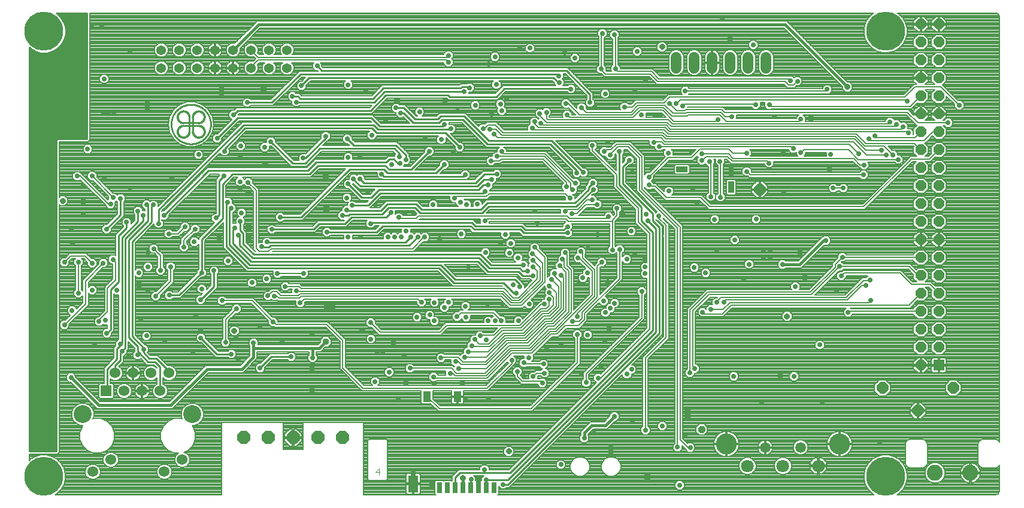
<source format=gbl>
G75*
%MOIN*%
%OFA0B0*%
%FSLAX25Y25*%
%IPPOS*%
%LPD*%
%AMOC8*
5,1,8,0,0,1.08239X$1,22.5*
%
%ADD10C,0.00400*%
%ADD11C,0.01000*%
%ADD12C,0.00100*%
%ADD13OC8,0.06496*%
%ADD14R,0.05906X0.05906*%
%ADD15OC8,0.05906*%
%ADD16C,0.05400*%
%ADD17OC8,0.07087*%
%ADD18C,0.07087*%
%ADD19C,0.05906*%
%ADD20C,0.11661*%
%ADD21R,0.02756X0.05906*%
%ADD22R,0.05709X0.09173*%
%ADD23R,0.04331X0.05906*%
%ADD24C,0.06000*%
%ADD25R,0.06000X0.06000*%
%ADD26C,0.10000*%
%ADD27C,0.08858*%
%ADD28C,0.05906*%
%ADD29C,0.21654*%
%ADD30OC8,0.02781*%
%ADD31R,0.02781X0.02781*%
%ADD32R,0.03175X0.03175*%
%ADD33OC8,0.03175*%
%ADD34C,0.00800*%
%ADD35C,0.01600*%
%ADD36C,0.00600*%
%ADD37OC8,0.03962*%
%ADD38OC8,0.03569*%
D10*
X0224840Y0163059D02*
X0227242Y0163059D01*
X0226641Y0161258D02*
X0226641Y0164861D01*
X0224840Y0163059D01*
D11*
X0245676Y0162035D02*
X0245676Y0156413D01*
X0245676Y0162035D02*
X0245869Y0162228D01*
X0269101Y0159910D02*
X0269101Y0154209D01*
X0269101Y0159910D02*
X0271819Y0162628D01*
X0285469Y0162628D01*
X0285469Y0164378D01*
X0285469Y0162628D02*
X0299819Y0162628D01*
X0377419Y0240228D01*
X0378769Y0241578D01*
X0379019Y0241828D01*
X0379019Y0296528D01*
X0372669Y0302878D01*
X0372669Y0310728D01*
X0360569Y0322828D01*
X0360569Y0341578D01*
X0366169Y0336728D02*
X0362369Y0332928D01*
X0362369Y0323578D01*
X0379019Y0306928D01*
X0379019Y0302928D01*
X0382719Y0299228D01*
X0382719Y0240328D01*
X0298419Y0156028D01*
X0295819Y0156028D01*
X0298519Y0158728D02*
X0286569Y0158728D01*
X0286369Y0158528D01*
X0286369Y0154263D01*
X0286424Y0154209D01*
X0282093Y0154209D02*
X0282093Y0158352D01*
X0282119Y0158378D01*
X0277969Y0158778D02*
X0277762Y0158571D01*
X0277762Y0154209D01*
X0298519Y0158728D02*
X0380819Y0241028D01*
X0380819Y0298578D01*
X0376319Y0303078D01*
X0346019Y0320378D02*
X0336569Y0310928D01*
X0287719Y0310928D01*
X0284119Y0307328D01*
X0249669Y0307328D01*
X0246669Y0310328D01*
X0232119Y0310328D01*
X0228519Y0306728D01*
X0210519Y0306728D01*
X0209769Y0305978D01*
X0206419Y0305978D01*
X0209169Y0308628D02*
X0227719Y0308628D01*
X0231319Y0312228D01*
X0247469Y0312228D01*
X0250469Y0309228D01*
X0283469Y0309228D01*
X0287019Y0312778D01*
X0335819Y0312778D01*
X0343319Y0320278D01*
X0343319Y0321528D01*
X0345769Y0323978D01*
X0336919Y0329528D02*
X0336919Y0330828D01*
X0322069Y0345678D01*
X0287119Y0345678D01*
X0273419Y0359378D01*
X0261919Y0359378D01*
X0260169Y0357628D01*
X0245869Y0357628D01*
X0240519Y0362978D01*
X0238669Y0362978D01*
X0240419Y0365778D02*
X0236219Y0365778D01*
X0240419Y0365778D02*
X0246669Y0359528D01*
X0259369Y0359528D01*
X0261119Y0361278D01*
X0274119Y0361278D01*
X0276219Y0359178D01*
X0276219Y0359128D01*
X0287769Y0347578D01*
X0322719Y0347578D01*
X0340519Y0329778D01*
X0331719Y0299728D02*
X0331269Y0299728D01*
X0329519Y0297978D01*
X0308219Y0297978D01*
X0306169Y0300028D01*
X0280419Y0300028D01*
X0278469Y0301978D01*
X0222769Y0301978D01*
X0222173Y0301382D01*
X0225419Y0296678D02*
X0228819Y0300078D01*
X0277669Y0300078D01*
X0279619Y0298128D01*
X0305469Y0298128D01*
X0307469Y0296128D01*
X0331719Y0296128D01*
X0307069Y0278278D02*
X0289069Y0278278D01*
X0283219Y0284128D01*
X0157069Y0284128D01*
X0151119Y0290078D01*
X0151119Y0296028D01*
X0149569Y0297578D01*
X0149569Y0302578D01*
X0146469Y0298978D02*
X0145519Y0298028D01*
X0145519Y0290278D01*
X0155469Y0280328D01*
X0281669Y0280328D01*
X0287369Y0274628D01*
X0304319Y0274628D01*
X0306769Y0272178D01*
X0312169Y0272178D01*
X0309319Y0275078D02*
X0306469Y0275078D01*
X0305069Y0276478D01*
X0288119Y0276478D01*
X0282369Y0282228D01*
X0156269Y0282228D01*
X0149219Y0289278D01*
X0149219Y0293928D01*
X0148319Y0294828D01*
X0143569Y0289478D02*
X0143569Y0309078D01*
X0144469Y0309978D01*
X0141669Y0312528D02*
X0141669Y0288628D01*
X0153769Y0276528D01*
X0260219Y0276528D01*
X0268369Y0268378D01*
X0296119Y0268378D01*
X0301869Y0262628D01*
X0303219Y0262628D01*
X0305069Y0266128D02*
X0305069Y0267678D01*
X0302469Y0270278D01*
X0269169Y0270278D01*
X0261019Y0278428D01*
X0154619Y0278428D01*
X0143569Y0289478D01*
X0139719Y0304228D02*
X0128019Y0292528D01*
X0128019Y0274078D01*
X0115419Y0261478D01*
X0109969Y0261478D01*
X0127369Y0258878D02*
X0134919Y0266428D01*
X0134919Y0275128D01*
X0161519Y0288478D02*
X0161769Y0288228D01*
X0165369Y0288228D01*
X0166319Y0289178D01*
X0243519Y0289178D01*
X0248269Y0293928D01*
X0244269Y0293928D02*
X0241419Y0291078D01*
X0164469Y0291078D01*
X0164369Y0291178D01*
X0167169Y0298178D02*
X0190319Y0298178D01*
X0193519Y0301378D01*
X0207869Y0301378D01*
X0211319Y0304828D01*
X0230619Y0304828D01*
X0233319Y0307528D01*
X0222319Y0315878D02*
X0217169Y0315878D01*
X0209569Y0323478D01*
X0212569Y0325978D02*
X0212569Y0326278D01*
X0212569Y0325978D02*
X0216369Y0322178D01*
X0281319Y0322178D01*
X0285169Y0326028D01*
X0289519Y0326028D01*
X0287569Y0322828D02*
X0284669Y0322828D01*
X0282119Y0320278D01*
X0226719Y0320278D01*
X0222319Y0315878D01*
X0220619Y0311478D02*
X0227519Y0318378D01*
X0284669Y0318378D01*
X0285719Y0319428D01*
X0280469Y0324078D02*
X0218469Y0324078D01*
X0216219Y0326328D01*
X0210269Y0331678D02*
X0183519Y0304928D01*
X0171669Y0304928D01*
X0197719Y0296678D02*
X0225419Y0296678D01*
X0209169Y0308628D02*
X0208819Y0308978D01*
X0211819Y0311478D02*
X0220619Y0311478D01*
X0229369Y0327728D02*
X0228219Y0328878D01*
X0229369Y0327728D02*
X0273769Y0327728D01*
X0274669Y0328628D01*
X0280469Y0324078D02*
X0285419Y0329028D01*
X0292319Y0329028D01*
X0271619Y0343978D02*
X0263669Y0351928D01*
X0225419Y0351928D01*
X0222869Y0354478D01*
X0152169Y0354478D01*
X0140669Y0342978D01*
X0140669Y0341728D01*
X0136619Y0348778D02*
X0148069Y0360228D01*
X0222519Y0360228D01*
X0227019Y0355728D01*
X0262219Y0355728D01*
X0263069Y0356578D01*
X0266369Y0353828D02*
X0226219Y0353828D01*
X0223669Y0356378D01*
X0151369Y0356378D01*
X0107469Y0312478D01*
X0106969Y0311978D01*
X0104169Y0309178D01*
X0104169Y0301428D01*
X0100169Y0302178D02*
X0089319Y0291328D01*
X0089319Y0238528D01*
X0095869Y0231978D01*
X0095869Y0231328D01*
X0095669Y0231128D01*
X0095669Y0229528D01*
X0098869Y0226328D01*
X0102669Y0226328D01*
X0109829Y0219169D01*
X0109829Y0218146D01*
X0104829Y0221569D02*
X0102019Y0224378D01*
X0098219Y0224378D01*
X0093394Y0229203D01*
X0093394Y0229153D01*
X0092369Y0228128D01*
X0093394Y0229203D02*
X0092419Y0230178D01*
X0092419Y0232778D01*
X0087419Y0237778D01*
X0087419Y0292128D01*
X0098219Y0302928D01*
X0098219Y0311078D01*
X0097369Y0311928D01*
X0100169Y0310928D02*
X0101069Y0311828D01*
X0100169Y0310928D02*
X0100169Y0302178D01*
X0095369Y0302778D02*
X0085519Y0292928D01*
X0085519Y0232128D01*
X0083669Y0230278D01*
X0082619Y0229228D01*
X0082619Y0225128D01*
X0079829Y0222338D01*
X0079829Y0218146D01*
X0075319Y0220378D02*
X0075319Y0208636D01*
X0074829Y0208146D01*
X0075319Y0220378D02*
X0080819Y0225878D01*
X0080819Y0231678D01*
X0082738Y0233597D01*
X0082738Y0234197D01*
X0083619Y0235078D01*
X0083619Y0293728D01*
X0092569Y0302678D01*
X0092569Y0308378D01*
X0095369Y0305978D02*
X0095369Y0302778D01*
X0086219Y0302128D02*
X0086219Y0299028D01*
X0081719Y0294528D01*
X0081719Y0269078D01*
X0077269Y0264628D01*
X0077269Y0242328D01*
X0075219Y0240278D01*
X0047069Y0240588D02*
X0032050Y0240588D01*
X0032050Y0239590D02*
X0047069Y0239590D01*
X0047069Y0238591D02*
X0032050Y0238591D01*
X0032050Y0237593D02*
X0047069Y0237593D01*
X0047069Y0236594D02*
X0032050Y0236594D01*
X0032050Y0235596D02*
X0047069Y0235596D01*
X0047069Y0234597D02*
X0032050Y0234597D01*
X0032050Y0233599D02*
X0047069Y0233599D01*
X0047069Y0232600D02*
X0032050Y0232600D01*
X0032050Y0231602D02*
X0047069Y0231602D01*
X0047069Y0230603D02*
X0032050Y0230603D01*
X0032050Y0229605D02*
X0047069Y0229605D01*
X0047069Y0228606D02*
X0032050Y0228606D01*
X0032050Y0227608D02*
X0047069Y0227608D01*
X0047069Y0226609D02*
X0032050Y0226609D01*
X0032050Y0225611D02*
X0047069Y0225611D01*
X0047069Y0224612D02*
X0032050Y0224612D01*
X0032050Y0223614D02*
X0047069Y0223614D01*
X0047069Y0222615D02*
X0032050Y0222615D01*
X0032050Y0221617D02*
X0047069Y0221617D01*
X0047069Y0220618D02*
X0032050Y0220618D01*
X0032050Y0219620D02*
X0047069Y0219620D01*
X0047069Y0218621D02*
X0032050Y0218621D01*
X0032050Y0217623D02*
X0047069Y0217623D01*
X0047069Y0216624D02*
X0032050Y0216624D01*
X0032050Y0215626D02*
X0047069Y0215626D01*
X0047069Y0214627D02*
X0032050Y0214627D01*
X0032050Y0213629D02*
X0047069Y0213629D01*
X0047069Y0212630D02*
X0032050Y0212630D01*
X0032050Y0211632D02*
X0047069Y0211632D01*
X0047069Y0210633D02*
X0032050Y0210633D01*
X0032050Y0209635D02*
X0047069Y0209635D01*
X0047069Y0208636D02*
X0032050Y0208636D01*
X0032050Y0207638D02*
X0047069Y0207638D01*
X0047069Y0206639D02*
X0032050Y0206639D01*
X0032050Y0205641D02*
X0047069Y0205641D01*
X0047069Y0204642D02*
X0032050Y0204642D01*
X0032050Y0203643D02*
X0047069Y0203643D01*
X0047069Y0202645D02*
X0032050Y0202645D01*
X0032050Y0201646D02*
X0047069Y0201646D01*
X0047069Y0200648D02*
X0032050Y0200648D01*
X0032050Y0199649D02*
X0047069Y0199649D01*
X0047069Y0198651D02*
X0032050Y0198651D01*
X0032050Y0197652D02*
X0047069Y0197652D01*
X0047069Y0196654D02*
X0032050Y0196654D01*
X0032050Y0195655D02*
X0047069Y0195655D01*
X0047069Y0194657D02*
X0032050Y0194657D01*
X0032050Y0193658D02*
X0047069Y0193658D01*
X0047069Y0192660D02*
X0032050Y0192660D01*
X0032050Y0191661D02*
X0047069Y0191661D01*
X0047069Y0190663D02*
X0032050Y0190663D01*
X0032050Y0189664D02*
X0047069Y0189664D01*
X0047069Y0188666D02*
X0032050Y0188666D01*
X0032050Y0187667D02*
X0047069Y0187667D01*
X0047069Y0186669D02*
X0032050Y0186669D01*
X0032050Y0185670D02*
X0047069Y0185670D01*
X0047069Y0184672D02*
X0032050Y0184672D01*
X0032050Y0183673D02*
X0047069Y0183673D01*
X0047069Y0182675D02*
X0032050Y0182675D01*
X0032050Y0181676D02*
X0047069Y0181676D01*
X0047069Y0180678D02*
X0032050Y0180678D01*
X0032050Y0179679D02*
X0047069Y0179679D01*
X0047069Y0178681D02*
X0032050Y0178681D01*
X0032050Y0177682D02*
X0047069Y0177682D01*
X0047069Y0176684D02*
X0032050Y0176684D01*
X0032050Y0175685D02*
X0047069Y0175685D01*
X0047069Y0174728D02*
X0032050Y0174728D01*
X0032050Y0399504D01*
X0032718Y0398836D01*
X0035483Y0397239D01*
X0038567Y0396413D01*
X0041760Y0396413D01*
X0044845Y0397239D01*
X0047610Y0398836D01*
X0049868Y0401093D01*
X0051464Y0403859D01*
X0052291Y0406943D01*
X0052291Y0410136D01*
X0051464Y0413220D01*
X0049868Y0415985D01*
X0047610Y0418243D01*
X0046954Y0418622D01*
X0064069Y0418622D01*
X0064069Y0412598D01*
X0064029Y0412557D01*
X0064029Y0408699D01*
X0064069Y0408659D01*
X0064069Y0348728D01*
X0047069Y0348728D01*
X0047069Y0174728D01*
X0104829Y0208146D02*
X0104829Y0221569D01*
X0127569Y0237728D02*
X0136569Y0228728D01*
X0144569Y0228728D01*
X0160519Y0220928D02*
X0166769Y0227178D01*
X0177869Y0227178D01*
X0139719Y0304228D02*
X0139719Y0323378D01*
X0145219Y0328878D01*
X0188019Y0328878D01*
X0192719Y0333578D01*
X0230219Y0333578D01*
X0232269Y0331528D01*
X0244719Y0331528D01*
X0254769Y0341578D01*
X0263169Y0334278D02*
X0258519Y0329628D01*
X0231469Y0329628D01*
X0229419Y0331678D01*
X0210269Y0331678D01*
X0193919Y0343178D02*
X0185769Y0335028D01*
X0178616Y0335028D01*
X0166568Y0347077D01*
X0184519Y0337778D02*
X0185819Y0337778D01*
X0197119Y0349078D01*
X0197119Y0350078D01*
X0193919Y0343178D02*
X0235269Y0343178D01*
X0238069Y0340378D01*
X0238069Y0338628D01*
X0234969Y0337128D02*
X0232569Y0337128D01*
X0230919Y0335478D01*
X0191869Y0335478D01*
X0187169Y0330778D01*
X0131919Y0330778D01*
X0107069Y0305928D01*
X0082919Y0306178D02*
X0075069Y0298328D01*
X0082919Y0306178D02*
X0082919Y0315378D01*
X0047069Y0315477D02*
X0032050Y0315477D01*
X0032050Y0316475D02*
X0047069Y0316475D01*
X0047069Y0317474D02*
X0032050Y0317474D01*
X0032050Y0318472D02*
X0047069Y0318472D01*
X0047069Y0319471D02*
X0032050Y0319471D01*
X0032050Y0320469D02*
X0047069Y0320469D01*
X0047069Y0321468D02*
X0032050Y0321468D01*
X0032050Y0322466D02*
X0047069Y0322466D01*
X0047069Y0323465D02*
X0032050Y0323465D01*
X0032050Y0324463D02*
X0047069Y0324463D01*
X0047069Y0325462D02*
X0032050Y0325462D01*
X0032050Y0326460D02*
X0047069Y0326460D01*
X0047069Y0327459D02*
X0032050Y0327459D01*
X0032050Y0328457D02*
X0047069Y0328457D01*
X0047069Y0329456D02*
X0032050Y0329456D01*
X0032050Y0330454D02*
X0047069Y0330454D01*
X0047069Y0331453D02*
X0032050Y0331453D01*
X0032050Y0332451D02*
X0047069Y0332451D01*
X0047069Y0333450D02*
X0032050Y0333450D01*
X0032050Y0334448D02*
X0047069Y0334448D01*
X0047069Y0335447D02*
X0032050Y0335447D01*
X0032050Y0336445D02*
X0047069Y0336445D01*
X0047069Y0337444D02*
X0032050Y0337444D01*
X0032050Y0338443D02*
X0047069Y0338443D01*
X0047069Y0339441D02*
X0032050Y0339441D01*
X0032050Y0340440D02*
X0047069Y0340440D01*
X0047069Y0341438D02*
X0032050Y0341438D01*
X0032050Y0342437D02*
X0047069Y0342437D01*
X0047069Y0343435D02*
X0032050Y0343435D01*
X0032050Y0344434D02*
X0047069Y0344434D01*
X0047069Y0345432D02*
X0032050Y0345432D01*
X0032050Y0346431D02*
X0047069Y0346431D01*
X0047069Y0347429D02*
X0032050Y0347429D01*
X0032050Y0348428D02*
X0047069Y0348428D01*
X0032050Y0349426D02*
X0064069Y0349426D01*
X0064069Y0350425D02*
X0032050Y0350425D01*
X0032050Y0351423D02*
X0064069Y0351423D01*
X0064069Y0352422D02*
X0032050Y0352422D01*
X0032050Y0353420D02*
X0064069Y0353420D01*
X0064069Y0354419D02*
X0032050Y0354419D01*
X0032050Y0355417D02*
X0064069Y0355417D01*
X0064069Y0356416D02*
X0032050Y0356416D01*
X0032050Y0357414D02*
X0064069Y0357414D01*
X0064069Y0358413D02*
X0032050Y0358413D01*
X0032050Y0359411D02*
X0064069Y0359411D01*
X0064069Y0360410D02*
X0032050Y0360410D01*
X0032050Y0361408D02*
X0064069Y0361408D01*
X0064069Y0362407D02*
X0032050Y0362407D01*
X0032050Y0363405D02*
X0064069Y0363405D01*
X0064069Y0364404D02*
X0032050Y0364404D01*
X0032050Y0365402D02*
X0064069Y0365402D01*
X0064069Y0366401D02*
X0032050Y0366401D01*
X0032050Y0367399D02*
X0064069Y0367399D01*
X0064069Y0368398D02*
X0032050Y0368398D01*
X0032050Y0369396D02*
X0064069Y0369396D01*
X0064069Y0370395D02*
X0032050Y0370395D01*
X0032050Y0371393D02*
X0064069Y0371393D01*
X0064069Y0372392D02*
X0032050Y0372392D01*
X0032050Y0373390D02*
X0064069Y0373390D01*
X0064069Y0374389D02*
X0032050Y0374389D01*
X0032050Y0375387D02*
X0064069Y0375387D01*
X0064069Y0376386D02*
X0032050Y0376386D01*
X0032050Y0377384D02*
X0064069Y0377384D01*
X0064069Y0378383D02*
X0032050Y0378383D01*
X0032050Y0379381D02*
X0064069Y0379381D01*
X0064069Y0380380D02*
X0032050Y0380380D01*
X0032050Y0381379D02*
X0064069Y0381379D01*
X0064069Y0382377D02*
X0032050Y0382377D01*
X0032050Y0383376D02*
X0064069Y0383376D01*
X0064069Y0384374D02*
X0032050Y0384374D01*
X0032050Y0385373D02*
X0064069Y0385373D01*
X0064069Y0386371D02*
X0032050Y0386371D01*
X0032050Y0387370D02*
X0064069Y0387370D01*
X0064069Y0388368D02*
X0032050Y0388368D01*
X0032050Y0389367D02*
X0064069Y0389367D01*
X0064069Y0390365D02*
X0032050Y0390365D01*
X0032050Y0391364D02*
X0064069Y0391364D01*
X0064069Y0392362D02*
X0032050Y0392362D01*
X0032050Y0393361D02*
X0064069Y0393361D01*
X0064069Y0394359D02*
X0032050Y0394359D01*
X0032050Y0395358D02*
X0064069Y0395358D01*
X0064069Y0396356D02*
X0032050Y0396356D01*
X0032050Y0397355D02*
X0035283Y0397355D01*
X0033553Y0398353D02*
X0032050Y0398353D01*
X0032050Y0399352D02*
X0032202Y0399352D01*
X0045045Y0397355D02*
X0064069Y0397355D01*
X0064069Y0398353D02*
X0046774Y0398353D01*
X0048126Y0399352D02*
X0064069Y0399352D01*
X0064069Y0400350D02*
X0049125Y0400350D01*
X0050015Y0401349D02*
X0064069Y0401349D01*
X0064069Y0402347D02*
X0050592Y0402347D01*
X0051168Y0403346D02*
X0064069Y0403346D01*
X0064069Y0404344D02*
X0051594Y0404344D01*
X0051862Y0405343D02*
X0064069Y0405343D01*
X0064069Y0406341D02*
X0052129Y0406341D01*
X0052291Y0407340D02*
X0064069Y0407340D01*
X0064069Y0408338D02*
X0052291Y0408338D01*
X0052291Y0409337D02*
X0064029Y0409337D01*
X0064029Y0410335D02*
X0052237Y0410335D01*
X0051970Y0411334D02*
X0064029Y0411334D01*
X0064029Y0412332D02*
X0051702Y0412332D01*
X0051400Y0413331D02*
X0064069Y0413331D01*
X0064069Y0414329D02*
X0050824Y0414329D01*
X0050247Y0415328D02*
X0064069Y0415328D01*
X0064069Y0416326D02*
X0049527Y0416326D01*
X0048528Y0417325D02*
X0064069Y0417325D01*
X0064069Y0418323D02*
X0047471Y0418323D01*
X0117913Y0357505D02*
X0126181Y0357505D01*
X0126181Y0355930D02*
X0117913Y0355930D01*
X0111047Y0356718D02*
X0111050Y0356988D01*
X0111060Y0357258D01*
X0111077Y0357527D01*
X0111100Y0357796D01*
X0111130Y0358065D01*
X0111166Y0358332D01*
X0111209Y0358599D01*
X0111258Y0358864D01*
X0111314Y0359128D01*
X0111377Y0359391D01*
X0111445Y0359652D01*
X0111521Y0359911D01*
X0111602Y0360168D01*
X0111690Y0360424D01*
X0111784Y0360677D01*
X0111884Y0360928D01*
X0111991Y0361176D01*
X0112103Y0361421D01*
X0112222Y0361664D01*
X0112346Y0361903D01*
X0112476Y0362140D01*
X0112612Y0362373D01*
X0112754Y0362603D01*
X0112901Y0362829D01*
X0113054Y0363052D01*
X0113212Y0363271D01*
X0113375Y0363486D01*
X0113544Y0363696D01*
X0113718Y0363903D01*
X0113897Y0364105D01*
X0114080Y0364303D01*
X0114269Y0364496D01*
X0114462Y0364685D01*
X0114660Y0364868D01*
X0114862Y0365047D01*
X0115069Y0365221D01*
X0115279Y0365390D01*
X0115494Y0365553D01*
X0115713Y0365711D01*
X0115936Y0365864D01*
X0116162Y0366011D01*
X0116392Y0366153D01*
X0116625Y0366289D01*
X0116862Y0366419D01*
X0117101Y0366543D01*
X0117344Y0366662D01*
X0117589Y0366774D01*
X0117837Y0366881D01*
X0118088Y0366981D01*
X0118341Y0367075D01*
X0118597Y0367163D01*
X0118854Y0367244D01*
X0119113Y0367320D01*
X0119374Y0367388D01*
X0119637Y0367451D01*
X0119901Y0367507D01*
X0120166Y0367556D01*
X0120433Y0367599D01*
X0120700Y0367635D01*
X0120969Y0367665D01*
X0121238Y0367688D01*
X0121507Y0367705D01*
X0121777Y0367715D01*
X0122047Y0367718D01*
X0122317Y0367715D01*
X0122587Y0367705D01*
X0122856Y0367688D01*
X0123125Y0367665D01*
X0123394Y0367635D01*
X0123661Y0367599D01*
X0123928Y0367556D01*
X0124193Y0367507D01*
X0124457Y0367451D01*
X0124720Y0367388D01*
X0124981Y0367320D01*
X0125240Y0367244D01*
X0125497Y0367163D01*
X0125753Y0367075D01*
X0126006Y0366981D01*
X0126257Y0366881D01*
X0126505Y0366774D01*
X0126750Y0366662D01*
X0126993Y0366543D01*
X0127232Y0366419D01*
X0127469Y0366289D01*
X0127702Y0366153D01*
X0127932Y0366011D01*
X0128158Y0365864D01*
X0128381Y0365711D01*
X0128600Y0365553D01*
X0128815Y0365390D01*
X0129025Y0365221D01*
X0129232Y0365047D01*
X0129434Y0364868D01*
X0129632Y0364685D01*
X0129825Y0364496D01*
X0130014Y0364303D01*
X0130197Y0364105D01*
X0130376Y0363903D01*
X0130550Y0363696D01*
X0130719Y0363486D01*
X0130882Y0363271D01*
X0131040Y0363052D01*
X0131193Y0362829D01*
X0131340Y0362603D01*
X0131482Y0362373D01*
X0131618Y0362140D01*
X0131748Y0361903D01*
X0131872Y0361664D01*
X0131991Y0361421D01*
X0132103Y0361176D01*
X0132210Y0360928D01*
X0132310Y0360677D01*
X0132404Y0360424D01*
X0132492Y0360168D01*
X0132573Y0359911D01*
X0132649Y0359652D01*
X0132717Y0359391D01*
X0132780Y0359128D01*
X0132836Y0358864D01*
X0132885Y0358599D01*
X0132928Y0358332D01*
X0132964Y0358065D01*
X0132994Y0357796D01*
X0133017Y0357527D01*
X0133034Y0357258D01*
X0133044Y0356988D01*
X0133047Y0356718D01*
X0133044Y0356448D01*
X0133034Y0356178D01*
X0133017Y0355909D01*
X0132994Y0355640D01*
X0132964Y0355371D01*
X0132928Y0355104D01*
X0132885Y0354837D01*
X0132836Y0354572D01*
X0132780Y0354308D01*
X0132717Y0354045D01*
X0132649Y0353784D01*
X0132573Y0353525D01*
X0132492Y0353268D01*
X0132404Y0353012D01*
X0132310Y0352759D01*
X0132210Y0352508D01*
X0132103Y0352260D01*
X0131991Y0352015D01*
X0131872Y0351772D01*
X0131748Y0351533D01*
X0131618Y0351296D01*
X0131482Y0351063D01*
X0131340Y0350833D01*
X0131193Y0350607D01*
X0131040Y0350384D01*
X0130882Y0350165D01*
X0130719Y0349950D01*
X0130550Y0349740D01*
X0130376Y0349533D01*
X0130197Y0349331D01*
X0130014Y0349133D01*
X0129825Y0348940D01*
X0129632Y0348751D01*
X0129434Y0348568D01*
X0129232Y0348389D01*
X0129025Y0348215D01*
X0128815Y0348046D01*
X0128600Y0347883D01*
X0128381Y0347725D01*
X0128158Y0347572D01*
X0127932Y0347425D01*
X0127702Y0347283D01*
X0127469Y0347147D01*
X0127232Y0347017D01*
X0126993Y0346893D01*
X0126750Y0346774D01*
X0126505Y0346662D01*
X0126257Y0346555D01*
X0126006Y0346455D01*
X0125753Y0346361D01*
X0125497Y0346273D01*
X0125240Y0346192D01*
X0124981Y0346116D01*
X0124720Y0346048D01*
X0124457Y0345985D01*
X0124193Y0345929D01*
X0123928Y0345880D01*
X0123661Y0345837D01*
X0123394Y0345801D01*
X0123125Y0345771D01*
X0122856Y0345748D01*
X0122587Y0345731D01*
X0122317Y0345721D01*
X0122047Y0345718D01*
X0121777Y0345721D01*
X0121507Y0345731D01*
X0121238Y0345748D01*
X0120969Y0345771D01*
X0120700Y0345801D01*
X0120433Y0345837D01*
X0120166Y0345880D01*
X0119901Y0345929D01*
X0119637Y0345985D01*
X0119374Y0346048D01*
X0119113Y0346116D01*
X0118854Y0346192D01*
X0118597Y0346273D01*
X0118341Y0346361D01*
X0118088Y0346455D01*
X0117837Y0346555D01*
X0117589Y0346662D01*
X0117344Y0346774D01*
X0117101Y0346893D01*
X0116862Y0347017D01*
X0116625Y0347147D01*
X0116392Y0347283D01*
X0116162Y0347425D01*
X0115936Y0347572D01*
X0115713Y0347725D01*
X0115494Y0347883D01*
X0115279Y0348046D01*
X0115069Y0348215D01*
X0114862Y0348389D01*
X0114660Y0348568D01*
X0114462Y0348751D01*
X0114269Y0348940D01*
X0114080Y0349133D01*
X0113897Y0349331D01*
X0113718Y0349533D01*
X0113544Y0349740D01*
X0113375Y0349950D01*
X0113212Y0350165D01*
X0113054Y0350384D01*
X0112901Y0350607D01*
X0112754Y0350833D01*
X0112612Y0351063D01*
X0112476Y0351296D01*
X0112346Y0351533D01*
X0112222Y0351772D01*
X0112103Y0352015D01*
X0111991Y0352260D01*
X0111884Y0352508D01*
X0111784Y0352759D01*
X0111690Y0353012D01*
X0111602Y0353268D01*
X0111521Y0353525D01*
X0111445Y0353784D01*
X0111377Y0354045D01*
X0111314Y0354308D01*
X0111258Y0354572D01*
X0111209Y0354837D01*
X0111166Y0355104D01*
X0111130Y0355371D01*
X0111100Y0355640D01*
X0111077Y0355909D01*
X0111060Y0356178D01*
X0111050Y0356448D01*
X0111047Y0356718D01*
X0121063Y0352781D02*
X0121063Y0360655D01*
X0123031Y0360655D02*
X0123031Y0352781D01*
X0145719Y0361928D02*
X0148119Y0364328D01*
X0222069Y0364328D01*
X0230569Y0372828D01*
X0265169Y0372828D01*
X0265419Y0372578D01*
X0265469Y0372578D01*
X0265969Y0372078D01*
X0291969Y0372078D01*
X0296369Y0376478D01*
X0333419Y0376478D01*
X0333519Y0376378D01*
X0327119Y0379878D02*
X0326669Y0379878D01*
X0323919Y0382628D01*
X0187919Y0382628D01*
X0183519Y0378228D01*
X0183519Y0378128D01*
X0181619Y0372228D02*
X0178569Y0372228D01*
X0181619Y0372228D02*
X0182869Y0370978D01*
X0223319Y0370978D01*
X0229169Y0376828D01*
X0272119Y0376828D01*
X0272969Y0377678D01*
X0276619Y0377678D01*
X0277219Y0377078D01*
X0274119Y0374878D02*
X0229919Y0374878D01*
X0224119Y0369078D01*
X0180819Y0369078D01*
X0167169Y0368828D02*
X0182969Y0384628D01*
X0325869Y0384628D01*
X0326869Y0383628D01*
X0330969Y0386528D02*
X0344219Y0373278D01*
X0344219Y0368778D01*
X0330969Y0386528D02*
X0194919Y0386528D01*
X0192269Y0389178D01*
X0167169Y0368828D02*
X0153469Y0368828D01*
X0140369Y0328028D02*
X0137669Y0325328D01*
X0137669Y0306128D01*
X0136019Y0304478D01*
X0141669Y0312528D02*
X0142569Y0313428D01*
X0209069Y0348678D02*
X0212669Y0345078D01*
X0236069Y0345078D01*
X0241619Y0339528D01*
X0241619Y0336928D01*
X0238319Y0334928D02*
X0237169Y0334928D01*
X0234969Y0337128D01*
X0266369Y0353828D02*
X0266719Y0354178D01*
X0047069Y0314478D02*
X0032050Y0314478D01*
X0032050Y0313480D02*
X0047069Y0313480D01*
X0047069Y0312481D02*
X0032050Y0312481D01*
X0032050Y0311483D02*
X0047069Y0311483D01*
X0047069Y0310484D02*
X0032050Y0310484D01*
X0032050Y0309486D02*
X0047069Y0309486D01*
X0047069Y0308487D02*
X0032050Y0308487D01*
X0032050Y0307489D02*
X0047069Y0307489D01*
X0047069Y0306490D02*
X0032050Y0306490D01*
X0032050Y0305492D02*
X0047069Y0305492D01*
X0047069Y0304493D02*
X0032050Y0304493D01*
X0032050Y0303495D02*
X0047069Y0303495D01*
X0047069Y0302496D02*
X0032050Y0302496D01*
X0032050Y0301498D02*
X0047069Y0301498D01*
X0047069Y0300499D02*
X0032050Y0300499D01*
X0032050Y0299501D02*
X0047069Y0299501D01*
X0047069Y0298502D02*
X0032050Y0298502D01*
X0032050Y0297504D02*
X0047069Y0297504D01*
X0047069Y0296505D02*
X0032050Y0296505D01*
X0032050Y0295507D02*
X0047069Y0295507D01*
X0047069Y0294508D02*
X0032050Y0294508D01*
X0032050Y0293510D02*
X0047069Y0293510D01*
X0047069Y0292511D02*
X0032050Y0292511D01*
X0032050Y0291512D02*
X0047069Y0291512D01*
X0047069Y0290514D02*
X0032050Y0290514D01*
X0032050Y0289515D02*
X0047069Y0289515D01*
X0047069Y0288517D02*
X0032050Y0288517D01*
X0032050Y0287518D02*
X0047069Y0287518D01*
X0047069Y0286520D02*
X0032050Y0286520D01*
X0032050Y0285521D02*
X0047069Y0285521D01*
X0047069Y0284523D02*
X0032050Y0284523D01*
X0032050Y0283524D02*
X0047069Y0283524D01*
X0047069Y0282526D02*
X0032050Y0282526D01*
X0032050Y0281527D02*
X0047069Y0281527D01*
X0047069Y0280529D02*
X0032050Y0280529D01*
X0032050Y0279530D02*
X0047069Y0279530D01*
X0047069Y0278532D02*
X0032050Y0278532D01*
X0032050Y0277533D02*
X0047069Y0277533D01*
X0047069Y0276535D02*
X0032050Y0276535D01*
X0032050Y0275536D02*
X0047069Y0275536D01*
X0047069Y0274538D02*
X0032050Y0274538D01*
X0032050Y0273539D02*
X0047069Y0273539D01*
X0047069Y0272541D02*
X0032050Y0272541D01*
X0032050Y0271542D02*
X0047069Y0271542D01*
X0047069Y0270544D02*
X0032050Y0270544D01*
X0032050Y0269545D02*
X0047069Y0269545D01*
X0047069Y0268547D02*
X0032050Y0268547D01*
X0032050Y0267548D02*
X0047069Y0267548D01*
X0047069Y0266550D02*
X0032050Y0266550D01*
X0032050Y0265551D02*
X0047069Y0265551D01*
X0047069Y0264553D02*
X0032050Y0264553D01*
X0032050Y0263554D02*
X0047069Y0263554D01*
X0047069Y0262556D02*
X0032050Y0262556D01*
X0032050Y0261557D02*
X0047069Y0261557D01*
X0047069Y0260559D02*
X0032050Y0260559D01*
X0032050Y0259560D02*
X0047069Y0259560D01*
X0047069Y0258562D02*
X0032050Y0258562D01*
X0032050Y0257563D02*
X0047069Y0257563D01*
X0047069Y0256565D02*
X0032050Y0256565D01*
X0032050Y0255566D02*
X0047069Y0255566D01*
X0047069Y0254568D02*
X0032050Y0254568D01*
X0032050Y0253569D02*
X0047069Y0253569D01*
X0047069Y0252571D02*
X0032050Y0252571D01*
X0032050Y0251572D02*
X0047069Y0251572D01*
X0047069Y0250574D02*
X0032050Y0250574D01*
X0032050Y0249575D02*
X0047069Y0249575D01*
X0047069Y0248577D02*
X0032050Y0248577D01*
X0032050Y0247578D02*
X0047069Y0247578D01*
X0047069Y0246579D02*
X0032050Y0246579D01*
X0032050Y0245581D02*
X0047069Y0245581D01*
X0047069Y0244582D02*
X0032050Y0244582D01*
X0032050Y0243584D02*
X0047069Y0243584D01*
X0047069Y0242585D02*
X0032050Y0242585D01*
X0032050Y0241587D02*
X0047069Y0241587D01*
D12*
X0117877Y0356381D02*
X0117849Y0355481D01*
X0117850Y0355482D02*
X0117745Y0355481D01*
X0117639Y0355476D01*
X0117534Y0355468D01*
X0117430Y0355455D01*
X0117326Y0355439D01*
X0117223Y0355419D01*
X0117120Y0355394D01*
X0117019Y0355366D01*
X0116918Y0355335D01*
X0116819Y0355299D01*
X0116722Y0355260D01*
X0116626Y0355217D01*
X0116531Y0355170D01*
X0116439Y0355120D01*
X0116348Y0355067D01*
X0116259Y0355010D01*
X0116173Y0354950D01*
X0116089Y0354887D01*
X0116007Y0354820D01*
X0115928Y0354751D01*
X0115852Y0354678D01*
X0115778Y0354603D01*
X0115707Y0354525D01*
X0115639Y0354445D01*
X0115575Y0354362D01*
X0115513Y0354276D01*
X0115455Y0354188D01*
X0115400Y0354099D01*
X0115348Y0354007D01*
X0115300Y0353913D01*
X0115256Y0353818D01*
X0115215Y0353721D01*
X0115178Y0353622D01*
X0115144Y0353523D01*
X0115114Y0353422D01*
X0115089Y0353320D01*
X0115067Y0353217D01*
X0115048Y0353113D01*
X0115034Y0353009D01*
X0115024Y0352904D01*
X0115017Y0352799D01*
X0115015Y0352694D01*
X0115017Y0352588D01*
X0115022Y0352483D01*
X0115032Y0352378D01*
X0115045Y0352274D01*
X0115062Y0352170D01*
X0115083Y0352067D01*
X0115108Y0351965D01*
X0115137Y0351864D01*
X0115170Y0351763D01*
X0115206Y0351665D01*
X0115246Y0351567D01*
X0115290Y0351472D01*
X0115337Y0351378D01*
X0115388Y0351285D01*
X0115442Y0351195D01*
X0115500Y0351107D01*
X0115561Y0351021D01*
X0115625Y0350938D01*
X0115692Y0350856D01*
X0115762Y0350778D01*
X0115835Y0350702D01*
X0115911Y0350629D01*
X0115989Y0350559D01*
X0116071Y0350492D01*
X0116154Y0350428D01*
X0116240Y0350367D01*
X0116328Y0350309D01*
X0116418Y0350255D01*
X0116511Y0350204D01*
X0116605Y0350157D01*
X0116700Y0350113D01*
X0116798Y0350073D01*
X0116896Y0350037D01*
X0116997Y0350004D01*
X0117098Y0349975D01*
X0117200Y0349950D01*
X0117303Y0349929D01*
X0117407Y0349912D01*
X0117511Y0349899D01*
X0117616Y0349889D01*
X0117721Y0349884D01*
X0117827Y0349882D01*
X0117932Y0349884D01*
X0118037Y0349891D01*
X0118142Y0349901D01*
X0118246Y0349915D01*
X0118350Y0349934D01*
X0118453Y0349956D01*
X0118555Y0349981D01*
X0118656Y0350011D01*
X0118755Y0350045D01*
X0118854Y0350082D01*
X0118951Y0350123D01*
X0119046Y0350167D01*
X0119140Y0350215D01*
X0119232Y0350267D01*
X0119321Y0350322D01*
X0119409Y0350380D01*
X0119495Y0350442D01*
X0119578Y0350506D01*
X0119658Y0350574D01*
X0119736Y0350645D01*
X0119811Y0350719D01*
X0119884Y0350795D01*
X0119953Y0350874D01*
X0120020Y0350956D01*
X0120083Y0351040D01*
X0120143Y0351126D01*
X0120200Y0351215D01*
X0120253Y0351306D01*
X0120303Y0351398D01*
X0120350Y0351493D01*
X0120393Y0351589D01*
X0120432Y0351686D01*
X0120468Y0351785D01*
X0120499Y0351886D01*
X0120527Y0351987D01*
X0120552Y0352090D01*
X0120572Y0352193D01*
X0120588Y0352297D01*
X0120601Y0352401D01*
X0120609Y0352506D01*
X0120614Y0352612D01*
X0120615Y0352717D01*
X0121514Y0352744D01*
X0121515Y0352624D01*
X0121511Y0352504D01*
X0121503Y0352384D01*
X0121491Y0352264D01*
X0121476Y0352145D01*
X0121456Y0352026D01*
X0121433Y0351908D01*
X0121406Y0351791D01*
X0121375Y0351674D01*
X0121341Y0351559D01*
X0121302Y0351445D01*
X0121260Y0351333D01*
X0121215Y0351221D01*
X0121165Y0351112D01*
X0121112Y0351004D01*
X0121056Y0350897D01*
X0120996Y0350793D01*
X0120933Y0350691D01*
X0120867Y0350590D01*
X0120797Y0350492D01*
X0120725Y0350396D01*
X0120649Y0350303D01*
X0120570Y0350212D01*
X0120488Y0350124D01*
X0120404Y0350038D01*
X0120316Y0349956D01*
X0120227Y0349876D01*
X0120134Y0349799D01*
X0120039Y0349725D01*
X0119942Y0349654D01*
X0119842Y0349587D01*
X0119741Y0349523D01*
X0119637Y0349462D01*
X0119531Y0349404D01*
X0119424Y0349350D01*
X0119315Y0349300D01*
X0119204Y0349253D01*
X0119092Y0349209D01*
X0118978Y0349170D01*
X0118863Y0349134D01*
X0118748Y0349101D01*
X0118631Y0349073D01*
X0118513Y0349048D01*
X0118395Y0349028D01*
X0118275Y0349011D01*
X0118156Y0348998D01*
X0118036Y0348989D01*
X0117916Y0348983D01*
X0117796Y0348982D01*
X0117675Y0348985D01*
X0117555Y0348991D01*
X0117435Y0349002D01*
X0117316Y0349016D01*
X0117197Y0349034D01*
X0117079Y0349056D01*
X0116961Y0349082D01*
X0116845Y0349111D01*
X0116729Y0349145D01*
X0116615Y0349182D01*
X0116502Y0349223D01*
X0116390Y0349267D01*
X0116280Y0349315D01*
X0116171Y0349367D01*
X0116064Y0349422D01*
X0115959Y0349481D01*
X0115856Y0349543D01*
X0115755Y0349608D01*
X0115657Y0349677D01*
X0115560Y0349749D01*
X0115466Y0349823D01*
X0115374Y0349901D01*
X0115285Y0349982D01*
X0115199Y0350066D01*
X0115115Y0350152D01*
X0115034Y0350241D01*
X0114956Y0350333D01*
X0114882Y0350427D01*
X0114810Y0350524D01*
X0114741Y0350622D01*
X0114676Y0350723D01*
X0114614Y0350826D01*
X0114555Y0350931D01*
X0114500Y0351038D01*
X0114448Y0351147D01*
X0114400Y0351257D01*
X0114356Y0351369D01*
X0114315Y0351482D01*
X0114278Y0351596D01*
X0114244Y0351712D01*
X0114215Y0351828D01*
X0114189Y0351946D01*
X0114167Y0352064D01*
X0114149Y0352183D01*
X0114135Y0352302D01*
X0114124Y0352422D01*
X0114118Y0352542D01*
X0114115Y0352663D01*
X0114116Y0352783D01*
X0114122Y0352903D01*
X0114131Y0353023D01*
X0114144Y0353142D01*
X0114161Y0353262D01*
X0114181Y0353380D01*
X0114206Y0353498D01*
X0114234Y0353615D01*
X0114267Y0353730D01*
X0114303Y0353845D01*
X0114342Y0353959D01*
X0114386Y0354071D01*
X0114433Y0354182D01*
X0114483Y0354291D01*
X0114537Y0354398D01*
X0114595Y0354504D01*
X0114656Y0354608D01*
X0114720Y0354709D01*
X0114787Y0354809D01*
X0114858Y0354906D01*
X0114932Y0355001D01*
X0115009Y0355094D01*
X0115089Y0355183D01*
X0115171Y0355271D01*
X0115257Y0355355D01*
X0115345Y0355437D01*
X0115436Y0355516D01*
X0115529Y0355592D01*
X0115625Y0355664D01*
X0115723Y0355734D01*
X0115824Y0355800D01*
X0115926Y0355863D01*
X0116030Y0355923D01*
X0116137Y0355979D01*
X0116245Y0356032D01*
X0116354Y0356082D01*
X0116466Y0356127D01*
X0116578Y0356169D01*
X0116692Y0356208D01*
X0116807Y0356242D01*
X0116924Y0356273D01*
X0117041Y0356300D01*
X0117159Y0356323D01*
X0117278Y0356343D01*
X0117397Y0356358D01*
X0117517Y0356370D01*
X0117637Y0356378D01*
X0117757Y0356382D01*
X0117877Y0356381D01*
X0117874Y0356288D01*
X0117755Y0356287D01*
X0117635Y0356284D01*
X0117516Y0356276D01*
X0117397Y0356264D01*
X0117278Y0356248D01*
X0117160Y0356228D01*
X0117043Y0356204D01*
X0116926Y0356177D01*
X0116811Y0356145D01*
X0116696Y0356110D01*
X0116583Y0356071D01*
X0116472Y0356028D01*
X0116361Y0355982D01*
X0116253Y0355932D01*
X0116146Y0355878D01*
X0116040Y0355821D01*
X0115937Y0355761D01*
X0115836Y0355697D01*
X0115737Y0355629D01*
X0115641Y0355559D01*
X0115546Y0355485D01*
X0115455Y0355408D01*
X0115365Y0355328D01*
X0115279Y0355246D01*
X0115195Y0355160D01*
X0115115Y0355072D01*
X0115037Y0354981D01*
X0114962Y0354887D01*
X0114890Y0354792D01*
X0114822Y0354693D01*
X0114757Y0354593D01*
X0114695Y0354490D01*
X0114637Y0354386D01*
X0114582Y0354280D01*
X0114531Y0354171D01*
X0114483Y0354062D01*
X0114439Y0353950D01*
X0114399Y0353838D01*
X0114363Y0353724D01*
X0114330Y0353609D01*
X0114301Y0353492D01*
X0114276Y0353375D01*
X0114255Y0353258D01*
X0114238Y0353139D01*
X0114225Y0353020D01*
X0114216Y0352901D01*
X0114210Y0352782D01*
X0114209Y0352662D01*
X0114212Y0352542D01*
X0114218Y0352423D01*
X0114229Y0352304D01*
X0114243Y0352185D01*
X0114262Y0352067D01*
X0114284Y0351949D01*
X0114311Y0351832D01*
X0114341Y0351717D01*
X0114375Y0351602D01*
X0114412Y0351488D01*
X0114454Y0351376D01*
X0114499Y0351265D01*
X0114548Y0351156D01*
X0114600Y0351048D01*
X0114656Y0350943D01*
X0114716Y0350839D01*
X0114779Y0350737D01*
X0114845Y0350637D01*
X0114914Y0350540D01*
X0114987Y0350445D01*
X0115063Y0350352D01*
X0115141Y0350262D01*
X0115223Y0350175D01*
X0115308Y0350090D01*
X0115395Y0350008D01*
X0115485Y0349930D01*
X0115578Y0349854D01*
X0115673Y0349781D01*
X0115770Y0349712D01*
X0115870Y0349646D01*
X0115972Y0349583D01*
X0116076Y0349523D01*
X0116181Y0349467D01*
X0116289Y0349415D01*
X0116398Y0349366D01*
X0116509Y0349321D01*
X0116621Y0349279D01*
X0116735Y0349242D01*
X0116850Y0349208D01*
X0116965Y0349178D01*
X0117082Y0349151D01*
X0117200Y0349129D01*
X0117318Y0349110D01*
X0117437Y0349096D01*
X0117556Y0349085D01*
X0117675Y0349079D01*
X0117795Y0349076D01*
X0117915Y0349077D01*
X0118034Y0349083D01*
X0118153Y0349092D01*
X0118272Y0349105D01*
X0118391Y0349122D01*
X0118508Y0349143D01*
X0118625Y0349168D01*
X0118742Y0349197D01*
X0118857Y0349230D01*
X0118971Y0349266D01*
X0119083Y0349306D01*
X0119195Y0349350D01*
X0119304Y0349398D01*
X0119413Y0349449D01*
X0119519Y0349504D01*
X0119623Y0349562D01*
X0119726Y0349624D01*
X0119826Y0349689D01*
X0119925Y0349757D01*
X0120020Y0349829D01*
X0120114Y0349904D01*
X0120205Y0349982D01*
X0120293Y0350062D01*
X0120379Y0350146D01*
X0120461Y0350232D01*
X0120541Y0350322D01*
X0120618Y0350413D01*
X0120692Y0350508D01*
X0120762Y0350604D01*
X0120830Y0350703D01*
X0120894Y0350804D01*
X0120954Y0350907D01*
X0121011Y0351013D01*
X0121065Y0351120D01*
X0121115Y0351228D01*
X0121161Y0351339D01*
X0121204Y0351450D01*
X0121243Y0351563D01*
X0121278Y0351678D01*
X0121310Y0351793D01*
X0121337Y0351910D01*
X0121361Y0352027D01*
X0121381Y0352145D01*
X0121397Y0352264D01*
X0121409Y0352383D01*
X0121417Y0352502D01*
X0121420Y0352622D01*
X0121421Y0352741D01*
X0121327Y0352738D01*
X0121326Y0352621D01*
X0121322Y0352504D01*
X0121315Y0352387D01*
X0121303Y0352270D01*
X0121287Y0352154D01*
X0121267Y0352038D01*
X0121244Y0351923D01*
X0121217Y0351809D01*
X0121186Y0351696D01*
X0121151Y0351584D01*
X0121112Y0351473D01*
X0121070Y0351363D01*
X0121024Y0351255D01*
X0120975Y0351149D01*
X0120922Y0351044D01*
X0120865Y0350941D01*
X0120805Y0350840D01*
X0120742Y0350742D01*
X0120676Y0350645D01*
X0120606Y0350550D01*
X0120533Y0350458D01*
X0120458Y0350369D01*
X0120379Y0350282D01*
X0120297Y0350198D01*
X0120213Y0350116D01*
X0120126Y0350037D01*
X0120036Y0349962D01*
X0119944Y0349889D01*
X0119850Y0349819D01*
X0119753Y0349753D01*
X0119654Y0349690D01*
X0119553Y0349630D01*
X0119450Y0349574D01*
X0119345Y0349521D01*
X0119239Y0349472D01*
X0119131Y0349426D01*
X0119021Y0349384D01*
X0118910Y0349345D01*
X0118798Y0349310D01*
X0118685Y0349280D01*
X0118571Y0349252D01*
X0118456Y0349229D01*
X0118340Y0349210D01*
X0118224Y0349194D01*
X0118107Y0349182D01*
X0117990Y0349174D01*
X0117873Y0349170D01*
X0117756Y0349171D01*
X0117638Y0349174D01*
X0117521Y0349182D01*
X0117404Y0349194D01*
X0117288Y0349210D01*
X0117172Y0349229D01*
X0117058Y0349253D01*
X0116943Y0349280D01*
X0116830Y0349311D01*
X0116718Y0349346D01*
X0116607Y0349384D01*
X0116498Y0349426D01*
X0116390Y0349472D01*
X0116283Y0349522D01*
X0116179Y0349575D01*
X0116076Y0349631D01*
X0115975Y0349691D01*
X0115876Y0349754D01*
X0115779Y0349820D01*
X0115685Y0349890D01*
X0115593Y0349963D01*
X0115503Y0350038D01*
X0115416Y0350117D01*
X0115332Y0350199D01*
X0115250Y0350283D01*
X0115171Y0350370D01*
X0115096Y0350460D01*
X0115023Y0350552D01*
X0114953Y0350646D01*
X0114887Y0350743D01*
X0114824Y0350842D01*
X0114764Y0350943D01*
X0114708Y0351046D01*
X0114655Y0351150D01*
X0114605Y0351257D01*
X0114559Y0351365D01*
X0114517Y0351474D01*
X0114479Y0351585D01*
X0114444Y0351697D01*
X0114413Y0351810D01*
X0114386Y0351925D01*
X0114362Y0352039D01*
X0114343Y0352155D01*
X0114327Y0352271D01*
X0114315Y0352388D01*
X0114307Y0352505D01*
X0114304Y0352623D01*
X0114303Y0352740D01*
X0114307Y0352857D01*
X0114315Y0352974D01*
X0114327Y0353091D01*
X0114343Y0353207D01*
X0114362Y0353323D01*
X0114385Y0353438D01*
X0114413Y0353552D01*
X0114443Y0353665D01*
X0114478Y0353777D01*
X0114517Y0353888D01*
X0114559Y0353998D01*
X0114605Y0354106D01*
X0114654Y0354212D01*
X0114707Y0354317D01*
X0114763Y0354420D01*
X0114823Y0354521D01*
X0114886Y0354620D01*
X0114952Y0354717D01*
X0115022Y0354811D01*
X0115095Y0354903D01*
X0115170Y0354993D01*
X0115249Y0355080D01*
X0115331Y0355164D01*
X0115415Y0355246D01*
X0115502Y0355325D01*
X0115591Y0355400D01*
X0115683Y0355473D01*
X0115778Y0355543D01*
X0115875Y0355609D01*
X0115973Y0355672D01*
X0116074Y0355732D01*
X0116177Y0355789D01*
X0116282Y0355842D01*
X0116388Y0355891D01*
X0116496Y0355937D01*
X0116606Y0355979D01*
X0116717Y0356018D01*
X0116829Y0356053D01*
X0116942Y0356084D01*
X0117056Y0356111D01*
X0117171Y0356134D01*
X0117287Y0356154D01*
X0117403Y0356170D01*
X0117520Y0356182D01*
X0117637Y0356189D01*
X0117754Y0356193D01*
X0117871Y0356194D01*
X0117869Y0356100D01*
X0117752Y0356099D01*
X0117635Y0356095D01*
X0117519Y0356087D01*
X0117403Y0356075D01*
X0117287Y0356059D01*
X0117172Y0356039D01*
X0117058Y0356015D01*
X0116945Y0355987D01*
X0116833Y0355956D01*
X0116722Y0355920D01*
X0116612Y0355881D01*
X0116503Y0355838D01*
X0116396Y0355792D01*
X0116291Y0355741D01*
X0116188Y0355688D01*
X0116086Y0355630D01*
X0115986Y0355570D01*
X0115889Y0355506D01*
X0115794Y0355438D01*
X0115701Y0355368D01*
X0115610Y0355294D01*
X0115523Y0355217D01*
X0115437Y0355138D01*
X0115355Y0355055D01*
X0115275Y0354970D01*
X0115199Y0354882D01*
X0115125Y0354791D01*
X0115055Y0354698D01*
X0114988Y0354603D01*
X0114924Y0354505D01*
X0114863Y0354406D01*
X0114806Y0354304D01*
X0114753Y0354200D01*
X0114703Y0354095D01*
X0114656Y0353988D01*
X0114614Y0353879D01*
X0114575Y0353769D01*
X0114539Y0353658D01*
X0114508Y0353546D01*
X0114480Y0353432D01*
X0114457Y0353318D01*
X0114437Y0353203D01*
X0114421Y0353088D01*
X0114409Y0352972D01*
X0114401Y0352855D01*
X0114397Y0352739D01*
X0114398Y0352622D01*
X0114402Y0352506D01*
X0114410Y0352389D01*
X0114422Y0352273D01*
X0114437Y0352158D01*
X0114457Y0352043D01*
X0114481Y0351928D01*
X0114509Y0351815D01*
X0114540Y0351703D01*
X0114576Y0351592D01*
X0114615Y0351482D01*
X0114657Y0351373D01*
X0114704Y0351266D01*
X0114754Y0351161D01*
X0114808Y0351057D01*
X0114865Y0350956D01*
X0114926Y0350856D01*
X0114990Y0350759D01*
X0115057Y0350663D01*
X0115127Y0350570D01*
X0115201Y0350480D01*
X0115278Y0350392D01*
X0115357Y0350307D01*
X0115440Y0350224D01*
X0115525Y0350145D01*
X0115613Y0350068D01*
X0115703Y0349994D01*
X0115796Y0349924D01*
X0115892Y0349857D01*
X0115989Y0349793D01*
X0116089Y0349732D01*
X0116190Y0349675D01*
X0116294Y0349621D01*
X0116399Y0349571D01*
X0116506Y0349524D01*
X0116615Y0349482D01*
X0116725Y0349443D01*
X0116836Y0349407D01*
X0116948Y0349376D01*
X0117061Y0349348D01*
X0117176Y0349324D01*
X0117291Y0349304D01*
X0117406Y0349289D01*
X0117522Y0349277D01*
X0117639Y0349269D01*
X0117755Y0349265D01*
X0117872Y0349264D01*
X0117988Y0349268D01*
X0118105Y0349276D01*
X0118221Y0349288D01*
X0118336Y0349304D01*
X0118451Y0349324D01*
X0118565Y0349347D01*
X0118679Y0349375D01*
X0118791Y0349406D01*
X0118902Y0349442D01*
X0119012Y0349481D01*
X0119121Y0349523D01*
X0119228Y0349570D01*
X0119333Y0349620D01*
X0119437Y0349673D01*
X0119539Y0349730D01*
X0119638Y0349791D01*
X0119736Y0349855D01*
X0119831Y0349922D01*
X0119924Y0349992D01*
X0120015Y0350066D01*
X0120103Y0350142D01*
X0120188Y0350222D01*
X0120271Y0350304D01*
X0120350Y0350390D01*
X0120427Y0350477D01*
X0120501Y0350568D01*
X0120571Y0350661D01*
X0120639Y0350756D01*
X0120703Y0350853D01*
X0120763Y0350953D01*
X0120821Y0351055D01*
X0120874Y0351158D01*
X0120925Y0351263D01*
X0120971Y0351370D01*
X0121014Y0351479D01*
X0121053Y0351589D01*
X0121089Y0351700D01*
X0121120Y0351812D01*
X0121148Y0351925D01*
X0121172Y0352039D01*
X0121192Y0352154D01*
X0121208Y0352270D01*
X0121220Y0352386D01*
X0121228Y0352502D01*
X0121232Y0352619D01*
X0121233Y0352736D01*
X0121139Y0352733D01*
X0121138Y0352618D01*
X0121134Y0352504D01*
X0121126Y0352390D01*
X0121114Y0352277D01*
X0121098Y0352164D01*
X0121079Y0352051D01*
X0121055Y0351939D01*
X0121028Y0351828D01*
X0120996Y0351719D01*
X0120961Y0351610D01*
X0120923Y0351502D01*
X0120880Y0351396D01*
X0120834Y0351292D01*
X0120785Y0351189D01*
X0120732Y0351088D01*
X0120675Y0350988D01*
X0120615Y0350891D01*
X0120552Y0350796D01*
X0120486Y0350703D01*
X0120416Y0350612D01*
X0120343Y0350524D01*
X0120268Y0350439D01*
X0120189Y0350356D01*
X0120108Y0350275D01*
X0120024Y0350198D01*
X0119937Y0350124D01*
X0119848Y0350052D01*
X0119756Y0349984D01*
X0119663Y0349919D01*
X0119567Y0349857D01*
X0119468Y0349798D01*
X0119368Y0349743D01*
X0119266Y0349692D01*
X0119163Y0349644D01*
X0119058Y0349599D01*
X0118951Y0349558D01*
X0118843Y0349521D01*
X0118734Y0349487D01*
X0118623Y0349458D01*
X0118512Y0349432D01*
X0118400Y0349410D01*
X0118287Y0349392D01*
X0118174Y0349377D01*
X0118060Y0349367D01*
X0117946Y0349361D01*
X0117832Y0349358D01*
X0117718Y0349359D01*
X0117604Y0349365D01*
X0117490Y0349374D01*
X0117376Y0349387D01*
X0117263Y0349404D01*
X0117151Y0349425D01*
X0117039Y0349450D01*
X0116929Y0349478D01*
X0116819Y0349511D01*
X0116711Y0349547D01*
X0116604Y0349587D01*
X0116498Y0349630D01*
X0116394Y0349677D01*
X0116292Y0349728D01*
X0116191Y0349782D01*
X0116092Y0349839D01*
X0115996Y0349900D01*
X0115901Y0349964D01*
X0115809Y0350032D01*
X0115719Y0350102D01*
X0115632Y0350176D01*
X0115547Y0350252D01*
X0115465Y0350332D01*
X0115385Y0350414D01*
X0115309Y0350499D01*
X0115235Y0350586D01*
X0115165Y0350676D01*
X0115097Y0350768D01*
X0115033Y0350863D01*
X0114972Y0350959D01*
X0114915Y0351058D01*
X0114861Y0351159D01*
X0114810Y0351261D01*
X0114763Y0351365D01*
X0114720Y0351471D01*
X0114680Y0351578D01*
X0114644Y0351686D01*
X0114611Y0351796D01*
X0114583Y0351906D01*
X0114558Y0352018D01*
X0114537Y0352130D01*
X0114520Y0352243D01*
X0114507Y0352357D01*
X0114498Y0352471D01*
X0114492Y0352585D01*
X0114491Y0352699D01*
X0114494Y0352813D01*
X0114500Y0352927D01*
X0114510Y0353041D01*
X0114525Y0353154D01*
X0114543Y0353267D01*
X0114565Y0353379D01*
X0114591Y0353490D01*
X0114620Y0353601D01*
X0114654Y0353710D01*
X0114691Y0353818D01*
X0114732Y0353925D01*
X0114777Y0354030D01*
X0114825Y0354133D01*
X0114876Y0354235D01*
X0114931Y0354335D01*
X0114990Y0354434D01*
X0115052Y0354530D01*
X0115117Y0354623D01*
X0115185Y0354715D01*
X0115257Y0354804D01*
X0115331Y0354891D01*
X0115408Y0354975D01*
X0115489Y0355056D01*
X0115572Y0355135D01*
X0115657Y0355210D01*
X0115745Y0355283D01*
X0115836Y0355353D01*
X0115929Y0355419D01*
X0116024Y0355482D01*
X0116121Y0355542D01*
X0116221Y0355599D01*
X0116322Y0355652D01*
X0116425Y0355701D01*
X0116529Y0355747D01*
X0116635Y0355790D01*
X0116743Y0355828D01*
X0116852Y0355863D01*
X0116961Y0355895D01*
X0117072Y0355922D01*
X0117184Y0355946D01*
X0117297Y0355965D01*
X0117410Y0355981D01*
X0117523Y0355993D01*
X0117637Y0356001D01*
X0117751Y0356005D01*
X0117866Y0356006D01*
X0117863Y0355912D01*
X0117750Y0355911D01*
X0117638Y0355907D01*
X0117525Y0355899D01*
X0117413Y0355887D01*
X0117302Y0355871D01*
X0117191Y0355851D01*
X0117081Y0355827D01*
X0116972Y0355800D01*
X0116864Y0355769D01*
X0116757Y0355734D01*
X0116651Y0355695D01*
X0116546Y0355652D01*
X0116444Y0355606D01*
X0116343Y0355557D01*
X0116243Y0355504D01*
X0116146Y0355447D01*
X0116050Y0355387D01*
X0115957Y0355324D01*
X0115866Y0355258D01*
X0115778Y0355188D01*
X0115691Y0355116D01*
X0115608Y0355040D01*
X0115527Y0354962D01*
X0115449Y0354881D01*
X0115374Y0354797D01*
X0115302Y0354711D01*
X0115232Y0354622D01*
X0115166Y0354531D01*
X0115103Y0354437D01*
X0115044Y0354341D01*
X0114988Y0354244D01*
X0114935Y0354144D01*
X0114886Y0354043D01*
X0114840Y0353940D01*
X0114798Y0353836D01*
X0114760Y0353730D01*
X0114725Y0353623D01*
X0114694Y0353514D01*
X0114667Y0353405D01*
X0114644Y0353295D01*
X0114624Y0353184D01*
X0114609Y0353072D01*
X0114597Y0352960D01*
X0114589Y0352848D01*
X0114585Y0352735D01*
X0114586Y0352623D01*
X0114590Y0352510D01*
X0114598Y0352398D01*
X0114609Y0352286D01*
X0114625Y0352174D01*
X0114645Y0352064D01*
X0114668Y0351953D01*
X0114696Y0351844D01*
X0114727Y0351736D01*
X0114762Y0351629D01*
X0114800Y0351523D01*
X0114842Y0351419D01*
X0114888Y0351316D01*
X0114938Y0351215D01*
X0114990Y0351115D01*
X0115047Y0351018D01*
X0115107Y0350922D01*
X0115169Y0350829D01*
X0115236Y0350738D01*
X0115305Y0350649D01*
X0115377Y0350563D01*
X0115453Y0350479D01*
X0115531Y0350398D01*
X0115612Y0350320D01*
X0115696Y0350244D01*
X0115782Y0350172D01*
X0115871Y0350103D01*
X0115962Y0350036D01*
X0116055Y0349974D01*
X0116151Y0349914D01*
X0116248Y0349857D01*
X0116348Y0349805D01*
X0116449Y0349755D01*
X0116552Y0349709D01*
X0116656Y0349667D01*
X0116762Y0349629D01*
X0116869Y0349594D01*
X0116977Y0349563D01*
X0117086Y0349535D01*
X0117197Y0349512D01*
X0117307Y0349492D01*
X0117419Y0349476D01*
X0117531Y0349465D01*
X0117643Y0349457D01*
X0117756Y0349453D01*
X0117868Y0349452D01*
X0117981Y0349456D01*
X0118093Y0349464D01*
X0118205Y0349476D01*
X0118317Y0349491D01*
X0118428Y0349511D01*
X0118538Y0349534D01*
X0118647Y0349561D01*
X0118756Y0349592D01*
X0118863Y0349627D01*
X0118969Y0349665D01*
X0119073Y0349707D01*
X0119176Y0349753D01*
X0119277Y0349802D01*
X0119377Y0349855D01*
X0119474Y0349911D01*
X0119570Y0349970D01*
X0119664Y0350033D01*
X0119755Y0350099D01*
X0119844Y0350169D01*
X0119930Y0350241D01*
X0120014Y0350316D01*
X0120095Y0350394D01*
X0120173Y0350475D01*
X0120249Y0350558D01*
X0120321Y0350645D01*
X0120391Y0350733D01*
X0120457Y0350824D01*
X0120520Y0350917D01*
X0120580Y0351013D01*
X0120637Y0351110D01*
X0120690Y0351210D01*
X0120739Y0351311D01*
X0120785Y0351413D01*
X0120828Y0351518D01*
X0120867Y0351624D01*
X0120902Y0351731D01*
X0120933Y0351839D01*
X0120960Y0351948D01*
X0120984Y0352058D01*
X0121004Y0352169D01*
X0121020Y0352280D01*
X0121032Y0352392D01*
X0121040Y0352505D01*
X0121044Y0352617D01*
X0121045Y0352730D01*
X0120951Y0352727D01*
X0120950Y0352615D01*
X0120946Y0352504D01*
X0120938Y0352392D01*
X0120925Y0352281D01*
X0120909Y0352170D01*
X0120889Y0352060D01*
X0120865Y0351951D01*
X0120837Y0351843D01*
X0120805Y0351736D01*
X0120769Y0351630D01*
X0120730Y0351525D01*
X0120687Y0351422D01*
X0120640Y0351321D01*
X0120590Y0351221D01*
X0120536Y0351123D01*
X0120479Y0351027D01*
X0120418Y0350933D01*
X0120354Y0350841D01*
X0120287Y0350752D01*
X0120216Y0350665D01*
X0120143Y0350581D01*
X0120067Y0350499D01*
X0119987Y0350420D01*
X0119905Y0350344D01*
X0119821Y0350271D01*
X0119734Y0350201D01*
X0119644Y0350135D01*
X0119552Y0350071D01*
X0119458Y0350011D01*
X0119362Y0349954D01*
X0119263Y0349900D01*
X0119163Y0349851D01*
X0119062Y0349804D01*
X0118958Y0349762D01*
X0118853Y0349723D01*
X0118747Y0349688D01*
X0118640Y0349656D01*
X0118532Y0349629D01*
X0118422Y0349605D01*
X0118312Y0349586D01*
X0118202Y0349570D01*
X0118090Y0349558D01*
X0117979Y0349550D01*
X0117867Y0349546D01*
X0117755Y0349547D01*
X0117644Y0349551D01*
X0117532Y0349559D01*
X0117421Y0349571D01*
X0117311Y0349587D01*
X0117201Y0349607D01*
X0117091Y0349631D01*
X0116983Y0349658D01*
X0116876Y0349690D01*
X0116770Y0349725D01*
X0116665Y0349764D01*
X0116562Y0349807D01*
X0116460Y0349854D01*
X0116360Y0349904D01*
X0116262Y0349957D01*
X0116166Y0350015D01*
X0116072Y0350075D01*
X0115980Y0350139D01*
X0115891Y0350206D01*
X0115804Y0350276D01*
X0115719Y0350349D01*
X0115637Y0350425D01*
X0115558Y0350504D01*
X0115482Y0350586D01*
X0115409Y0350671D01*
X0115339Y0350758D01*
X0115272Y0350847D01*
X0115208Y0350939D01*
X0115148Y0351033D01*
X0115090Y0351129D01*
X0115037Y0351227D01*
X0114987Y0351327D01*
X0114940Y0351429D01*
X0114897Y0351532D01*
X0114858Y0351637D01*
X0114823Y0351743D01*
X0114791Y0351850D01*
X0114764Y0351958D01*
X0114740Y0352068D01*
X0114720Y0352178D01*
X0114704Y0352288D01*
X0114692Y0352399D01*
X0114684Y0352511D01*
X0114680Y0352622D01*
X0114679Y0352734D01*
X0114683Y0352846D01*
X0114691Y0352957D01*
X0114703Y0353069D01*
X0114719Y0353179D01*
X0114738Y0353289D01*
X0114762Y0353399D01*
X0114789Y0353507D01*
X0114821Y0353614D01*
X0114856Y0353720D01*
X0114895Y0353825D01*
X0114937Y0353929D01*
X0114984Y0354030D01*
X0115033Y0354130D01*
X0115087Y0354229D01*
X0115144Y0354325D01*
X0115204Y0354419D01*
X0115268Y0354511D01*
X0115334Y0354601D01*
X0115404Y0354688D01*
X0115477Y0354772D01*
X0115553Y0354854D01*
X0115632Y0354934D01*
X0115714Y0355010D01*
X0115798Y0355083D01*
X0115885Y0355154D01*
X0115974Y0355221D01*
X0116066Y0355285D01*
X0116160Y0355346D01*
X0116256Y0355403D01*
X0116354Y0355457D01*
X0116454Y0355507D01*
X0116555Y0355554D01*
X0116658Y0355597D01*
X0116763Y0355636D01*
X0116869Y0355672D01*
X0116976Y0355704D01*
X0117084Y0355732D01*
X0117193Y0355756D01*
X0117303Y0355776D01*
X0117414Y0355792D01*
X0117525Y0355805D01*
X0117637Y0355813D01*
X0117748Y0355817D01*
X0117860Y0355818D01*
X0117857Y0355724D01*
X0117748Y0355723D01*
X0117639Y0355719D01*
X0117530Y0355711D01*
X0117421Y0355698D01*
X0117313Y0355682D01*
X0117206Y0355662D01*
X0117099Y0355639D01*
X0116994Y0355611D01*
X0116889Y0355580D01*
X0116786Y0355544D01*
X0116683Y0355506D01*
X0116583Y0355463D01*
X0116484Y0355417D01*
X0116386Y0355368D01*
X0116291Y0355315D01*
X0116197Y0355258D01*
X0116106Y0355198D01*
X0116017Y0355135D01*
X0115930Y0355069D01*
X0115845Y0355000D01*
X0115763Y0354928D01*
X0115684Y0354853D01*
X0115607Y0354775D01*
X0115534Y0354694D01*
X0115463Y0354611D01*
X0115395Y0354525D01*
X0115331Y0354437D01*
X0115269Y0354347D01*
X0115211Y0354255D01*
X0115156Y0354160D01*
X0115105Y0354064D01*
X0115057Y0353965D01*
X0115013Y0353866D01*
X0114972Y0353764D01*
X0114935Y0353661D01*
X0114902Y0353557D01*
X0114872Y0353452D01*
X0114846Y0353346D01*
X0114824Y0353239D01*
X0114806Y0353131D01*
X0114792Y0353023D01*
X0114782Y0352914D01*
X0114775Y0352805D01*
X0114773Y0352696D01*
X0114774Y0352587D01*
X0114780Y0352478D01*
X0114789Y0352369D01*
X0114802Y0352260D01*
X0114819Y0352153D01*
X0114840Y0352045D01*
X0114865Y0351939D01*
X0114894Y0351834D01*
X0114926Y0351729D01*
X0114962Y0351626D01*
X0115002Y0351524D01*
X0115045Y0351424D01*
X0115092Y0351325D01*
X0115143Y0351229D01*
X0115197Y0351134D01*
X0115254Y0351041D01*
X0115314Y0350950D01*
X0115378Y0350861D01*
X0115445Y0350775D01*
X0115515Y0350691D01*
X0115588Y0350610D01*
X0115664Y0350531D01*
X0115743Y0350455D01*
X0115824Y0350382D01*
X0115908Y0350312D01*
X0115994Y0350245D01*
X0116083Y0350181D01*
X0116174Y0350121D01*
X0116267Y0350064D01*
X0116362Y0350010D01*
X0116458Y0349959D01*
X0116557Y0349912D01*
X0116657Y0349869D01*
X0116759Y0349829D01*
X0116862Y0349793D01*
X0116967Y0349761D01*
X0117072Y0349732D01*
X0117178Y0349707D01*
X0117286Y0349686D01*
X0117393Y0349669D01*
X0117502Y0349656D01*
X0117611Y0349647D01*
X0117720Y0349641D01*
X0117829Y0349640D01*
X0117938Y0349642D01*
X0118047Y0349649D01*
X0118156Y0349659D01*
X0118264Y0349673D01*
X0118372Y0349691D01*
X0118479Y0349713D01*
X0118585Y0349739D01*
X0118690Y0349769D01*
X0118794Y0349802D01*
X0118897Y0349839D01*
X0118999Y0349880D01*
X0119098Y0349924D01*
X0119197Y0349972D01*
X0119293Y0350023D01*
X0119388Y0350078D01*
X0119480Y0350136D01*
X0119570Y0350198D01*
X0119658Y0350262D01*
X0119744Y0350330D01*
X0119827Y0350401D01*
X0119908Y0350474D01*
X0119986Y0350551D01*
X0120061Y0350630D01*
X0120133Y0350712D01*
X0120202Y0350797D01*
X0120268Y0350884D01*
X0120331Y0350973D01*
X0120391Y0351064D01*
X0120448Y0351158D01*
X0120501Y0351253D01*
X0120550Y0351351D01*
X0120596Y0351450D01*
X0120639Y0351550D01*
X0120677Y0351653D01*
X0120713Y0351756D01*
X0120744Y0351861D01*
X0120772Y0351966D01*
X0120795Y0352073D01*
X0120815Y0352180D01*
X0120831Y0352288D01*
X0120844Y0352397D01*
X0120852Y0352506D01*
X0120856Y0352615D01*
X0120857Y0352724D01*
X0120763Y0352721D01*
X0120762Y0352613D01*
X0120758Y0352505D01*
X0120749Y0352397D01*
X0120737Y0352289D01*
X0120720Y0352182D01*
X0120700Y0352076D01*
X0120676Y0351970D01*
X0120648Y0351866D01*
X0120616Y0351762D01*
X0120580Y0351660D01*
X0120541Y0351559D01*
X0120498Y0351460D01*
X0120451Y0351362D01*
X0120401Y0351266D01*
X0120347Y0351172D01*
X0120290Y0351080D01*
X0120229Y0350990D01*
X0120166Y0350903D01*
X0120099Y0350818D01*
X0120029Y0350735D01*
X0119956Y0350655D01*
X0119880Y0350578D01*
X0119801Y0350503D01*
X0119720Y0350432D01*
X0119636Y0350363D01*
X0119549Y0350298D01*
X0119461Y0350236D01*
X0119370Y0350177D01*
X0119277Y0350122D01*
X0119182Y0350070D01*
X0119085Y0350021D01*
X0118986Y0349977D01*
X0118886Y0349935D01*
X0118784Y0349898D01*
X0118682Y0349864D01*
X0118577Y0349834D01*
X0118472Y0349808D01*
X0118366Y0349786D01*
X0118260Y0349768D01*
X0118152Y0349753D01*
X0118044Y0349743D01*
X0117936Y0349736D01*
X0117828Y0349734D01*
X0117720Y0349736D01*
X0117612Y0349741D01*
X0117504Y0349750D01*
X0117396Y0349764D01*
X0117289Y0349781D01*
X0117183Y0349802D01*
X0117078Y0349828D01*
X0116974Y0349857D01*
X0116870Y0349889D01*
X0116768Y0349926D01*
X0116668Y0349966D01*
X0116569Y0350010D01*
X0116472Y0350058D01*
X0116376Y0350109D01*
X0116283Y0350164D01*
X0116191Y0350222D01*
X0116102Y0350283D01*
X0116015Y0350347D01*
X0115930Y0350415D01*
X0115848Y0350486D01*
X0115769Y0350560D01*
X0115693Y0350636D01*
X0115619Y0350715D01*
X0115548Y0350797D01*
X0115480Y0350882D01*
X0115416Y0350969D01*
X0115355Y0351058D01*
X0115297Y0351150D01*
X0115242Y0351243D01*
X0115191Y0351339D01*
X0115143Y0351436D01*
X0115099Y0351535D01*
X0115059Y0351635D01*
X0115022Y0351737D01*
X0114990Y0351841D01*
X0114961Y0351945D01*
X0114935Y0352050D01*
X0114914Y0352156D01*
X0114897Y0352263D01*
X0114883Y0352371D01*
X0114874Y0352479D01*
X0114869Y0352587D01*
X0114867Y0352695D01*
X0114869Y0352803D01*
X0114876Y0352911D01*
X0114886Y0353019D01*
X0114901Y0353127D01*
X0114919Y0353233D01*
X0114941Y0353339D01*
X0114967Y0353444D01*
X0114997Y0353549D01*
X0115031Y0353651D01*
X0115068Y0353753D01*
X0115110Y0353853D01*
X0115154Y0353952D01*
X0115203Y0354049D01*
X0115255Y0354144D01*
X0115310Y0354237D01*
X0115369Y0354328D01*
X0115431Y0354416D01*
X0115496Y0354503D01*
X0115565Y0354587D01*
X0115636Y0354668D01*
X0115711Y0354747D01*
X0115788Y0354823D01*
X0115868Y0354896D01*
X0115951Y0354966D01*
X0116036Y0355033D01*
X0116123Y0355096D01*
X0116213Y0355157D01*
X0116305Y0355214D01*
X0116399Y0355268D01*
X0116495Y0355318D01*
X0116593Y0355365D01*
X0116692Y0355408D01*
X0116793Y0355447D01*
X0116895Y0355483D01*
X0116999Y0355515D01*
X0117103Y0355543D01*
X0117209Y0355567D01*
X0117315Y0355587D01*
X0117422Y0355604D01*
X0117530Y0355616D01*
X0117638Y0355625D01*
X0117746Y0355629D01*
X0117854Y0355630D01*
X0117851Y0355536D01*
X0117745Y0355535D01*
X0117639Y0355531D01*
X0117532Y0355522D01*
X0117427Y0355509D01*
X0117322Y0355493D01*
X0117217Y0355473D01*
X0117113Y0355448D01*
X0117011Y0355420D01*
X0116909Y0355388D01*
X0116809Y0355353D01*
X0116710Y0355313D01*
X0116613Y0355270D01*
X0116517Y0355224D01*
X0116423Y0355173D01*
X0116331Y0355120D01*
X0116241Y0355063D01*
X0116153Y0355002D01*
X0116068Y0354939D01*
X0115985Y0354872D01*
X0115905Y0354802D01*
X0115827Y0354730D01*
X0115752Y0354654D01*
X0115680Y0354576D01*
X0115611Y0354495D01*
X0115545Y0354411D01*
X0115482Y0354325D01*
X0115422Y0354237D01*
X0115366Y0354147D01*
X0115313Y0354054D01*
X0115263Y0353960D01*
X0115217Y0353864D01*
X0115175Y0353766D01*
X0115136Y0353667D01*
X0115102Y0353567D01*
X0115070Y0353465D01*
X0115043Y0353362D01*
X0115020Y0353258D01*
X0115000Y0353153D01*
X0114985Y0353048D01*
X0114973Y0352942D01*
X0114965Y0352836D01*
X0114961Y0352730D01*
X0114962Y0352623D01*
X0114966Y0352517D01*
X0114974Y0352411D01*
X0114986Y0352305D01*
X0115002Y0352200D01*
X0115022Y0352095D01*
X0115046Y0351991D01*
X0115074Y0351888D01*
X0115105Y0351787D01*
X0115140Y0351686D01*
X0115179Y0351587D01*
X0115222Y0351490D01*
X0115268Y0351394D01*
X0115318Y0351300D01*
X0115371Y0351208D01*
X0115428Y0351117D01*
X0115488Y0351029D01*
X0115551Y0350944D01*
X0115618Y0350861D01*
X0115687Y0350780D01*
X0115760Y0350702D01*
X0115835Y0350627D01*
X0115913Y0350554D01*
X0115994Y0350485D01*
X0116077Y0350418D01*
X0116162Y0350355D01*
X0116250Y0350295D01*
X0116341Y0350238D01*
X0116433Y0350185D01*
X0116527Y0350135D01*
X0116623Y0350089D01*
X0116720Y0350046D01*
X0116819Y0350007D01*
X0116920Y0349972D01*
X0117021Y0349941D01*
X0117124Y0349913D01*
X0117228Y0349889D01*
X0117333Y0349869D01*
X0117438Y0349853D01*
X0117544Y0349841D01*
X0117650Y0349833D01*
X0117756Y0349829D01*
X0117863Y0349828D01*
X0117969Y0349832D01*
X0118075Y0349840D01*
X0118181Y0349852D01*
X0118286Y0349867D01*
X0118391Y0349887D01*
X0118495Y0349910D01*
X0118598Y0349937D01*
X0118700Y0349969D01*
X0118800Y0350003D01*
X0118899Y0350042D01*
X0118997Y0350084D01*
X0119093Y0350130D01*
X0119187Y0350180D01*
X0119280Y0350233D01*
X0119370Y0350289D01*
X0119458Y0350349D01*
X0119544Y0350412D01*
X0119628Y0350478D01*
X0119709Y0350547D01*
X0119787Y0350619D01*
X0119863Y0350694D01*
X0119935Y0350772D01*
X0120005Y0350852D01*
X0120072Y0350935D01*
X0120135Y0351020D01*
X0120196Y0351108D01*
X0120253Y0351198D01*
X0120306Y0351290D01*
X0120357Y0351384D01*
X0120403Y0351480D01*
X0120446Y0351577D01*
X0120486Y0351676D01*
X0120521Y0351776D01*
X0120553Y0351878D01*
X0120581Y0351980D01*
X0120606Y0352084D01*
X0120626Y0352189D01*
X0120642Y0352294D01*
X0120655Y0352399D01*
X0120664Y0352506D01*
X0120668Y0352612D01*
X0120669Y0352718D01*
X0122580Y0352744D02*
X0123480Y0352716D01*
X0123479Y0352717D02*
X0123480Y0352612D01*
X0123485Y0352506D01*
X0123493Y0352401D01*
X0123506Y0352297D01*
X0123522Y0352193D01*
X0123542Y0352090D01*
X0123567Y0351987D01*
X0123595Y0351886D01*
X0123626Y0351785D01*
X0123662Y0351686D01*
X0123701Y0351589D01*
X0123744Y0351493D01*
X0123791Y0351398D01*
X0123841Y0351306D01*
X0123894Y0351215D01*
X0123951Y0351126D01*
X0124011Y0351040D01*
X0124074Y0350956D01*
X0124141Y0350874D01*
X0124210Y0350795D01*
X0124283Y0350719D01*
X0124358Y0350645D01*
X0124436Y0350574D01*
X0124516Y0350506D01*
X0124599Y0350442D01*
X0124685Y0350380D01*
X0124773Y0350322D01*
X0124862Y0350267D01*
X0124954Y0350215D01*
X0125048Y0350167D01*
X0125143Y0350123D01*
X0125240Y0350082D01*
X0125339Y0350045D01*
X0125438Y0350011D01*
X0125539Y0349981D01*
X0125641Y0349956D01*
X0125744Y0349934D01*
X0125848Y0349915D01*
X0125952Y0349901D01*
X0126057Y0349891D01*
X0126162Y0349884D01*
X0126267Y0349882D01*
X0126373Y0349884D01*
X0126478Y0349889D01*
X0126583Y0349899D01*
X0126687Y0349912D01*
X0126791Y0349929D01*
X0126894Y0349950D01*
X0126996Y0349975D01*
X0127097Y0350004D01*
X0127198Y0350037D01*
X0127296Y0350073D01*
X0127394Y0350113D01*
X0127489Y0350157D01*
X0127583Y0350204D01*
X0127676Y0350255D01*
X0127766Y0350309D01*
X0127854Y0350367D01*
X0127940Y0350428D01*
X0128023Y0350492D01*
X0128105Y0350559D01*
X0128183Y0350629D01*
X0128259Y0350702D01*
X0128332Y0350778D01*
X0128402Y0350856D01*
X0128469Y0350938D01*
X0128533Y0351021D01*
X0128594Y0351107D01*
X0128652Y0351195D01*
X0128706Y0351285D01*
X0128757Y0351378D01*
X0128804Y0351472D01*
X0128848Y0351567D01*
X0128888Y0351665D01*
X0128924Y0351763D01*
X0128957Y0351864D01*
X0128986Y0351965D01*
X0129011Y0352067D01*
X0129032Y0352170D01*
X0129049Y0352274D01*
X0129062Y0352378D01*
X0129072Y0352483D01*
X0129077Y0352588D01*
X0129079Y0352694D01*
X0129077Y0352799D01*
X0129070Y0352904D01*
X0129060Y0353009D01*
X0129046Y0353113D01*
X0129027Y0353217D01*
X0129005Y0353320D01*
X0128980Y0353422D01*
X0128950Y0353523D01*
X0128916Y0353622D01*
X0128879Y0353721D01*
X0128838Y0353818D01*
X0128794Y0353913D01*
X0128746Y0354007D01*
X0128694Y0354099D01*
X0128639Y0354188D01*
X0128581Y0354276D01*
X0128519Y0354362D01*
X0128455Y0354445D01*
X0128387Y0354525D01*
X0128316Y0354603D01*
X0128242Y0354678D01*
X0128166Y0354751D01*
X0128087Y0354820D01*
X0128005Y0354887D01*
X0127921Y0354950D01*
X0127835Y0355010D01*
X0127746Y0355067D01*
X0127655Y0355120D01*
X0127563Y0355170D01*
X0127468Y0355217D01*
X0127372Y0355260D01*
X0127275Y0355299D01*
X0127176Y0355335D01*
X0127075Y0355366D01*
X0126974Y0355394D01*
X0126871Y0355419D01*
X0126768Y0355439D01*
X0126664Y0355455D01*
X0126560Y0355468D01*
X0126455Y0355476D01*
X0126349Y0355481D01*
X0126244Y0355482D01*
X0126217Y0356381D01*
X0126337Y0356382D01*
X0126457Y0356378D01*
X0126577Y0356370D01*
X0126697Y0356358D01*
X0126816Y0356343D01*
X0126935Y0356323D01*
X0127053Y0356300D01*
X0127170Y0356273D01*
X0127287Y0356242D01*
X0127402Y0356208D01*
X0127516Y0356169D01*
X0127628Y0356127D01*
X0127740Y0356082D01*
X0127849Y0356032D01*
X0127957Y0355979D01*
X0128064Y0355923D01*
X0128168Y0355863D01*
X0128270Y0355800D01*
X0128371Y0355734D01*
X0128469Y0355664D01*
X0128565Y0355592D01*
X0128658Y0355516D01*
X0128749Y0355437D01*
X0128837Y0355355D01*
X0128923Y0355271D01*
X0129005Y0355183D01*
X0129085Y0355094D01*
X0129162Y0355001D01*
X0129236Y0354906D01*
X0129307Y0354809D01*
X0129374Y0354709D01*
X0129438Y0354608D01*
X0129499Y0354504D01*
X0129557Y0354398D01*
X0129611Y0354291D01*
X0129661Y0354182D01*
X0129708Y0354071D01*
X0129752Y0353959D01*
X0129791Y0353845D01*
X0129827Y0353730D01*
X0129860Y0353615D01*
X0129888Y0353498D01*
X0129913Y0353380D01*
X0129933Y0353262D01*
X0129950Y0353142D01*
X0129963Y0353023D01*
X0129972Y0352903D01*
X0129978Y0352783D01*
X0129979Y0352663D01*
X0129976Y0352542D01*
X0129970Y0352422D01*
X0129959Y0352302D01*
X0129945Y0352183D01*
X0129927Y0352064D01*
X0129905Y0351946D01*
X0129879Y0351828D01*
X0129850Y0351712D01*
X0129816Y0351596D01*
X0129779Y0351482D01*
X0129738Y0351369D01*
X0129694Y0351257D01*
X0129646Y0351147D01*
X0129594Y0351038D01*
X0129539Y0350931D01*
X0129480Y0350826D01*
X0129418Y0350723D01*
X0129353Y0350622D01*
X0129284Y0350524D01*
X0129212Y0350427D01*
X0129138Y0350333D01*
X0129060Y0350241D01*
X0128979Y0350152D01*
X0128895Y0350066D01*
X0128809Y0349982D01*
X0128720Y0349901D01*
X0128628Y0349823D01*
X0128534Y0349749D01*
X0128437Y0349677D01*
X0128339Y0349608D01*
X0128238Y0349543D01*
X0128135Y0349481D01*
X0128030Y0349422D01*
X0127923Y0349367D01*
X0127814Y0349315D01*
X0127704Y0349267D01*
X0127592Y0349223D01*
X0127479Y0349182D01*
X0127365Y0349145D01*
X0127249Y0349111D01*
X0127133Y0349082D01*
X0127015Y0349056D01*
X0126897Y0349034D01*
X0126778Y0349016D01*
X0126659Y0349002D01*
X0126539Y0348991D01*
X0126419Y0348985D01*
X0126298Y0348982D01*
X0126178Y0348983D01*
X0126058Y0348989D01*
X0125938Y0348998D01*
X0125819Y0349011D01*
X0125699Y0349028D01*
X0125581Y0349048D01*
X0125463Y0349073D01*
X0125346Y0349101D01*
X0125231Y0349134D01*
X0125116Y0349170D01*
X0125002Y0349209D01*
X0124890Y0349253D01*
X0124779Y0349300D01*
X0124670Y0349350D01*
X0124563Y0349404D01*
X0124457Y0349462D01*
X0124353Y0349523D01*
X0124252Y0349587D01*
X0124152Y0349654D01*
X0124055Y0349725D01*
X0123960Y0349799D01*
X0123867Y0349876D01*
X0123778Y0349956D01*
X0123690Y0350038D01*
X0123606Y0350124D01*
X0123524Y0350212D01*
X0123445Y0350303D01*
X0123369Y0350396D01*
X0123297Y0350492D01*
X0123227Y0350590D01*
X0123161Y0350691D01*
X0123098Y0350793D01*
X0123038Y0350897D01*
X0122982Y0351004D01*
X0122929Y0351112D01*
X0122879Y0351221D01*
X0122834Y0351333D01*
X0122792Y0351445D01*
X0122753Y0351559D01*
X0122719Y0351674D01*
X0122688Y0351791D01*
X0122661Y0351908D01*
X0122638Y0352026D01*
X0122618Y0352145D01*
X0122603Y0352264D01*
X0122591Y0352384D01*
X0122583Y0352504D01*
X0122579Y0352624D01*
X0122580Y0352744D01*
X0122673Y0352741D01*
X0122674Y0352622D01*
X0122677Y0352502D01*
X0122685Y0352383D01*
X0122697Y0352264D01*
X0122713Y0352145D01*
X0122733Y0352027D01*
X0122757Y0351910D01*
X0122784Y0351793D01*
X0122816Y0351678D01*
X0122851Y0351563D01*
X0122890Y0351450D01*
X0122933Y0351339D01*
X0122979Y0351228D01*
X0123029Y0351120D01*
X0123083Y0351013D01*
X0123140Y0350907D01*
X0123200Y0350804D01*
X0123264Y0350703D01*
X0123332Y0350604D01*
X0123402Y0350508D01*
X0123476Y0350413D01*
X0123553Y0350322D01*
X0123633Y0350232D01*
X0123715Y0350146D01*
X0123801Y0350062D01*
X0123889Y0349982D01*
X0123980Y0349904D01*
X0124074Y0349829D01*
X0124169Y0349757D01*
X0124268Y0349689D01*
X0124368Y0349624D01*
X0124471Y0349562D01*
X0124575Y0349504D01*
X0124681Y0349449D01*
X0124790Y0349398D01*
X0124899Y0349350D01*
X0125011Y0349306D01*
X0125123Y0349266D01*
X0125237Y0349230D01*
X0125352Y0349197D01*
X0125469Y0349168D01*
X0125586Y0349143D01*
X0125703Y0349122D01*
X0125822Y0349105D01*
X0125941Y0349092D01*
X0126060Y0349083D01*
X0126179Y0349077D01*
X0126299Y0349076D01*
X0126419Y0349079D01*
X0126538Y0349085D01*
X0126657Y0349096D01*
X0126776Y0349110D01*
X0126894Y0349129D01*
X0127012Y0349151D01*
X0127129Y0349178D01*
X0127244Y0349208D01*
X0127359Y0349242D01*
X0127473Y0349279D01*
X0127585Y0349321D01*
X0127696Y0349366D01*
X0127805Y0349415D01*
X0127913Y0349467D01*
X0128018Y0349523D01*
X0128122Y0349583D01*
X0128224Y0349646D01*
X0128324Y0349712D01*
X0128421Y0349781D01*
X0128516Y0349854D01*
X0128609Y0349930D01*
X0128699Y0350008D01*
X0128786Y0350090D01*
X0128871Y0350175D01*
X0128953Y0350262D01*
X0129031Y0350352D01*
X0129107Y0350445D01*
X0129180Y0350540D01*
X0129249Y0350637D01*
X0129315Y0350737D01*
X0129378Y0350839D01*
X0129438Y0350943D01*
X0129494Y0351048D01*
X0129546Y0351156D01*
X0129595Y0351265D01*
X0129640Y0351376D01*
X0129682Y0351488D01*
X0129719Y0351602D01*
X0129753Y0351717D01*
X0129783Y0351832D01*
X0129810Y0351949D01*
X0129832Y0352067D01*
X0129851Y0352185D01*
X0129865Y0352304D01*
X0129876Y0352423D01*
X0129882Y0352542D01*
X0129885Y0352662D01*
X0129884Y0352782D01*
X0129878Y0352901D01*
X0129869Y0353020D01*
X0129856Y0353139D01*
X0129839Y0353258D01*
X0129818Y0353375D01*
X0129793Y0353492D01*
X0129764Y0353609D01*
X0129731Y0353724D01*
X0129695Y0353838D01*
X0129655Y0353950D01*
X0129611Y0354062D01*
X0129563Y0354171D01*
X0129512Y0354280D01*
X0129457Y0354386D01*
X0129399Y0354490D01*
X0129337Y0354593D01*
X0129272Y0354693D01*
X0129204Y0354792D01*
X0129132Y0354887D01*
X0129057Y0354981D01*
X0128979Y0355072D01*
X0128899Y0355160D01*
X0128815Y0355246D01*
X0128729Y0355328D01*
X0128639Y0355408D01*
X0128548Y0355485D01*
X0128453Y0355559D01*
X0128357Y0355629D01*
X0128258Y0355697D01*
X0128157Y0355761D01*
X0128054Y0355821D01*
X0127948Y0355878D01*
X0127841Y0355932D01*
X0127733Y0355982D01*
X0127622Y0356028D01*
X0127511Y0356071D01*
X0127398Y0356110D01*
X0127283Y0356145D01*
X0127168Y0356177D01*
X0127051Y0356204D01*
X0126934Y0356228D01*
X0126816Y0356248D01*
X0126697Y0356264D01*
X0126578Y0356276D01*
X0126459Y0356284D01*
X0126339Y0356287D01*
X0126220Y0356288D01*
X0126223Y0356194D01*
X0126340Y0356193D01*
X0126457Y0356189D01*
X0126574Y0356182D01*
X0126691Y0356170D01*
X0126807Y0356154D01*
X0126923Y0356134D01*
X0127038Y0356111D01*
X0127152Y0356084D01*
X0127265Y0356053D01*
X0127377Y0356018D01*
X0127488Y0355979D01*
X0127598Y0355937D01*
X0127706Y0355891D01*
X0127812Y0355842D01*
X0127917Y0355789D01*
X0128020Y0355732D01*
X0128121Y0355672D01*
X0128219Y0355609D01*
X0128316Y0355543D01*
X0128411Y0355473D01*
X0128503Y0355400D01*
X0128592Y0355325D01*
X0128679Y0355246D01*
X0128763Y0355164D01*
X0128845Y0355080D01*
X0128924Y0354993D01*
X0128999Y0354903D01*
X0129072Y0354811D01*
X0129142Y0354717D01*
X0129208Y0354620D01*
X0129271Y0354521D01*
X0129331Y0354420D01*
X0129387Y0354317D01*
X0129440Y0354212D01*
X0129489Y0354106D01*
X0129535Y0353998D01*
X0129577Y0353888D01*
X0129616Y0353777D01*
X0129651Y0353665D01*
X0129681Y0353552D01*
X0129709Y0353438D01*
X0129732Y0353323D01*
X0129751Y0353207D01*
X0129767Y0353091D01*
X0129779Y0352974D01*
X0129787Y0352857D01*
X0129791Y0352740D01*
X0129790Y0352623D01*
X0129787Y0352505D01*
X0129779Y0352388D01*
X0129767Y0352271D01*
X0129751Y0352155D01*
X0129732Y0352039D01*
X0129708Y0351925D01*
X0129681Y0351810D01*
X0129650Y0351697D01*
X0129615Y0351585D01*
X0129577Y0351474D01*
X0129535Y0351365D01*
X0129489Y0351257D01*
X0129439Y0351150D01*
X0129386Y0351046D01*
X0129330Y0350943D01*
X0129270Y0350842D01*
X0129207Y0350743D01*
X0129141Y0350646D01*
X0129071Y0350552D01*
X0128998Y0350460D01*
X0128923Y0350370D01*
X0128844Y0350283D01*
X0128762Y0350199D01*
X0128678Y0350117D01*
X0128591Y0350038D01*
X0128501Y0349963D01*
X0128409Y0349890D01*
X0128315Y0349820D01*
X0128218Y0349754D01*
X0128119Y0349691D01*
X0128018Y0349631D01*
X0127915Y0349575D01*
X0127811Y0349522D01*
X0127704Y0349472D01*
X0127596Y0349426D01*
X0127487Y0349384D01*
X0127376Y0349346D01*
X0127264Y0349311D01*
X0127151Y0349280D01*
X0127036Y0349253D01*
X0126922Y0349229D01*
X0126806Y0349210D01*
X0126690Y0349194D01*
X0126573Y0349182D01*
X0126456Y0349174D01*
X0126338Y0349171D01*
X0126221Y0349170D01*
X0126104Y0349174D01*
X0125987Y0349182D01*
X0125870Y0349194D01*
X0125754Y0349210D01*
X0125638Y0349229D01*
X0125523Y0349252D01*
X0125409Y0349280D01*
X0125296Y0349310D01*
X0125184Y0349345D01*
X0125073Y0349384D01*
X0124963Y0349426D01*
X0124855Y0349472D01*
X0124749Y0349521D01*
X0124644Y0349574D01*
X0124541Y0349630D01*
X0124440Y0349690D01*
X0124341Y0349753D01*
X0124244Y0349819D01*
X0124150Y0349889D01*
X0124058Y0349962D01*
X0123968Y0350037D01*
X0123881Y0350116D01*
X0123797Y0350198D01*
X0123715Y0350282D01*
X0123636Y0350369D01*
X0123561Y0350458D01*
X0123488Y0350550D01*
X0123418Y0350645D01*
X0123352Y0350742D01*
X0123289Y0350840D01*
X0123229Y0350941D01*
X0123172Y0351044D01*
X0123119Y0351149D01*
X0123070Y0351255D01*
X0123024Y0351363D01*
X0122982Y0351473D01*
X0122943Y0351584D01*
X0122908Y0351696D01*
X0122877Y0351809D01*
X0122850Y0351923D01*
X0122827Y0352038D01*
X0122807Y0352154D01*
X0122791Y0352270D01*
X0122779Y0352387D01*
X0122772Y0352504D01*
X0122768Y0352621D01*
X0122767Y0352738D01*
X0122861Y0352736D01*
X0122862Y0352619D01*
X0122866Y0352502D01*
X0122874Y0352386D01*
X0122886Y0352270D01*
X0122902Y0352154D01*
X0122922Y0352039D01*
X0122946Y0351925D01*
X0122974Y0351812D01*
X0123005Y0351700D01*
X0123041Y0351589D01*
X0123080Y0351479D01*
X0123123Y0351370D01*
X0123169Y0351263D01*
X0123220Y0351158D01*
X0123273Y0351055D01*
X0123331Y0350953D01*
X0123391Y0350853D01*
X0123455Y0350756D01*
X0123523Y0350661D01*
X0123593Y0350568D01*
X0123667Y0350477D01*
X0123744Y0350390D01*
X0123823Y0350304D01*
X0123906Y0350222D01*
X0123991Y0350142D01*
X0124079Y0350066D01*
X0124170Y0349992D01*
X0124263Y0349922D01*
X0124358Y0349855D01*
X0124456Y0349791D01*
X0124555Y0349730D01*
X0124657Y0349673D01*
X0124761Y0349620D01*
X0124866Y0349570D01*
X0124973Y0349523D01*
X0125082Y0349481D01*
X0125192Y0349442D01*
X0125303Y0349406D01*
X0125415Y0349375D01*
X0125529Y0349347D01*
X0125643Y0349324D01*
X0125758Y0349304D01*
X0125873Y0349288D01*
X0125989Y0349276D01*
X0126106Y0349268D01*
X0126222Y0349264D01*
X0126339Y0349265D01*
X0126455Y0349269D01*
X0126572Y0349277D01*
X0126688Y0349289D01*
X0126803Y0349304D01*
X0126918Y0349324D01*
X0127033Y0349348D01*
X0127146Y0349376D01*
X0127258Y0349407D01*
X0127369Y0349443D01*
X0127479Y0349482D01*
X0127588Y0349524D01*
X0127695Y0349571D01*
X0127800Y0349621D01*
X0127904Y0349675D01*
X0128005Y0349732D01*
X0128105Y0349793D01*
X0128202Y0349857D01*
X0128298Y0349924D01*
X0128391Y0349994D01*
X0128481Y0350068D01*
X0128569Y0350145D01*
X0128654Y0350224D01*
X0128737Y0350307D01*
X0128816Y0350392D01*
X0128893Y0350480D01*
X0128967Y0350570D01*
X0129037Y0350663D01*
X0129104Y0350759D01*
X0129168Y0350856D01*
X0129229Y0350956D01*
X0129286Y0351057D01*
X0129340Y0351161D01*
X0129390Y0351266D01*
X0129437Y0351373D01*
X0129479Y0351482D01*
X0129518Y0351592D01*
X0129554Y0351703D01*
X0129585Y0351815D01*
X0129613Y0351928D01*
X0129637Y0352043D01*
X0129657Y0352158D01*
X0129672Y0352273D01*
X0129684Y0352389D01*
X0129692Y0352506D01*
X0129696Y0352622D01*
X0129697Y0352739D01*
X0129693Y0352855D01*
X0129685Y0352972D01*
X0129673Y0353088D01*
X0129657Y0353203D01*
X0129637Y0353318D01*
X0129614Y0353432D01*
X0129586Y0353546D01*
X0129555Y0353658D01*
X0129519Y0353769D01*
X0129480Y0353879D01*
X0129438Y0353988D01*
X0129391Y0354095D01*
X0129341Y0354200D01*
X0129288Y0354304D01*
X0129231Y0354406D01*
X0129170Y0354505D01*
X0129106Y0354603D01*
X0129039Y0354698D01*
X0128969Y0354791D01*
X0128895Y0354882D01*
X0128819Y0354970D01*
X0128739Y0355055D01*
X0128657Y0355138D01*
X0128571Y0355217D01*
X0128484Y0355294D01*
X0128393Y0355368D01*
X0128300Y0355438D01*
X0128205Y0355506D01*
X0128108Y0355570D01*
X0128008Y0355630D01*
X0127906Y0355688D01*
X0127803Y0355741D01*
X0127698Y0355792D01*
X0127591Y0355838D01*
X0127482Y0355881D01*
X0127372Y0355920D01*
X0127261Y0355956D01*
X0127149Y0355987D01*
X0127036Y0356015D01*
X0126922Y0356039D01*
X0126807Y0356059D01*
X0126691Y0356075D01*
X0126575Y0356087D01*
X0126459Y0356095D01*
X0126342Y0356099D01*
X0126225Y0356100D01*
X0126228Y0356006D01*
X0126343Y0356005D01*
X0126457Y0356001D01*
X0126571Y0355993D01*
X0126684Y0355981D01*
X0126797Y0355965D01*
X0126910Y0355946D01*
X0127022Y0355922D01*
X0127133Y0355895D01*
X0127242Y0355863D01*
X0127351Y0355828D01*
X0127459Y0355790D01*
X0127565Y0355747D01*
X0127669Y0355701D01*
X0127772Y0355652D01*
X0127873Y0355599D01*
X0127973Y0355542D01*
X0128070Y0355482D01*
X0128165Y0355419D01*
X0128258Y0355353D01*
X0128349Y0355283D01*
X0128437Y0355210D01*
X0128522Y0355135D01*
X0128605Y0355056D01*
X0128686Y0354975D01*
X0128763Y0354891D01*
X0128837Y0354804D01*
X0128909Y0354715D01*
X0128977Y0354623D01*
X0129042Y0354530D01*
X0129104Y0354434D01*
X0129163Y0354335D01*
X0129218Y0354235D01*
X0129269Y0354133D01*
X0129317Y0354030D01*
X0129362Y0353925D01*
X0129403Y0353818D01*
X0129440Y0353710D01*
X0129474Y0353601D01*
X0129503Y0353490D01*
X0129529Y0353379D01*
X0129551Y0353267D01*
X0129569Y0353154D01*
X0129584Y0353041D01*
X0129594Y0352927D01*
X0129600Y0352813D01*
X0129603Y0352699D01*
X0129602Y0352585D01*
X0129596Y0352471D01*
X0129587Y0352357D01*
X0129574Y0352243D01*
X0129557Y0352130D01*
X0129536Y0352018D01*
X0129511Y0351906D01*
X0129483Y0351796D01*
X0129450Y0351686D01*
X0129414Y0351578D01*
X0129374Y0351471D01*
X0129331Y0351365D01*
X0129284Y0351261D01*
X0129233Y0351159D01*
X0129179Y0351058D01*
X0129122Y0350959D01*
X0129061Y0350863D01*
X0128997Y0350768D01*
X0128929Y0350676D01*
X0128859Y0350586D01*
X0128785Y0350499D01*
X0128709Y0350414D01*
X0128629Y0350332D01*
X0128547Y0350252D01*
X0128462Y0350176D01*
X0128375Y0350102D01*
X0128285Y0350032D01*
X0128193Y0349964D01*
X0128098Y0349900D01*
X0128002Y0349839D01*
X0127903Y0349782D01*
X0127802Y0349728D01*
X0127700Y0349677D01*
X0127596Y0349630D01*
X0127490Y0349587D01*
X0127383Y0349547D01*
X0127275Y0349511D01*
X0127165Y0349478D01*
X0127055Y0349450D01*
X0126943Y0349425D01*
X0126831Y0349404D01*
X0126718Y0349387D01*
X0126604Y0349374D01*
X0126490Y0349365D01*
X0126376Y0349359D01*
X0126262Y0349358D01*
X0126148Y0349361D01*
X0126034Y0349367D01*
X0125920Y0349377D01*
X0125807Y0349392D01*
X0125694Y0349410D01*
X0125582Y0349432D01*
X0125471Y0349458D01*
X0125360Y0349487D01*
X0125251Y0349521D01*
X0125143Y0349558D01*
X0125036Y0349599D01*
X0124931Y0349644D01*
X0124828Y0349692D01*
X0124726Y0349743D01*
X0124626Y0349798D01*
X0124527Y0349857D01*
X0124431Y0349919D01*
X0124338Y0349984D01*
X0124246Y0350052D01*
X0124157Y0350124D01*
X0124070Y0350198D01*
X0123986Y0350275D01*
X0123905Y0350356D01*
X0123826Y0350439D01*
X0123751Y0350524D01*
X0123678Y0350612D01*
X0123608Y0350703D01*
X0123542Y0350796D01*
X0123479Y0350891D01*
X0123419Y0350988D01*
X0123362Y0351088D01*
X0123309Y0351189D01*
X0123260Y0351292D01*
X0123214Y0351396D01*
X0123171Y0351502D01*
X0123133Y0351610D01*
X0123098Y0351719D01*
X0123066Y0351828D01*
X0123039Y0351939D01*
X0123015Y0352051D01*
X0122996Y0352164D01*
X0122980Y0352277D01*
X0122968Y0352390D01*
X0122960Y0352504D01*
X0122956Y0352618D01*
X0122955Y0352733D01*
X0123049Y0352730D01*
X0123050Y0352617D01*
X0123054Y0352505D01*
X0123062Y0352392D01*
X0123074Y0352280D01*
X0123090Y0352169D01*
X0123110Y0352058D01*
X0123134Y0351948D01*
X0123161Y0351839D01*
X0123192Y0351731D01*
X0123227Y0351624D01*
X0123266Y0351518D01*
X0123309Y0351413D01*
X0123355Y0351311D01*
X0123404Y0351210D01*
X0123457Y0351110D01*
X0123514Y0351013D01*
X0123574Y0350917D01*
X0123637Y0350824D01*
X0123703Y0350733D01*
X0123773Y0350645D01*
X0123845Y0350558D01*
X0123921Y0350475D01*
X0123999Y0350394D01*
X0124080Y0350316D01*
X0124164Y0350241D01*
X0124250Y0350169D01*
X0124339Y0350099D01*
X0124430Y0350033D01*
X0124524Y0349970D01*
X0124620Y0349911D01*
X0124717Y0349855D01*
X0124817Y0349802D01*
X0124918Y0349753D01*
X0125021Y0349707D01*
X0125125Y0349665D01*
X0125231Y0349627D01*
X0125338Y0349592D01*
X0125447Y0349561D01*
X0125556Y0349534D01*
X0125666Y0349511D01*
X0125777Y0349491D01*
X0125889Y0349476D01*
X0126001Y0349464D01*
X0126113Y0349456D01*
X0126226Y0349452D01*
X0126338Y0349453D01*
X0126451Y0349457D01*
X0126563Y0349465D01*
X0126675Y0349476D01*
X0126787Y0349492D01*
X0126897Y0349512D01*
X0127008Y0349535D01*
X0127117Y0349563D01*
X0127225Y0349594D01*
X0127332Y0349629D01*
X0127438Y0349667D01*
X0127542Y0349709D01*
X0127645Y0349755D01*
X0127746Y0349805D01*
X0127846Y0349857D01*
X0127943Y0349914D01*
X0128039Y0349974D01*
X0128132Y0350036D01*
X0128223Y0350103D01*
X0128312Y0350172D01*
X0128398Y0350244D01*
X0128482Y0350320D01*
X0128563Y0350398D01*
X0128641Y0350479D01*
X0128717Y0350563D01*
X0128789Y0350649D01*
X0128858Y0350738D01*
X0128925Y0350829D01*
X0128987Y0350922D01*
X0129047Y0351018D01*
X0129104Y0351115D01*
X0129156Y0351215D01*
X0129206Y0351316D01*
X0129252Y0351419D01*
X0129294Y0351523D01*
X0129332Y0351629D01*
X0129367Y0351736D01*
X0129398Y0351844D01*
X0129426Y0351953D01*
X0129449Y0352064D01*
X0129469Y0352174D01*
X0129485Y0352286D01*
X0129496Y0352398D01*
X0129504Y0352510D01*
X0129508Y0352623D01*
X0129509Y0352735D01*
X0129505Y0352848D01*
X0129497Y0352960D01*
X0129485Y0353072D01*
X0129470Y0353184D01*
X0129450Y0353295D01*
X0129427Y0353405D01*
X0129400Y0353514D01*
X0129369Y0353623D01*
X0129334Y0353730D01*
X0129296Y0353836D01*
X0129254Y0353940D01*
X0129208Y0354043D01*
X0129159Y0354144D01*
X0129106Y0354244D01*
X0129050Y0354341D01*
X0128991Y0354437D01*
X0128928Y0354531D01*
X0128862Y0354622D01*
X0128792Y0354711D01*
X0128720Y0354797D01*
X0128645Y0354881D01*
X0128567Y0354962D01*
X0128486Y0355040D01*
X0128403Y0355116D01*
X0128316Y0355188D01*
X0128228Y0355258D01*
X0128137Y0355324D01*
X0128044Y0355387D01*
X0127948Y0355447D01*
X0127851Y0355504D01*
X0127751Y0355557D01*
X0127650Y0355606D01*
X0127548Y0355652D01*
X0127443Y0355695D01*
X0127337Y0355734D01*
X0127230Y0355769D01*
X0127122Y0355800D01*
X0127013Y0355827D01*
X0126903Y0355851D01*
X0126792Y0355871D01*
X0126681Y0355887D01*
X0126569Y0355899D01*
X0126456Y0355907D01*
X0126344Y0355911D01*
X0126231Y0355912D01*
X0126234Y0355818D01*
X0126346Y0355817D01*
X0126457Y0355813D01*
X0126569Y0355805D01*
X0126680Y0355792D01*
X0126791Y0355776D01*
X0126901Y0355756D01*
X0127010Y0355732D01*
X0127118Y0355704D01*
X0127225Y0355672D01*
X0127331Y0355636D01*
X0127436Y0355597D01*
X0127539Y0355554D01*
X0127640Y0355507D01*
X0127740Y0355457D01*
X0127838Y0355403D01*
X0127934Y0355346D01*
X0128028Y0355285D01*
X0128120Y0355221D01*
X0128209Y0355154D01*
X0128296Y0355083D01*
X0128380Y0355010D01*
X0128462Y0354934D01*
X0128541Y0354854D01*
X0128617Y0354772D01*
X0128690Y0354688D01*
X0128760Y0354601D01*
X0128826Y0354511D01*
X0128890Y0354419D01*
X0128950Y0354325D01*
X0129007Y0354229D01*
X0129061Y0354130D01*
X0129110Y0354030D01*
X0129157Y0353929D01*
X0129199Y0353825D01*
X0129238Y0353720D01*
X0129273Y0353614D01*
X0129305Y0353507D01*
X0129332Y0353399D01*
X0129356Y0353289D01*
X0129375Y0353179D01*
X0129391Y0353069D01*
X0129403Y0352957D01*
X0129411Y0352846D01*
X0129415Y0352734D01*
X0129414Y0352622D01*
X0129410Y0352511D01*
X0129402Y0352399D01*
X0129390Y0352288D01*
X0129374Y0352178D01*
X0129354Y0352068D01*
X0129330Y0351958D01*
X0129303Y0351850D01*
X0129271Y0351743D01*
X0129236Y0351637D01*
X0129197Y0351532D01*
X0129154Y0351429D01*
X0129107Y0351327D01*
X0129057Y0351227D01*
X0129004Y0351129D01*
X0128946Y0351033D01*
X0128886Y0350939D01*
X0128822Y0350847D01*
X0128755Y0350758D01*
X0128685Y0350671D01*
X0128612Y0350586D01*
X0128536Y0350504D01*
X0128457Y0350425D01*
X0128375Y0350349D01*
X0128290Y0350276D01*
X0128203Y0350206D01*
X0128114Y0350139D01*
X0128022Y0350075D01*
X0127928Y0350015D01*
X0127832Y0349957D01*
X0127734Y0349904D01*
X0127634Y0349854D01*
X0127532Y0349807D01*
X0127429Y0349764D01*
X0127324Y0349725D01*
X0127218Y0349690D01*
X0127111Y0349658D01*
X0127003Y0349631D01*
X0126893Y0349607D01*
X0126783Y0349587D01*
X0126673Y0349571D01*
X0126562Y0349559D01*
X0126450Y0349551D01*
X0126339Y0349547D01*
X0126227Y0349546D01*
X0126115Y0349550D01*
X0126004Y0349558D01*
X0125892Y0349570D01*
X0125782Y0349586D01*
X0125672Y0349605D01*
X0125562Y0349629D01*
X0125454Y0349656D01*
X0125347Y0349688D01*
X0125241Y0349723D01*
X0125136Y0349762D01*
X0125032Y0349804D01*
X0124931Y0349851D01*
X0124831Y0349900D01*
X0124732Y0349954D01*
X0124636Y0350011D01*
X0124542Y0350071D01*
X0124450Y0350135D01*
X0124360Y0350201D01*
X0124273Y0350271D01*
X0124189Y0350344D01*
X0124107Y0350420D01*
X0124027Y0350499D01*
X0123951Y0350581D01*
X0123878Y0350665D01*
X0123807Y0350752D01*
X0123740Y0350841D01*
X0123676Y0350933D01*
X0123615Y0351027D01*
X0123558Y0351123D01*
X0123504Y0351221D01*
X0123454Y0351321D01*
X0123407Y0351422D01*
X0123364Y0351525D01*
X0123325Y0351630D01*
X0123289Y0351736D01*
X0123257Y0351843D01*
X0123229Y0351951D01*
X0123205Y0352060D01*
X0123185Y0352170D01*
X0123169Y0352281D01*
X0123156Y0352392D01*
X0123148Y0352504D01*
X0123144Y0352615D01*
X0123143Y0352727D01*
X0123237Y0352724D01*
X0123238Y0352615D01*
X0123242Y0352506D01*
X0123250Y0352397D01*
X0123263Y0352288D01*
X0123279Y0352180D01*
X0123299Y0352073D01*
X0123322Y0351966D01*
X0123350Y0351861D01*
X0123381Y0351756D01*
X0123417Y0351653D01*
X0123455Y0351550D01*
X0123498Y0351450D01*
X0123544Y0351351D01*
X0123593Y0351253D01*
X0123646Y0351158D01*
X0123703Y0351064D01*
X0123763Y0350973D01*
X0123826Y0350884D01*
X0123892Y0350797D01*
X0123961Y0350712D01*
X0124033Y0350630D01*
X0124108Y0350551D01*
X0124186Y0350474D01*
X0124267Y0350401D01*
X0124350Y0350330D01*
X0124436Y0350262D01*
X0124524Y0350198D01*
X0124614Y0350136D01*
X0124706Y0350078D01*
X0124801Y0350023D01*
X0124897Y0349972D01*
X0124996Y0349924D01*
X0125095Y0349880D01*
X0125197Y0349839D01*
X0125300Y0349802D01*
X0125404Y0349769D01*
X0125509Y0349739D01*
X0125615Y0349713D01*
X0125722Y0349691D01*
X0125830Y0349673D01*
X0125938Y0349659D01*
X0126047Y0349649D01*
X0126156Y0349642D01*
X0126265Y0349640D01*
X0126374Y0349641D01*
X0126483Y0349647D01*
X0126592Y0349656D01*
X0126701Y0349669D01*
X0126808Y0349686D01*
X0126916Y0349707D01*
X0127022Y0349732D01*
X0127127Y0349761D01*
X0127232Y0349793D01*
X0127335Y0349829D01*
X0127437Y0349869D01*
X0127537Y0349912D01*
X0127636Y0349959D01*
X0127732Y0350010D01*
X0127827Y0350064D01*
X0127920Y0350121D01*
X0128011Y0350181D01*
X0128100Y0350245D01*
X0128186Y0350312D01*
X0128270Y0350382D01*
X0128351Y0350455D01*
X0128430Y0350531D01*
X0128506Y0350610D01*
X0128579Y0350691D01*
X0128649Y0350775D01*
X0128716Y0350861D01*
X0128780Y0350950D01*
X0128840Y0351041D01*
X0128897Y0351134D01*
X0128951Y0351229D01*
X0129002Y0351325D01*
X0129049Y0351424D01*
X0129092Y0351524D01*
X0129132Y0351626D01*
X0129168Y0351729D01*
X0129200Y0351834D01*
X0129229Y0351939D01*
X0129254Y0352045D01*
X0129275Y0352153D01*
X0129292Y0352260D01*
X0129305Y0352369D01*
X0129314Y0352478D01*
X0129320Y0352587D01*
X0129321Y0352696D01*
X0129319Y0352805D01*
X0129312Y0352914D01*
X0129302Y0353023D01*
X0129288Y0353131D01*
X0129270Y0353239D01*
X0129248Y0353346D01*
X0129222Y0353452D01*
X0129192Y0353557D01*
X0129159Y0353661D01*
X0129122Y0353764D01*
X0129081Y0353866D01*
X0129037Y0353965D01*
X0128989Y0354064D01*
X0128938Y0354160D01*
X0128883Y0354255D01*
X0128825Y0354347D01*
X0128763Y0354437D01*
X0128699Y0354525D01*
X0128631Y0354611D01*
X0128560Y0354694D01*
X0128487Y0354775D01*
X0128410Y0354853D01*
X0128331Y0354928D01*
X0128249Y0355000D01*
X0128164Y0355069D01*
X0128077Y0355135D01*
X0127988Y0355198D01*
X0127897Y0355258D01*
X0127803Y0355315D01*
X0127708Y0355368D01*
X0127610Y0355417D01*
X0127511Y0355463D01*
X0127411Y0355506D01*
X0127308Y0355544D01*
X0127205Y0355580D01*
X0127100Y0355611D01*
X0126995Y0355639D01*
X0126888Y0355662D01*
X0126781Y0355682D01*
X0126673Y0355698D01*
X0126564Y0355711D01*
X0126455Y0355719D01*
X0126346Y0355723D01*
X0126237Y0355724D01*
X0126240Y0355630D01*
X0126348Y0355629D01*
X0126456Y0355625D01*
X0126564Y0355616D01*
X0126672Y0355604D01*
X0126779Y0355587D01*
X0126885Y0355567D01*
X0126991Y0355543D01*
X0127095Y0355515D01*
X0127199Y0355483D01*
X0127301Y0355447D01*
X0127402Y0355408D01*
X0127501Y0355365D01*
X0127599Y0355318D01*
X0127695Y0355268D01*
X0127789Y0355214D01*
X0127881Y0355157D01*
X0127971Y0355096D01*
X0128058Y0355033D01*
X0128143Y0354966D01*
X0128226Y0354896D01*
X0128306Y0354823D01*
X0128383Y0354747D01*
X0128458Y0354668D01*
X0128529Y0354587D01*
X0128598Y0354503D01*
X0128663Y0354416D01*
X0128725Y0354328D01*
X0128784Y0354237D01*
X0128839Y0354144D01*
X0128891Y0354049D01*
X0128940Y0353952D01*
X0128984Y0353853D01*
X0129026Y0353753D01*
X0129063Y0353651D01*
X0129097Y0353549D01*
X0129127Y0353444D01*
X0129153Y0353339D01*
X0129175Y0353233D01*
X0129193Y0353127D01*
X0129208Y0353019D01*
X0129218Y0352911D01*
X0129225Y0352803D01*
X0129227Y0352695D01*
X0129225Y0352587D01*
X0129220Y0352479D01*
X0129211Y0352371D01*
X0129197Y0352263D01*
X0129180Y0352156D01*
X0129159Y0352050D01*
X0129133Y0351945D01*
X0129104Y0351841D01*
X0129072Y0351737D01*
X0129035Y0351635D01*
X0128995Y0351535D01*
X0128951Y0351436D01*
X0128903Y0351339D01*
X0128852Y0351243D01*
X0128797Y0351150D01*
X0128739Y0351058D01*
X0128678Y0350969D01*
X0128614Y0350882D01*
X0128546Y0350797D01*
X0128475Y0350715D01*
X0128401Y0350636D01*
X0128325Y0350560D01*
X0128246Y0350486D01*
X0128164Y0350415D01*
X0128079Y0350347D01*
X0127992Y0350283D01*
X0127903Y0350222D01*
X0127811Y0350164D01*
X0127718Y0350109D01*
X0127622Y0350058D01*
X0127525Y0350010D01*
X0127426Y0349966D01*
X0127326Y0349926D01*
X0127224Y0349889D01*
X0127120Y0349857D01*
X0127016Y0349828D01*
X0126911Y0349802D01*
X0126805Y0349781D01*
X0126698Y0349764D01*
X0126590Y0349750D01*
X0126482Y0349741D01*
X0126374Y0349736D01*
X0126266Y0349734D01*
X0126158Y0349736D01*
X0126050Y0349743D01*
X0125942Y0349753D01*
X0125834Y0349768D01*
X0125728Y0349786D01*
X0125622Y0349808D01*
X0125517Y0349834D01*
X0125412Y0349864D01*
X0125310Y0349898D01*
X0125208Y0349935D01*
X0125108Y0349977D01*
X0125009Y0350021D01*
X0124912Y0350070D01*
X0124817Y0350122D01*
X0124724Y0350177D01*
X0124633Y0350236D01*
X0124545Y0350298D01*
X0124458Y0350363D01*
X0124374Y0350432D01*
X0124293Y0350503D01*
X0124214Y0350578D01*
X0124138Y0350655D01*
X0124065Y0350735D01*
X0123995Y0350818D01*
X0123928Y0350903D01*
X0123865Y0350990D01*
X0123804Y0351080D01*
X0123747Y0351172D01*
X0123693Y0351266D01*
X0123643Y0351362D01*
X0123596Y0351460D01*
X0123553Y0351559D01*
X0123514Y0351660D01*
X0123478Y0351762D01*
X0123446Y0351866D01*
X0123418Y0351970D01*
X0123394Y0352076D01*
X0123374Y0352182D01*
X0123357Y0352289D01*
X0123345Y0352397D01*
X0123336Y0352505D01*
X0123332Y0352613D01*
X0123331Y0352721D01*
X0123425Y0352718D01*
X0123426Y0352612D01*
X0123430Y0352506D01*
X0123439Y0352399D01*
X0123452Y0352294D01*
X0123468Y0352189D01*
X0123488Y0352084D01*
X0123513Y0351980D01*
X0123541Y0351878D01*
X0123573Y0351776D01*
X0123608Y0351676D01*
X0123648Y0351577D01*
X0123691Y0351480D01*
X0123737Y0351384D01*
X0123788Y0351290D01*
X0123841Y0351198D01*
X0123898Y0351108D01*
X0123959Y0351020D01*
X0124022Y0350935D01*
X0124089Y0350852D01*
X0124159Y0350772D01*
X0124231Y0350694D01*
X0124307Y0350619D01*
X0124385Y0350547D01*
X0124466Y0350478D01*
X0124550Y0350412D01*
X0124636Y0350349D01*
X0124724Y0350289D01*
X0124814Y0350233D01*
X0124907Y0350180D01*
X0125001Y0350130D01*
X0125097Y0350084D01*
X0125195Y0350042D01*
X0125294Y0350003D01*
X0125394Y0349969D01*
X0125496Y0349937D01*
X0125599Y0349910D01*
X0125703Y0349887D01*
X0125808Y0349867D01*
X0125913Y0349852D01*
X0126019Y0349840D01*
X0126125Y0349832D01*
X0126231Y0349828D01*
X0126338Y0349829D01*
X0126444Y0349833D01*
X0126550Y0349841D01*
X0126656Y0349853D01*
X0126761Y0349869D01*
X0126866Y0349889D01*
X0126970Y0349913D01*
X0127073Y0349941D01*
X0127174Y0349972D01*
X0127275Y0350007D01*
X0127374Y0350046D01*
X0127471Y0350089D01*
X0127567Y0350135D01*
X0127661Y0350185D01*
X0127753Y0350238D01*
X0127844Y0350295D01*
X0127932Y0350355D01*
X0128017Y0350418D01*
X0128100Y0350485D01*
X0128181Y0350554D01*
X0128259Y0350627D01*
X0128334Y0350702D01*
X0128407Y0350780D01*
X0128476Y0350861D01*
X0128543Y0350944D01*
X0128606Y0351029D01*
X0128666Y0351117D01*
X0128723Y0351208D01*
X0128776Y0351300D01*
X0128826Y0351394D01*
X0128872Y0351490D01*
X0128915Y0351587D01*
X0128954Y0351686D01*
X0128989Y0351787D01*
X0129020Y0351888D01*
X0129048Y0351991D01*
X0129072Y0352095D01*
X0129092Y0352200D01*
X0129108Y0352305D01*
X0129120Y0352411D01*
X0129128Y0352517D01*
X0129132Y0352623D01*
X0129133Y0352730D01*
X0129129Y0352836D01*
X0129121Y0352942D01*
X0129109Y0353048D01*
X0129094Y0353153D01*
X0129074Y0353258D01*
X0129051Y0353362D01*
X0129024Y0353465D01*
X0128992Y0353567D01*
X0128958Y0353667D01*
X0128919Y0353766D01*
X0128877Y0353864D01*
X0128831Y0353960D01*
X0128781Y0354054D01*
X0128728Y0354147D01*
X0128672Y0354237D01*
X0128612Y0354325D01*
X0128549Y0354411D01*
X0128483Y0354495D01*
X0128414Y0354576D01*
X0128342Y0354654D01*
X0128267Y0354730D01*
X0128189Y0354802D01*
X0128109Y0354872D01*
X0128026Y0354939D01*
X0127941Y0355002D01*
X0127853Y0355063D01*
X0127763Y0355120D01*
X0127671Y0355173D01*
X0127577Y0355224D01*
X0127481Y0355270D01*
X0127384Y0355313D01*
X0127285Y0355353D01*
X0127185Y0355388D01*
X0127083Y0355420D01*
X0126981Y0355448D01*
X0126877Y0355473D01*
X0126772Y0355493D01*
X0126667Y0355509D01*
X0126562Y0355522D01*
X0126455Y0355531D01*
X0126349Y0355535D01*
X0126243Y0355536D01*
X0126217Y0357054D02*
X0126245Y0357954D01*
X0126244Y0357953D02*
X0126349Y0357954D01*
X0126455Y0357959D01*
X0126560Y0357967D01*
X0126664Y0357980D01*
X0126768Y0357996D01*
X0126871Y0358016D01*
X0126974Y0358041D01*
X0127075Y0358069D01*
X0127176Y0358100D01*
X0127275Y0358136D01*
X0127372Y0358175D01*
X0127468Y0358218D01*
X0127563Y0358265D01*
X0127655Y0358315D01*
X0127746Y0358368D01*
X0127835Y0358425D01*
X0127921Y0358485D01*
X0128005Y0358548D01*
X0128087Y0358615D01*
X0128166Y0358684D01*
X0128242Y0358757D01*
X0128316Y0358832D01*
X0128387Y0358910D01*
X0128455Y0358990D01*
X0128519Y0359073D01*
X0128581Y0359159D01*
X0128639Y0359247D01*
X0128694Y0359336D01*
X0128746Y0359428D01*
X0128794Y0359522D01*
X0128838Y0359617D01*
X0128879Y0359714D01*
X0128916Y0359813D01*
X0128950Y0359912D01*
X0128980Y0360013D01*
X0129005Y0360115D01*
X0129027Y0360218D01*
X0129046Y0360322D01*
X0129060Y0360426D01*
X0129070Y0360531D01*
X0129077Y0360636D01*
X0129079Y0360741D01*
X0129077Y0360847D01*
X0129072Y0360952D01*
X0129062Y0361057D01*
X0129049Y0361161D01*
X0129032Y0361265D01*
X0129011Y0361368D01*
X0128986Y0361470D01*
X0128957Y0361571D01*
X0128924Y0361672D01*
X0128888Y0361770D01*
X0128848Y0361868D01*
X0128804Y0361963D01*
X0128757Y0362057D01*
X0128706Y0362150D01*
X0128652Y0362240D01*
X0128594Y0362328D01*
X0128533Y0362414D01*
X0128469Y0362497D01*
X0128402Y0362579D01*
X0128332Y0362657D01*
X0128259Y0362733D01*
X0128183Y0362806D01*
X0128105Y0362876D01*
X0128023Y0362943D01*
X0127940Y0363007D01*
X0127854Y0363068D01*
X0127766Y0363126D01*
X0127676Y0363180D01*
X0127583Y0363231D01*
X0127489Y0363278D01*
X0127394Y0363322D01*
X0127296Y0363362D01*
X0127198Y0363398D01*
X0127097Y0363431D01*
X0126996Y0363460D01*
X0126894Y0363485D01*
X0126791Y0363506D01*
X0126687Y0363523D01*
X0126583Y0363536D01*
X0126478Y0363546D01*
X0126373Y0363551D01*
X0126267Y0363553D01*
X0126162Y0363551D01*
X0126057Y0363544D01*
X0125952Y0363534D01*
X0125848Y0363520D01*
X0125744Y0363501D01*
X0125641Y0363479D01*
X0125539Y0363454D01*
X0125438Y0363424D01*
X0125339Y0363390D01*
X0125240Y0363353D01*
X0125143Y0363312D01*
X0125048Y0363268D01*
X0124954Y0363220D01*
X0124862Y0363168D01*
X0124773Y0363113D01*
X0124685Y0363055D01*
X0124599Y0362993D01*
X0124516Y0362929D01*
X0124436Y0362861D01*
X0124358Y0362790D01*
X0124283Y0362716D01*
X0124210Y0362640D01*
X0124141Y0362561D01*
X0124074Y0362479D01*
X0124011Y0362395D01*
X0123951Y0362309D01*
X0123894Y0362220D01*
X0123841Y0362129D01*
X0123791Y0362037D01*
X0123744Y0361942D01*
X0123701Y0361846D01*
X0123662Y0361749D01*
X0123626Y0361650D01*
X0123595Y0361549D01*
X0123567Y0361448D01*
X0123542Y0361345D01*
X0123522Y0361242D01*
X0123506Y0361138D01*
X0123493Y0361034D01*
X0123485Y0360929D01*
X0123480Y0360823D01*
X0123479Y0360718D01*
X0122580Y0360691D01*
X0122579Y0360811D01*
X0122583Y0360931D01*
X0122591Y0361051D01*
X0122603Y0361171D01*
X0122618Y0361290D01*
X0122638Y0361409D01*
X0122661Y0361527D01*
X0122688Y0361644D01*
X0122719Y0361761D01*
X0122753Y0361876D01*
X0122792Y0361990D01*
X0122834Y0362102D01*
X0122879Y0362214D01*
X0122929Y0362323D01*
X0122982Y0362431D01*
X0123038Y0362538D01*
X0123098Y0362642D01*
X0123161Y0362744D01*
X0123227Y0362845D01*
X0123297Y0362943D01*
X0123369Y0363039D01*
X0123445Y0363132D01*
X0123524Y0363223D01*
X0123606Y0363311D01*
X0123690Y0363397D01*
X0123778Y0363479D01*
X0123867Y0363559D01*
X0123960Y0363636D01*
X0124055Y0363710D01*
X0124152Y0363781D01*
X0124252Y0363848D01*
X0124353Y0363912D01*
X0124457Y0363973D01*
X0124563Y0364031D01*
X0124670Y0364085D01*
X0124779Y0364135D01*
X0124890Y0364182D01*
X0125002Y0364226D01*
X0125116Y0364265D01*
X0125231Y0364301D01*
X0125346Y0364334D01*
X0125463Y0364362D01*
X0125581Y0364387D01*
X0125699Y0364407D01*
X0125819Y0364424D01*
X0125938Y0364437D01*
X0126058Y0364446D01*
X0126178Y0364452D01*
X0126298Y0364453D01*
X0126419Y0364450D01*
X0126539Y0364444D01*
X0126659Y0364433D01*
X0126778Y0364419D01*
X0126897Y0364401D01*
X0127015Y0364379D01*
X0127133Y0364353D01*
X0127249Y0364324D01*
X0127365Y0364290D01*
X0127479Y0364253D01*
X0127592Y0364212D01*
X0127704Y0364168D01*
X0127814Y0364120D01*
X0127923Y0364068D01*
X0128030Y0364013D01*
X0128135Y0363954D01*
X0128238Y0363892D01*
X0128339Y0363827D01*
X0128437Y0363758D01*
X0128534Y0363686D01*
X0128628Y0363612D01*
X0128720Y0363534D01*
X0128809Y0363453D01*
X0128895Y0363369D01*
X0128979Y0363283D01*
X0129060Y0363194D01*
X0129138Y0363102D01*
X0129212Y0363008D01*
X0129284Y0362911D01*
X0129353Y0362813D01*
X0129418Y0362712D01*
X0129480Y0362609D01*
X0129539Y0362504D01*
X0129594Y0362397D01*
X0129646Y0362288D01*
X0129694Y0362178D01*
X0129738Y0362066D01*
X0129779Y0361953D01*
X0129816Y0361839D01*
X0129850Y0361723D01*
X0129879Y0361607D01*
X0129905Y0361489D01*
X0129927Y0361371D01*
X0129945Y0361252D01*
X0129959Y0361133D01*
X0129970Y0361013D01*
X0129976Y0360893D01*
X0129979Y0360772D01*
X0129978Y0360652D01*
X0129972Y0360532D01*
X0129963Y0360412D01*
X0129950Y0360293D01*
X0129933Y0360173D01*
X0129913Y0360055D01*
X0129888Y0359937D01*
X0129860Y0359820D01*
X0129827Y0359705D01*
X0129791Y0359590D01*
X0129752Y0359476D01*
X0129708Y0359364D01*
X0129661Y0359253D01*
X0129611Y0359144D01*
X0129557Y0359037D01*
X0129499Y0358931D01*
X0129438Y0358827D01*
X0129374Y0358726D01*
X0129307Y0358626D01*
X0129236Y0358529D01*
X0129162Y0358434D01*
X0129085Y0358341D01*
X0129005Y0358252D01*
X0128923Y0358164D01*
X0128837Y0358080D01*
X0128749Y0357998D01*
X0128658Y0357919D01*
X0128565Y0357843D01*
X0128469Y0357771D01*
X0128371Y0357701D01*
X0128270Y0357635D01*
X0128168Y0357572D01*
X0128064Y0357512D01*
X0127957Y0357456D01*
X0127849Y0357403D01*
X0127740Y0357353D01*
X0127628Y0357308D01*
X0127516Y0357266D01*
X0127402Y0357227D01*
X0127287Y0357193D01*
X0127170Y0357162D01*
X0127053Y0357135D01*
X0126935Y0357112D01*
X0126816Y0357092D01*
X0126697Y0357077D01*
X0126577Y0357065D01*
X0126457Y0357057D01*
X0126337Y0357053D01*
X0126217Y0357054D01*
X0126220Y0357147D01*
X0126339Y0357148D01*
X0126459Y0357151D01*
X0126578Y0357159D01*
X0126697Y0357171D01*
X0126816Y0357187D01*
X0126934Y0357207D01*
X0127051Y0357231D01*
X0127168Y0357258D01*
X0127283Y0357290D01*
X0127398Y0357325D01*
X0127511Y0357364D01*
X0127622Y0357407D01*
X0127733Y0357453D01*
X0127841Y0357503D01*
X0127948Y0357557D01*
X0128054Y0357614D01*
X0128157Y0357674D01*
X0128258Y0357738D01*
X0128357Y0357806D01*
X0128453Y0357876D01*
X0128548Y0357950D01*
X0128639Y0358027D01*
X0128729Y0358107D01*
X0128815Y0358189D01*
X0128899Y0358275D01*
X0128979Y0358363D01*
X0129057Y0358454D01*
X0129132Y0358548D01*
X0129204Y0358643D01*
X0129272Y0358742D01*
X0129337Y0358842D01*
X0129399Y0358945D01*
X0129457Y0359049D01*
X0129512Y0359155D01*
X0129563Y0359264D01*
X0129611Y0359373D01*
X0129655Y0359485D01*
X0129695Y0359597D01*
X0129731Y0359711D01*
X0129764Y0359826D01*
X0129793Y0359943D01*
X0129818Y0360060D01*
X0129839Y0360177D01*
X0129856Y0360296D01*
X0129869Y0360415D01*
X0129878Y0360534D01*
X0129884Y0360653D01*
X0129885Y0360773D01*
X0129882Y0360893D01*
X0129876Y0361012D01*
X0129865Y0361131D01*
X0129851Y0361250D01*
X0129832Y0361368D01*
X0129810Y0361486D01*
X0129783Y0361603D01*
X0129753Y0361718D01*
X0129719Y0361833D01*
X0129682Y0361947D01*
X0129640Y0362059D01*
X0129595Y0362170D01*
X0129546Y0362279D01*
X0129494Y0362387D01*
X0129438Y0362492D01*
X0129378Y0362596D01*
X0129315Y0362698D01*
X0129249Y0362798D01*
X0129180Y0362895D01*
X0129107Y0362990D01*
X0129031Y0363083D01*
X0128953Y0363173D01*
X0128871Y0363260D01*
X0128786Y0363345D01*
X0128699Y0363427D01*
X0128609Y0363505D01*
X0128516Y0363581D01*
X0128421Y0363654D01*
X0128324Y0363723D01*
X0128224Y0363789D01*
X0128122Y0363852D01*
X0128018Y0363912D01*
X0127913Y0363968D01*
X0127805Y0364020D01*
X0127696Y0364069D01*
X0127585Y0364114D01*
X0127473Y0364156D01*
X0127359Y0364193D01*
X0127244Y0364227D01*
X0127129Y0364257D01*
X0127012Y0364284D01*
X0126894Y0364306D01*
X0126776Y0364325D01*
X0126657Y0364339D01*
X0126538Y0364350D01*
X0126419Y0364356D01*
X0126299Y0364359D01*
X0126179Y0364358D01*
X0126060Y0364352D01*
X0125941Y0364343D01*
X0125822Y0364330D01*
X0125703Y0364313D01*
X0125586Y0364292D01*
X0125469Y0364267D01*
X0125352Y0364238D01*
X0125237Y0364205D01*
X0125123Y0364169D01*
X0125011Y0364129D01*
X0124899Y0364085D01*
X0124790Y0364037D01*
X0124681Y0363986D01*
X0124575Y0363931D01*
X0124471Y0363873D01*
X0124368Y0363811D01*
X0124268Y0363746D01*
X0124169Y0363678D01*
X0124074Y0363606D01*
X0123980Y0363531D01*
X0123889Y0363453D01*
X0123801Y0363373D01*
X0123715Y0363289D01*
X0123633Y0363203D01*
X0123553Y0363113D01*
X0123476Y0363022D01*
X0123402Y0362927D01*
X0123332Y0362831D01*
X0123264Y0362732D01*
X0123200Y0362631D01*
X0123140Y0362528D01*
X0123083Y0362422D01*
X0123029Y0362315D01*
X0122979Y0362207D01*
X0122933Y0362096D01*
X0122890Y0361985D01*
X0122851Y0361872D01*
X0122816Y0361757D01*
X0122784Y0361642D01*
X0122757Y0361525D01*
X0122733Y0361408D01*
X0122713Y0361290D01*
X0122697Y0361171D01*
X0122685Y0361052D01*
X0122677Y0360933D01*
X0122674Y0360813D01*
X0122673Y0360694D01*
X0122767Y0360697D01*
X0122768Y0360814D01*
X0122772Y0360931D01*
X0122779Y0361048D01*
X0122791Y0361165D01*
X0122807Y0361281D01*
X0122827Y0361397D01*
X0122850Y0361512D01*
X0122877Y0361626D01*
X0122908Y0361739D01*
X0122943Y0361851D01*
X0122982Y0361962D01*
X0123024Y0362072D01*
X0123070Y0362180D01*
X0123119Y0362286D01*
X0123172Y0362391D01*
X0123229Y0362494D01*
X0123289Y0362595D01*
X0123352Y0362693D01*
X0123418Y0362790D01*
X0123488Y0362885D01*
X0123561Y0362977D01*
X0123636Y0363066D01*
X0123715Y0363153D01*
X0123797Y0363237D01*
X0123881Y0363319D01*
X0123968Y0363398D01*
X0124058Y0363473D01*
X0124150Y0363546D01*
X0124244Y0363616D01*
X0124341Y0363682D01*
X0124440Y0363745D01*
X0124541Y0363805D01*
X0124644Y0363861D01*
X0124749Y0363914D01*
X0124855Y0363963D01*
X0124963Y0364009D01*
X0125073Y0364051D01*
X0125184Y0364090D01*
X0125296Y0364125D01*
X0125409Y0364155D01*
X0125523Y0364183D01*
X0125638Y0364206D01*
X0125754Y0364225D01*
X0125870Y0364241D01*
X0125987Y0364253D01*
X0126104Y0364261D01*
X0126221Y0364265D01*
X0126338Y0364264D01*
X0126456Y0364261D01*
X0126573Y0364253D01*
X0126690Y0364241D01*
X0126806Y0364225D01*
X0126922Y0364206D01*
X0127036Y0364182D01*
X0127151Y0364155D01*
X0127264Y0364124D01*
X0127376Y0364089D01*
X0127487Y0364051D01*
X0127596Y0364009D01*
X0127704Y0363963D01*
X0127811Y0363913D01*
X0127915Y0363860D01*
X0128018Y0363804D01*
X0128119Y0363744D01*
X0128218Y0363681D01*
X0128315Y0363615D01*
X0128409Y0363545D01*
X0128501Y0363472D01*
X0128591Y0363397D01*
X0128678Y0363318D01*
X0128762Y0363236D01*
X0128844Y0363152D01*
X0128923Y0363065D01*
X0128998Y0362975D01*
X0129071Y0362883D01*
X0129141Y0362789D01*
X0129207Y0362692D01*
X0129270Y0362593D01*
X0129330Y0362492D01*
X0129386Y0362389D01*
X0129439Y0362285D01*
X0129489Y0362178D01*
X0129535Y0362070D01*
X0129577Y0361961D01*
X0129615Y0361850D01*
X0129650Y0361738D01*
X0129681Y0361625D01*
X0129708Y0361510D01*
X0129732Y0361396D01*
X0129751Y0361280D01*
X0129767Y0361164D01*
X0129779Y0361047D01*
X0129787Y0360930D01*
X0129790Y0360812D01*
X0129791Y0360695D01*
X0129787Y0360578D01*
X0129779Y0360461D01*
X0129767Y0360344D01*
X0129751Y0360228D01*
X0129732Y0360112D01*
X0129709Y0359997D01*
X0129681Y0359883D01*
X0129651Y0359770D01*
X0129616Y0359658D01*
X0129577Y0359547D01*
X0129535Y0359437D01*
X0129489Y0359329D01*
X0129440Y0359223D01*
X0129387Y0359118D01*
X0129331Y0359015D01*
X0129271Y0358914D01*
X0129208Y0358815D01*
X0129142Y0358718D01*
X0129072Y0358624D01*
X0128999Y0358532D01*
X0128924Y0358442D01*
X0128845Y0358355D01*
X0128763Y0358271D01*
X0128679Y0358189D01*
X0128592Y0358110D01*
X0128503Y0358035D01*
X0128411Y0357962D01*
X0128316Y0357892D01*
X0128219Y0357826D01*
X0128121Y0357763D01*
X0128020Y0357703D01*
X0127917Y0357646D01*
X0127812Y0357593D01*
X0127706Y0357544D01*
X0127598Y0357498D01*
X0127488Y0357456D01*
X0127377Y0357417D01*
X0127265Y0357382D01*
X0127152Y0357351D01*
X0127038Y0357324D01*
X0126923Y0357301D01*
X0126807Y0357281D01*
X0126691Y0357265D01*
X0126574Y0357253D01*
X0126457Y0357246D01*
X0126340Y0357242D01*
X0126223Y0357241D01*
X0126225Y0357335D01*
X0126342Y0357336D01*
X0126459Y0357340D01*
X0126575Y0357348D01*
X0126691Y0357360D01*
X0126807Y0357376D01*
X0126922Y0357396D01*
X0127036Y0357420D01*
X0127149Y0357448D01*
X0127261Y0357479D01*
X0127372Y0357515D01*
X0127482Y0357554D01*
X0127591Y0357597D01*
X0127698Y0357643D01*
X0127803Y0357694D01*
X0127906Y0357747D01*
X0128008Y0357805D01*
X0128108Y0357865D01*
X0128205Y0357929D01*
X0128300Y0357997D01*
X0128393Y0358067D01*
X0128484Y0358141D01*
X0128571Y0358218D01*
X0128657Y0358297D01*
X0128739Y0358380D01*
X0128819Y0358465D01*
X0128895Y0358553D01*
X0128969Y0358644D01*
X0129039Y0358737D01*
X0129106Y0358832D01*
X0129170Y0358930D01*
X0129231Y0359029D01*
X0129288Y0359131D01*
X0129341Y0359235D01*
X0129391Y0359340D01*
X0129438Y0359447D01*
X0129480Y0359556D01*
X0129519Y0359666D01*
X0129555Y0359777D01*
X0129586Y0359889D01*
X0129614Y0360003D01*
X0129637Y0360117D01*
X0129657Y0360232D01*
X0129673Y0360347D01*
X0129685Y0360463D01*
X0129693Y0360580D01*
X0129697Y0360696D01*
X0129696Y0360813D01*
X0129692Y0360929D01*
X0129684Y0361046D01*
X0129672Y0361162D01*
X0129657Y0361277D01*
X0129637Y0361392D01*
X0129613Y0361507D01*
X0129585Y0361620D01*
X0129554Y0361732D01*
X0129518Y0361843D01*
X0129479Y0361953D01*
X0129437Y0362062D01*
X0129390Y0362169D01*
X0129340Y0362274D01*
X0129286Y0362378D01*
X0129229Y0362479D01*
X0129168Y0362579D01*
X0129104Y0362676D01*
X0129037Y0362772D01*
X0128967Y0362865D01*
X0128893Y0362955D01*
X0128816Y0363043D01*
X0128737Y0363128D01*
X0128654Y0363211D01*
X0128569Y0363290D01*
X0128481Y0363367D01*
X0128391Y0363441D01*
X0128298Y0363511D01*
X0128202Y0363578D01*
X0128105Y0363642D01*
X0128005Y0363703D01*
X0127904Y0363760D01*
X0127800Y0363814D01*
X0127695Y0363864D01*
X0127588Y0363911D01*
X0127479Y0363953D01*
X0127369Y0363992D01*
X0127258Y0364028D01*
X0127146Y0364059D01*
X0127033Y0364087D01*
X0126918Y0364111D01*
X0126803Y0364131D01*
X0126688Y0364146D01*
X0126572Y0364158D01*
X0126455Y0364166D01*
X0126339Y0364170D01*
X0126222Y0364171D01*
X0126106Y0364167D01*
X0125989Y0364159D01*
X0125873Y0364147D01*
X0125758Y0364131D01*
X0125643Y0364111D01*
X0125529Y0364088D01*
X0125415Y0364060D01*
X0125303Y0364029D01*
X0125192Y0363993D01*
X0125082Y0363954D01*
X0124973Y0363912D01*
X0124866Y0363865D01*
X0124761Y0363815D01*
X0124657Y0363762D01*
X0124555Y0363705D01*
X0124456Y0363644D01*
X0124358Y0363580D01*
X0124263Y0363513D01*
X0124170Y0363443D01*
X0124079Y0363369D01*
X0123991Y0363293D01*
X0123906Y0363213D01*
X0123823Y0363131D01*
X0123744Y0363045D01*
X0123667Y0362958D01*
X0123593Y0362867D01*
X0123523Y0362774D01*
X0123455Y0362679D01*
X0123391Y0362582D01*
X0123331Y0362482D01*
X0123273Y0362380D01*
X0123220Y0362277D01*
X0123169Y0362172D01*
X0123123Y0362065D01*
X0123080Y0361956D01*
X0123041Y0361846D01*
X0123005Y0361735D01*
X0122974Y0361623D01*
X0122946Y0361510D01*
X0122922Y0361396D01*
X0122902Y0361281D01*
X0122886Y0361165D01*
X0122874Y0361049D01*
X0122866Y0360933D01*
X0122862Y0360816D01*
X0122861Y0360699D01*
X0122955Y0360702D01*
X0122956Y0360817D01*
X0122960Y0360931D01*
X0122968Y0361045D01*
X0122980Y0361158D01*
X0122996Y0361271D01*
X0123015Y0361384D01*
X0123039Y0361496D01*
X0123066Y0361607D01*
X0123098Y0361716D01*
X0123133Y0361825D01*
X0123171Y0361933D01*
X0123214Y0362039D01*
X0123260Y0362143D01*
X0123309Y0362246D01*
X0123362Y0362347D01*
X0123419Y0362447D01*
X0123479Y0362544D01*
X0123542Y0362639D01*
X0123608Y0362732D01*
X0123678Y0362823D01*
X0123751Y0362911D01*
X0123826Y0362996D01*
X0123905Y0363079D01*
X0123986Y0363160D01*
X0124070Y0363237D01*
X0124157Y0363311D01*
X0124246Y0363383D01*
X0124338Y0363451D01*
X0124431Y0363516D01*
X0124527Y0363578D01*
X0124626Y0363637D01*
X0124726Y0363692D01*
X0124828Y0363743D01*
X0124931Y0363791D01*
X0125036Y0363836D01*
X0125143Y0363877D01*
X0125251Y0363914D01*
X0125360Y0363948D01*
X0125471Y0363977D01*
X0125582Y0364003D01*
X0125694Y0364025D01*
X0125807Y0364043D01*
X0125920Y0364058D01*
X0126034Y0364068D01*
X0126148Y0364074D01*
X0126262Y0364077D01*
X0126376Y0364076D01*
X0126490Y0364070D01*
X0126604Y0364061D01*
X0126718Y0364048D01*
X0126831Y0364031D01*
X0126943Y0364010D01*
X0127055Y0363985D01*
X0127165Y0363957D01*
X0127275Y0363924D01*
X0127383Y0363888D01*
X0127490Y0363848D01*
X0127596Y0363805D01*
X0127700Y0363758D01*
X0127802Y0363707D01*
X0127903Y0363653D01*
X0128002Y0363596D01*
X0128098Y0363535D01*
X0128193Y0363471D01*
X0128285Y0363403D01*
X0128375Y0363333D01*
X0128462Y0363259D01*
X0128547Y0363183D01*
X0128629Y0363103D01*
X0128709Y0363021D01*
X0128785Y0362936D01*
X0128859Y0362849D01*
X0128929Y0362759D01*
X0128997Y0362667D01*
X0129061Y0362572D01*
X0129122Y0362476D01*
X0129179Y0362377D01*
X0129233Y0362276D01*
X0129284Y0362174D01*
X0129331Y0362070D01*
X0129374Y0361964D01*
X0129414Y0361857D01*
X0129450Y0361749D01*
X0129483Y0361639D01*
X0129511Y0361529D01*
X0129536Y0361417D01*
X0129557Y0361305D01*
X0129574Y0361192D01*
X0129587Y0361078D01*
X0129596Y0360964D01*
X0129602Y0360850D01*
X0129603Y0360736D01*
X0129600Y0360622D01*
X0129594Y0360508D01*
X0129584Y0360394D01*
X0129569Y0360281D01*
X0129551Y0360168D01*
X0129529Y0360056D01*
X0129503Y0359945D01*
X0129474Y0359834D01*
X0129440Y0359725D01*
X0129403Y0359617D01*
X0129362Y0359510D01*
X0129317Y0359405D01*
X0129269Y0359302D01*
X0129218Y0359200D01*
X0129163Y0359100D01*
X0129104Y0359001D01*
X0129042Y0358905D01*
X0128977Y0358812D01*
X0128909Y0358720D01*
X0128837Y0358631D01*
X0128763Y0358544D01*
X0128686Y0358460D01*
X0128605Y0358379D01*
X0128522Y0358300D01*
X0128437Y0358225D01*
X0128349Y0358152D01*
X0128258Y0358082D01*
X0128165Y0358016D01*
X0128070Y0357953D01*
X0127973Y0357893D01*
X0127873Y0357836D01*
X0127772Y0357783D01*
X0127669Y0357734D01*
X0127565Y0357688D01*
X0127459Y0357645D01*
X0127351Y0357607D01*
X0127242Y0357572D01*
X0127133Y0357540D01*
X0127022Y0357513D01*
X0126910Y0357489D01*
X0126797Y0357470D01*
X0126684Y0357454D01*
X0126571Y0357442D01*
X0126457Y0357434D01*
X0126343Y0357430D01*
X0126228Y0357429D01*
X0126231Y0357523D01*
X0126344Y0357524D01*
X0126456Y0357528D01*
X0126569Y0357536D01*
X0126681Y0357548D01*
X0126792Y0357564D01*
X0126903Y0357584D01*
X0127013Y0357608D01*
X0127122Y0357635D01*
X0127230Y0357666D01*
X0127337Y0357701D01*
X0127443Y0357740D01*
X0127548Y0357783D01*
X0127650Y0357829D01*
X0127751Y0357878D01*
X0127851Y0357931D01*
X0127948Y0357988D01*
X0128044Y0358048D01*
X0128137Y0358111D01*
X0128228Y0358177D01*
X0128316Y0358247D01*
X0128403Y0358319D01*
X0128486Y0358395D01*
X0128567Y0358473D01*
X0128645Y0358554D01*
X0128720Y0358638D01*
X0128792Y0358724D01*
X0128862Y0358813D01*
X0128928Y0358904D01*
X0128991Y0358998D01*
X0129050Y0359094D01*
X0129106Y0359191D01*
X0129159Y0359291D01*
X0129208Y0359392D01*
X0129254Y0359495D01*
X0129296Y0359599D01*
X0129334Y0359705D01*
X0129369Y0359812D01*
X0129400Y0359921D01*
X0129427Y0360030D01*
X0129450Y0360140D01*
X0129470Y0360251D01*
X0129485Y0360363D01*
X0129497Y0360475D01*
X0129505Y0360587D01*
X0129509Y0360700D01*
X0129508Y0360812D01*
X0129504Y0360925D01*
X0129496Y0361037D01*
X0129485Y0361149D01*
X0129469Y0361261D01*
X0129449Y0361371D01*
X0129426Y0361482D01*
X0129398Y0361591D01*
X0129367Y0361699D01*
X0129332Y0361806D01*
X0129294Y0361912D01*
X0129252Y0362016D01*
X0129206Y0362119D01*
X0129156Y0362220D01*
X0129104Y0362320D01*
X0129047Y0362417D01*
X0128987Y0362513D01*
X0128925Y0362606D01*
X0128858Y0362697D01*
X0128789Y0362786D01*
X0128717Y0362872D01*
X0128641Y0362956D01*
X0128563Y0363037D01*
X0128482Y0363115D01*
X0128398Y0363191D01*
X0128312Y0363263D01*
X0128223Y0363332D01*
X0128132Y0363399D01*
X0128039Y0363461D01*
X0127943Y0363521D01*
X0127846Y0363578D01*
X0127746Y0363630D01*
X0127645Y0363680D01*
X0127542Y0363726D01*
X0127438Y0363768D01*
X0127332Y0363806D01*
X0127225Y0363841D01*
X0127117Y0363872D01*
X0127008Y0363900D01*
X0126897Y0363923D01*
X0126787Y0363943D01*
X0126675Y0363959D01*
X0126563Y0363970D01*
X0126451Y0363978D01*
X0126338Y0363982D01*
X0126226Y0363983D01*
X0126113Y0363979D01*
X0126001Y0363971D01*
X0125889Y0363959D01*
X0125777Y0363944D01*
X0125666Y0363924D01*
X0125556Y0363901D01*
X0125447Y0363874D01*
X0125338Y0363843D01*
X0125231Y0363808D01*
X0125125Y0363770D01*
X0125021Y0363728D01*
X0124918Y0363682D01*
X0124817Y0363633D01*
X0124717Y0363580D01*
X0124620Y0363524D01*
X0124524Y0363465D01*
X0124430Y0363402D01*
X0124339Y0363336D01*
X0124250Y0363266D01*
X0124164Y0363194D01*
X0124080Y0363119D01*
X0123999Y0363041D01*
X0123921Y0362960D01*
X0123845Y0362877D01*
X0123773Y0362790D01*
X0123703Y0362702D01*
X0123637Y0362611D01*
X0123574Y0362518D01*
X0123514Y0362422D01*
X0123457Y0362325D01*
X0123404Y0362225D01*
X0123355Y0362124D01*
X0123309Y0362022D01*
X0123266Y0361917D01*
X0123227Y0361811D01*
X0123192Y0361704D01*
X0123161Y0361596D01*
X0123134Y0361487D01*
X0123110Y0361377D01*
X0123090Y0361266D01*
X0123074Y0361155D01*
X0123062Y0361043D01*
X0123054Y0360930D01*
X0123050Y0360818D01*
X0123049Y0360705D01*
X0123143Y0360708D01*
X0123144Y0360820D01*
X0123148Y0360931D01*
X0123156Y0361043D01*
X0123169Y0361154D01*
X0123185Y0361265D01*
X0123205Y0361375D01*
X0123229Y0361484D01*
X0123257Y0361592D01*
X0123289Y0361699D01*
X0123325Y0361805D01*
X0123364Y0361910D01*
X0123407Y0362013D01*
X0123454Y0362114D01*
X0123504Y0362214D01*
X0123558Y0362312D01*
X0123615Y0362408D01*
X0123676Y0362502D01*
X0123740Y0362594D01*
X0123807Y0362683D01*
X0123878Y0362770D01*
X0123951Y0362854D01*
X0124027Y0362936D01*
X0124107Y0363015D01*
X0124189Y0363091D01*
X0124273Y0363164D01*
X0124360Y0363234D01*
X0124450Y0363300D01*
X0124542Y0363364D01*
X0124636Y0363424D01*
X0124732Y0363481D01*
X0124831Y0363535D01*
X0124931Y0363584D01*
X0125032Y0363631D01*
X0125136Y0363673D01*
X0125241Y0363712D01*
X0125347Y0363747D01*
X0125454Y0363779D01*
X0125562Y0363806D01*
X0125672Y0363830D01*
X0125782Y0363849D01*
X0125892Y0363865D01*
X0126004Y0363877D01*
X0126115Y0363885D01*
X0126227Y0363889D01*
X0126339Y0363888D01*
X0126450Y0363884D01*
X0126562Y0363876D01*
X0126673Y0363864D01*
X0126783Y0363848D01*
X0126893Y0363828D01*
X0127003Y0363804D01*
X0127111Y0363777D01*
X0127218Y0363745D01*
X0127324Y0363710D01*
X0127429Y0363671D01*
X0127532Y0363628D01*
X0127634Y0363581D01*
X0127734Y0363531D01*
X0127832Y0363478D01*
X0127928Y0363420D01*
X0128022Y0363360D01*
X0128114Y0363296D01*
X0128203Y0363229D01*
X0128290Y0363159D01*
X0128375Y0363086D01*
X0128457Y0363010D01*
X0128536Y0362931D01*
X0128612Y0362849D01*
X0128685Y0362764D01*
X0128755Y0362677D01*
X0128822Y0362588D01*
X0128886Y0362496D01*
X0128946Y0362402D01*
X0129004Y0362306D01*
X0129057Y0362208D01*
X0129107Y0362108D01*
X0129154Y0362006D01*
X0129197Y0361903D01*
X0129236Y0361798D01*
X0129271Y0361692D01*
X0129303Y0361585D01*
X0129330Y0361477D01*
X0129354Y0361367D01*
X0129374Y0361257D01*
X0129390Y0361147D01*
X0129402Y0361036D01*
X0129410Y0360924D01*
X0129414Y0360813D01*
X0129415Y0360701D01*
X0129411Y0360589D01*
X0129403Y0360478D01*
X0129391Y0360366D01*
X0129375Y0360256D01*
X0129356Y0360146D01*
X0129332Y0360036D01*
X0129305Y0359928D01*
X0129273Y0359821D01*
X0129238Y0359715D01*
X0129199Y0359610D01*
X0129157Y0359506D01*
X0129110Y0359405D01*
X0129061Y0359305D01*
X0129007Y0359206D01*
X0128950Y0359110D01*
X0128890Y0359016D01*
X0128826Y0358924D01*
X0128760Y0358834D01*
X0128690Y0358747D01*
X0128617Y0358663D01*
X0128541Y0358581D01*
X0128462Y0358501D01*
X0128380Y0358425D01*
X0128296Y0358352D01*
X0128209Y0358281D01*
X0128120Y0358214D01*
X0128028Y0358150D01*
X0127934Y0358089D01*
X0127838Y0358032D01*
X0127740Y0357978D01*
X0127640Y0357928D01*
X0127539Y0357881D01*
X0127436Y0357838D01*
X0127331Y0357799D01*
X0127225Y0357763D01*
X0127118Y0357731D01*
X0127010Y0357703D01*
X0126901Y0357679D01*
X0126791Y0357659D01*
X0126680Y0357643D01*
X0126569Y0357630D01*
X0126457Y0357622D01*
X0126346Y0357618D01*
X0126234Y0357617D01*
X0126237Y0357711D01*
X0126346Y0357712D01*
X0126455Y0357716D01*
X0126564Y0357724D01*
X0126673Y0357737D01*
X0126781Y0357753D01*
X0126888Y0357773D01*
X0126995Y0357796D01*
X0127100Y0357824D01*
X0127205Y0357855D01*
X0127308Y0357891D01*
X0127411Y0357929D01*
X0127511Y0357972D01*
X0127610Y0358018D01*
X0127708Y0358067D01*
X0127803Y0358120D01*
X0127897Y0358177D01*
X0127988Y0358237D01*
X0128077Y0358300D01*
X0128164Y0358366D01*
X0128249Y0358435D01*
X0128331Y0358507D01*
X0128410Y0358582D01*
X0128487Y0358660D01*
X0128560Y0358741D01*
X0128631Y0358824D01*
X0128699Y0358910D01*
X0128763Y0358998D01*
X0128825Y0359088D01*
X0128883Y0359180D01*
X0128938Y0359275D01*
X0128989Y0359371D01*
X0129037Y0359470D01*
X0129081Y0359569D01*
X0129122Y0359671D01*
X0129159Y0359774D01*
X0129192Y0359878D01*
X0129222Y0359983D01*
X0129248Y0360089D01*
X0129270Y0360196D01*
X0129288Y0360304D01*
X0129302Y0360412D01*
X0129312Y0360521D01*
X0129319Y0360630D01*
X0129321Y0360739D01*
X0129320Y0360848D01*
X0129314Y0360957D01*
X0129305Y0361066D01*
X0129292Y0361175D01*
X0129275Y0361282D01*
X0129254Y0361390D01*
X0129229Y0361496D01*
X0129200Y0361601D01*
X0129168Y0361706D01*
X0129132Y0361809D01*
X0129092Y0361911D01*
X0129049Y0362011D01*
X0129002Y0362110D01*
X0128951Y0362206D01*
X0128897Y0362301D01*
X0128840Y0362394D01*
X0128780Y0362485D01*
X0128716Y0362574D01*
X0128649Y0362660D01*
X0128579Y0362744D01*
X0128506Y0362825D01*
X0128430Y0362904D01*
X0128351Y0362980D01*
X0128270Y0363053D01*
X0128186Y0363123D01*
X0128100Y0363190D01*
X0128011Y0363254D01*
X0127920Y0363314D01*
X0127827Y0363371D01*
X0127732Y0363425D01*
X0127636Y0363476D01*
X0127537Y0363523D01*
X0127437Y0363566D01*
X0127335Y0363606D01*
X0127232Y0363642D01*
X0127127Y0363674D01*
X0127022Y0363703D01*
X0126916Y0363728D01*
X0126808Y0363749D01*
X0126701Y0363766D01*
X0126592Y0363779D01*
X0126483Y0363788D01*
X0126374Y0363794D01*
X0126265Y0363795D01*
X0126156Y0363793D01*
X0126047Y0363786D01*
X0125938Y0363776D01*
X0125830Y0363762D01*
X0125722Y0363744D01*
X0125615Y0363722D01*
X0125509Y0363696D01*
X0125404Y0363666D01*
X0125300Y0363633D01*
X0125197Y0363596D01*
X0125095Y0363555D01*
X0124996Y0363511D01*
X0124897Y0363463D01*
X0124801Y0363412D01*
X0124706Y0363357D01*
X0124614Y0363299D01*
X0124524Y0363237D01*
X0124436Y0363173D01*
X0124350Y0363105D01*
X0124267Y0363034D01*
X0124186Y0362961D01*
X0124108Y0362884D01*
X0124033Y0362805D01*
X0123961Y0362723D01*
X0123892Y0362638D01*
X0123826Y0362551D01*
X0123763Y0362462D01*
X0123703Y0362371D01*
X0123646Y0362277D01*
X0123593Y0362182D01*
X0123544Y0362084D01*
X0123498Y0361985D01*
X0123455Y0361885D01*
X0123417Y0361782D01*
X0123381Y0361679D01*
X0123350Y0361574D01*
X0123322Y0361469D01*
X0123299Y0361362D01*
X0123279Y0361255D01*
X0123263Y0361147D01*
X0123250Y0361038D01*
X0123242Y0360929D01*
X0123238Y0360820D01*
X0123237Y0360711D01*
X0123331Y0360714D01*
X0123332Y0360822D01*
X0123336Y0360930D01*
X0123345Y0361038D01*
X0123357Y0361146D01*
X0123374Y0361253D01*
X0123394Y0361359D01*
X0123418Y0361465D01*
X0123446Y0361569D01*
X0123478Y0361673D01*
X0123514Y0361775D01*
X0123553Y0361876D01*
X0123596Y0361975D01*
X0123643Y0362073D01*
X0123693Y0362169D01*
X0123747Y0362263D01*
X0123804Y0362355D01*
X0123865Y0362445D01*
X0123928Y0362532D01*
X0123995Y0362617D01*
X0124065Y0362700D01*
X0124138Y0362780D01*
X0124214Y0362857D01*
X0124293Y0362932D01*
X0124374Y0363003D01*
X0124458Y0363072D01*
X0124545Y0363137D01*
X0124633Y0363199D01*
X0124724Y0363258D01*
X0124817Y0363313D01*
X0124912Y0363365D01*
X0125009Y0363414D01*
X0125108Y0363458D01*
X0125208Y0363500D01*
X0125310Y0363537D01*
X0125412Y0363571D01*
X0125517Y0363601D01*
X0125622Y0363627D01*
X0125728Y0363649D01*
X0125834Y0363667D01*
X0125942Y0363682D01*
X0126050Y0363692D01*
X0126158Y0363699D01*
X0126266Y0363701D01*
X0126374Y0363699D01*
X0126482Y0363694D01*
X0126590Y0363685D01*
X0126698Y0363671D01*
X0126805Y0363654D01*
X0126911Y0363633D01*
X0127016Y0363607D01*
X0127120Y0363578D01*
X0127224Y0363546D01*
X0127326Y0363509D01*
X0127426Y0363469D01*
X0127525Y0363425D01*
X0127622Y0363377D01*
X0127718Y0363326D01*
X0127811Y0363271D01*
X0127903Y0363213D01*
X0127992Y0363152D01*
X0128079Y0363088D01*
X0128164Y0363020D01*
X0128246Y0362949D01*
X0128325Y0362875D01*
X0128401Y0362799D01*
X0128475Y0362720D01*
X0128546Y0362638D01*
X0128614Y0362553D01*
X0128678Y0362466D01*
X0128739Y0362377D01*
X0128797Y0362285D01*
X0128852Y0362192D01*
X0128903Y0362096D01*
X0128951Y0361999D01*
X0128995Y0361900D01*
X0129035Y0361800D01*
X0129072Y0361698D01*
X0129104Y0361594D01*
X0129133Y0361490D01*
X0129159Y0361385D01*
X0129180Y0361279D01*
X0129197Y0361172D01*
X0129211Y0361064D01*
X0129220Y0360956D01*
X0129225Y0360848D01*
X0129227Y0360740D01*
X0129225Y0360632D01*
X0129218Y0360524D01*
X0129208Y0360416D01*
X0129193Y0360308D01*
X0129175Y0360202D01*
X0129153Y0360096D01*
X0129127Y0359991D01*
X0129097Y0359886D01*
X0129063Y0359784D01*
X0129026Y0359682D01*
X0128984Y0359582D01*
X0128940Y0359483D01*
X0128891Y0359386D01*
X0128839Y0359291D01*
X0128784Y0359198D01*
X0128725Y0359107D01*
X0128663Y0359019D01*
X0128598Y0358932D01*
X0128529Y0358848D01*
X0128458Y0358767D01*
X0128383Y0358688D01*
X0128306Y0358612D01*
X0128226Y0358539D01*
X0128143Y0358469D01*
X0128058Y0358402D01*
X0127971Y0358339D01*
X0127881Y0358278D01*
X0127789Y0358221D01*
X0127695Y0358167D01*
X0127599Y0358117D01*
X0127501Y0358070D01*
X0127402Y0358027D01*
X0127301Y0357988D01*
X0127199Y0357952D01*
X0127095Y0357920D01*
X0126991Y0357892D01*
X0126885Y0357868D01*
X0126779Y0357848D01*
X0126672Y0357831D01*
X0126564Y0357819D01*
X0126456Y0357810D01*
X0126348Y0357806D01*
X0126240Y0357805D01*
X0126243Y0357899D01*
X0126349Y0357900D01*
X0126455Y0357904D01*
X0126562Y0357913D01*
X0126667Y0357926D01*
X0126772Y0357942D01*
X0126877Y0357962D01*
X0126981Y0357987D01*
X0127083Y0358015D01*
X0127185Y0358047D01*
X0127285Y0358082D01*
X0127384Y0358122D01*
X0127481Y0358165D01*
X0127577Y0358211D01*
X0127671Y0358262D01*
X0127763Y0358315D01*
X0127853Y0358372D01*
X0127941Y0358433D01*
X0128026Y0358496D01*
X0128109Y0358563D01*
X0128189Y0358633D01*
X0128267Y0358705D01*
X0128342Y0358781D01*
X0128414Y0358859D01*
X0128483Y0358940D01*
X0128549Y0359024D01*
X0128612Y0359110D01*
X0128672Y0359198D01*
X0128728Y0359288D01*
X0128781Y0359381D01*
X0128831Y0359475D01*
X0128877Y0359571D01*
X0128919Y0359669D01*
X0128958Y0359768D01*
X0128992Y0359868D01*
X0129024Y0359970D01*
X0129051Y0360073D01*
X0129074Y0360177D01*
X0129094Y0360282D01*
X0129109Y0360387D01*
X0129121Y0360493D01*
X0129129Y0360599D01*
X0129133Y0360705D01*
X0129132Y0360812D01*
X0129128Y0360918D01*
X0129120Y0361024D01*
X0129108Y0361130D01*
X0129092Y0361235D01*
X0129072Y0361340D01*
X0129048Y0361444D01*
X0129020Y0361547D01*
X0128989Y0361648D01*
X0128954Y0361749D01*
X0128915Y0361848D01*
X0128872Y0361945D01*
X0128826Y0362041D01*
X0128776Y0362135D01*
X0128723Y0362227D01*
X0128666Y0362318D01*
X0128606Y0362406D01*
X0128543Y0362491D01*
X0128476Y0362574D01*
X0128407Y0362655D01*
X0128334Y0362733D01*
X0128259Y0362808D01*
X0128181Y0362881D01*
X0128100Y0362950D01*
X0128017Y0363017D01*
X0127932Y0363080D01*
X0127844Y0363140D01*
X0127753Y0363197D01*
X0127661Y0363250D01*
X0127567Y0363300D01*
X0127471Y0363346D01*
X0127374Y0363389D01*
X0127275Y0363428D01*
X0127174Y0363463D01*
X0127073Y0363494D01*
X0126970Y0363522D01*
X0126866Y0363546D01*
X0126761Y0363566D01*
X0126656Y0363582D01*
X0126550Y0363594D01*
X0126444Y0363602D01*
X0126338Y0363606D01*
X0126231Y0363607D01*
X0126125Y0363603D01*
X0126019Y0363595D01*
X0125913Y0363583D01*
X0125808Y0363568D01*
X0125703Y0363548D01*
X0125599Y0363525D01*
X0125496Y0363498D01*
X0125394Y0363466D01*
X0125294Y0363432D01*
X0125195Y0363393D01*
X0125097Y0363351D01*
X0125001Y0363305D01*
X0124907Y0363255D01*
X0124814Y0363202D01*
X0124724Y0363146D01*
X0124636Y0363086D01*
X0124550Y0363023D01*
X0124466Y0362957D01*
X0124385Y0362888D01*
X0124307Y0362816D01*
X0124231Y0362741D01*
X0124159Y0362663D01*
X0124089Y0362583D01*
X0124022Y0362500D01*
X0123959Y0362415D01*
X0123898Y0362327D01*
X0123841Y0362237D01*
X0123788Y0362145D01*
X0123737Y0362051D01*
X0123691Y0361955D01*
X0123648Y0361858D01*
X0123608Y0361759D01*
X0123573Y0361659D01*
X0123541Y0361557D01*
X0123513Y0361455D01*
X0123488Y0361351D01*
X0123468Y0361246D01*
X0123452Y0361141D01*
X0123439Y0361036D01*
X0123430Y0360929D01*
X0123426Y0360823D01*
X0123425Y0360717D01*
X0121514Y0360691D02*
X0120614Y0360719D01*
X0120615Y0360718D02*
X0120614Y0360823D01*
X0120609Y0360929D01*
X0120601Y0361034D01*
X0120588Y0361138D01*
X0120572Y0361242D01*
X0120552Y0361345D01*
X0120527Y0361448D01*
X0120499Y0361549D01*
X0120468Y0361650D01*
X0120432Y0361749D01*
X0120393Y0361846D01*
X0120350Y0361942D01*
X0120303Y0362037D01*
X0120253Y0362129D01*
X0120200Y0362220D01*
X0120143Y0362309D01*
X0120083Y0362395D01*
X0120020Y0362479D01*
X0119953Y0362561D01*
X0119884Y0362640D01*
X0119811Y0362716D01*
X0119736Y0362790D01*
X0119658Y0362861D01*
X0119578Y0362929D01*
X0119495Y0362993D01*
X0119409Y0363055D01*
X0119321Y0363113D01*
X0119232Y0363168D01*
X0119140Y0363220D01*
X0119046Y0363268D01*
X0118951Y0363312D01*
X0118854Y0363353D01*
X0118755Y0363390D01*
X0118656Y0363424D01*
X0118555Y0363454D01*
X0118453Y0363479D01*
X0118350Y0363501D01*
X0118246Y0363520D01*
X0118142Y0363534D01*
X0118037Y0363544D01*
X0117932Y0363551D01*
X0117827Y0363553D01*
X0117721Y0363551D01*
X0117616Y0363546D01*
X0117511Y0363536D01*
X0117407Y0363523D01*
X0117303Y0363506D01*
X0117200Y0363485D01*
X0117098Y0363460D01*
X0116997Y0363431D01*
X0116896Y0363398D01*
X0116798Y0363362D01*
X0116700Y0363322D01*
X0116605Y0363278D01*
X0116511Y0363231D01*
X0116418Y0363180D01*
X0116328Y0363126D01*
X0116240Y0363068D01*
X0116154Y0363007D01*
X0116071Y0362943D01*
X0115989Y0362876D01*
X0115911Y0362806D01*
X0115835Y0362733D01*
X0115762Y0362657D01*
X0115692Y0362579D01*
X0115625Y0362497D01*
X0115561Y0362414D01*
X0115500Y0362328D01*
X0115442Y0362240D01*
X0115388Y0362150D01*
X0115337Y0362057D01*
X0115290Y0361963D01*
X0115246Y0361868D01*
X0115206Y0361770D01*
X0115170Y0361672D01*
X0115137Y0361571D01*
X0115108Y0361470D01*
X0115083Y0361368D01*
X0115062Y0361265D01*
X0115045Y0361161D01*
X0115032Y0361057D01*
X0115022Y0360952D01*
X0115017Y0360847D01*
X0115015Y0360741D01*
X0115017Y0360636D01*
X0115024Y0360531D01*
X0115034Y0360426D01*
X0115048Y0360322D01*
X0115067Y0360218D01*
X0115089Y0360115D01*
X0115114Y0360013D01*
X0115144Y0359912D01*
X0115178Y0359813D01*
X0115215Y0359714D01*
X0115256Y0359617D01*
X0115300Y0359522D01*
X0115348Y0359428D01*
X0115400Y0359336D01*
X0115455Y0359247D01*
X0115513Y0359159D01*
X0115575Y0359073D01*
X0115639Y0358990D01*
X0115707Y0358910D01*
X0115778Y0358832D01*
X0115852Y0358757D01*
X0115928Y0358684D01*
X0116007Y0358615D01*
X0116089Y0358548D01*
X0116173Y0358485D01*
X0116259Y0358425D01*
X0116348Y0358368D01*
X0116439Y0358315D01*
X0116531Y0358265D01*
X0116626Y0358218D01*
X0116722Y0358175D01*
X0116819Y0358136D01*
X0116918Y0358100D01*
X0117019Y0358069D01*
X0117120Y0358041D01*
X0117223Y0358016D01*
X0117326Y0357996D01*
X0117430Y0357980D01*
X0117534Y0357967D01*
X0117639Y0357959D01*
X0117745Y0357954D01*
X0117850Y0357953D01*
X0117877Y0357054D01*
X0117757Y0357053D01*
X0117637Y0357057D01*
X0117517Y0357065D01*
X0117397Y0357077D01*
X0117278Y0357092D01*
X0117159Y0357112D01*
X0117041Y0357135D01*
X0116924Y0357162D01*
X0116807Y0357193D01*
X0116692Y0357227D01*
X0116578Y0357266D01*
X0116466Y0357308D01*
X0116354Y0357353D01*
X0116245Y0357403D01*
X0116137Y0357456D01*
X0116030Y0357512D01*
X0115926Y0357572D01*
X0115824Y0357635D01*
X0115723Y0357701D01*
X0115625Y0357771D01*
X0115529Y0357843D01*
X0115436Y0357919D01*
X0115345Y0357998D01*
X0115257Y0358080D01*
X0115171Y0358164D01*
X0115089Y0358252D01*
X0115009Y0358341D01*
X0114932Y0358434D01*
X0114858Y0358529D01*
X0114787Y0358626D01*
X0114720Y0358726D01*
X0114656Y0358827D01*
X0114595Y0358931D01*
X0114537Y0359037D01*
X0114483Y0359144D01*
X0114433Y0359253D01*
X0114386Y0359364D01*
X0114342Y0359476D01*
X0114303Y0359590D01*
X0114267Y0359705D01*
X0114234Y0359820D01*
X0114206Y0359937D01*
X0114181Y0360055D01*
X0114161Y0360173D01*
X0114144Y0360293D01*
X0114131Y0360412D01*
X0114122Y0360532D01*
X0114116Y0360652D01*
X0114115Y0360772D01*
X0114118Y0360893D01*
X0114124Y0361013D01*
X0114135Y0361133D01*
X0114149Y0361252D01*
X0114167Y0361371D01*
X0114189Y0361489D01*
X0114215Y0361607D01*
X0114244Y0361723D01*
X0114278Y0361839D01*
X0114315Y0361953D01*
X0114356Y0362066D01*
X0114400Y0362178D01*
X0114448Y0362288D01*
X0114500Y0362397D01*
X0114555Y0362504D01*
X0114614Y0362609D01*
X0114676Y0362712D01*
X0114741Y0362813D01*
X0114810Y0362911D01*
X0114882Y0363008D01*
X0114956Y0363102D01*
X0115034Y0363194D01*
X0115115Y0363283D01*
X0115199Y0363369D01*
X0115285Y0363453D01*
X0115374Y0363534D01*
X0115466Y0363612D01*
X0115560Y0363686D01*
X0115657Y0363758D01*
X0115755Y0363827D01*
X0115856Y0363892D01*
X0115959Y0363954D01*
X0116064Y0364013D01*
X0116171Y0364068D01*
X0116280Y0364120D01*
X0116390Y0364168D01*
X0116502Y0364212D01*
X0116615Y0364253D01*
X0116729Y0364290D01*
X0116845Y0364324D01*
X0116961Y0364353D01*
X0117079Y0364379D01*
X0117197Y0364401D01*
X0117316Y0364419D01*
X0117435Y0364433D01*
X0117555Y0364444D01*
X0117675Y0364450D01*
X0117796Y0364453D01*
X0117916Y0364452D01*
X0118036Y0364446D01*
X0118156Y0364437D01*
X0118275Y0364424D01*
X0118395Y0364407D01*
X0118513Y0364387D01*
X0118631Y0364362D01*
X0118748Y0364334D01*
X0118863Y0364301D01*
X0118978Y0364265D01*
X0119092Y0364226D01*
X0119204Y0364182D01*
X0119315Y0364135D01*
X0119424Y0364085D01*
X0119531Y0364031D01*
X0119637Y0363973D01*
X0119741Y0363912D01*
X0119842Y0363848D01*
X0119942Y0363781D01*
X0120039Y0363710D01*
X0120134Y0363636D01*
X0120227Y0363559D01*
X0120316Y0363479D01*
X0120404Y0363397D01*
X0120488Y0363311D01*
X0120570Y0363223D01*
X0120649Y0363132D01*
X0120725Y0363039D01*
X0120797Y0362943D01*
X0120867Y0362845D01*
X0120933Y0362744D01*
X0120996Y0362642D01*
X0121056Y0362538D01*
X0121112Y0362431D01*
X0121165Y0362323D01*
X0121215Y0362214D01*
X0121260Y0362102D01*
X0121302Y0361990D01*
X0121341Y0361876D01*
X0121375Y0361761D01*
X0121406Y0361644D01*
X0121433Y0361527D01*
X0121456Y0361409D01*
X0121476Y0361290D01*
X0121491Y0361171D01*
X0121503Y0361051D01*
X0121511Y0360931D01*
X0121515Y0360811D01*
X0121514Y0360691D01*
X0121421Y0360694D01*
X0121420Y0360813D01*
X0121417Y0360933D01*
X0121409Y0361052D01*
X0121397Y0361171D01*
X0121381Y0361290D01*
X0121361Y0361408D01*
X0121337Y0361525D01*
X0121310Y0361642D01*
X0121278Y0361757D01*
X0121243Y0361872D01*
X0121204Y0361985D01*
X0121161Y0362096D01*
X0121115Y0362207D01*
X0121065Y0362315D01*
X0121011Y0362422D01*
X0120954Y0362528D01*
X0120894Y0362631D01*
X0120830Y0362732D01*
X0120762Y0362831D01*
X0120692Y0362927D01*
X0120618Y0363022D01*
X0120541Y0363113D01*
X0120461Y0363203D01*
X0120379Y0363289D01*
X0120293Y0363373D01*
X0120205Y0363453D01*
X0120114Y0363531D01*
X0120020Y0363606D01*
X0119925Y0363678D01*
X0119826Y0363746D01*
X0119726Y0363811D01*
X0119623Y0363873D01*
X0119519Y0363931D01*
X0119413Y0363986D01*
X0119304Y0364037D01*
X0119195Y0364085D01*
X0119083Y0364129D01*
X0118971Y0364169D01*
X0118857Y0364205D01*
X0118742Y0364238D01*
X0118625Y0364267D01*
X0118508Y0364292D01*
X0118391Y0364313D01*
X0118272Y0364330D01*
X0118153Y0364343D01*
X0118034Y0364352D01*
X0117915Y0364358D01*
X0117795Y0364359D01*
X0117675Y0364356D01*
X0117556Y0364350D01*
X0117437Y0364339D01*
X0117318Y0364325D01*
X0117200Y0364306D01*
X0117082Y0364284D01*
X0116965Y0364257D01*
X0116850Y0364227D01*
X0116735Y0364193D01*
X0116621Y0364156D01*
X0116509Y0364114D01*
X0116398Y0364069D01*
X0116289Y0364020D01*
X0116181Y0363968D01*
X0116076Y0363912D01*
X0115972Y0363852D01*
X0115870Y0363789D01*
X0115770Y0363723D01*
X0115673Y0363654D01*
X0115578Y0363581D01*
X0115485Y0363505D01*
X0115395Y0363427D01*
X0115308Y0363345D01*
X0115223Y0363260D01*
X0115141Y0363173D01*
X0115063Y0363083D01*
X0114987Y0362990D01*
X0114914Y0362895D01*
X0114845Y0362798D01*
X0114779Y0362698D01*
X0114716Y0362596D01*
X0114656Y0362492D01*
X0114600Y0362387D01*
X0114548Y0362279D01*
X0114499Y0362170D01*
X0114454Y0362059D01*
X0114412Y0361947D01*
X0114375Y0361833D01*
X0114341Y0361718D01*
X0114311Y0361603D01*
X0114284Y0361486D01*
X0114262Y0361368D01*
X0114243Y0361250D01*
X0114229Y0361131D01*
X0114218Y0361012D01*
X0114212Y0360893D01*
X0114209Y0360773D01*
X0114210Y0360653D01*
X0114216Y0360534D01*
X0114225Y0360415D01*
X0114238Y0360296D01*
X0114255Y0360177D01*
X0114276Y0360060D01*
X0114301Y0359943D01*
X0114330Y0359826D01*
X0114363Y0359711D01*
X0114399Y0359597D01*
X0114439Y0359485D01*
X0114483Y0359373D01*
X0114531Y0359264D01*
X0114582Y0359155D01*
X0114637Y0359049D01*
X0114695Y0358945D01*
X0114757Y0358842D01*
X0114822Y0358742D01*
X0114890Y0358643D01*
X0114962Y0358548D01*
X0115037Y0358454D01*
X0115115Y0358363D01*
X0115195Y0358275D01*
X0115279Y0358189D01*
X0115365Y0358107D01*
X0115455Y0358027D01*
X0115546Y0357950D01*
X0115641Y0357876D01*
X0115737Y0357806D01*
X0115836Y0357738D01*
X0115937Y0357674D01*
X0116040Y0357614D01*
X0116146Y0357557D01*
X0116253Y0357503D01*
X0116361Y0357453D01*
X0116472Y0357407D01*
X0116583Y0357364D01*
X0116696Y0357325D01*
X0116811Y0357290D01*
X0116926Y0357258D01*
X0117043Y0357231D01*
X0117160Y0357207D01*
X0117278Y0357187D01*
X0117397Y0357171D01*
X0117516Y0357159D01*
X0117635Y0357151D01*
X0117755Y0357148D01*
X0117874Y0357147D01*
X0117871Y0357241D01*
X0117754Y0357242D01*
X0117637Y0357246D01*
X0117520Y0357253D01*
X0117403Y0357265D01*
X0117287Y0357281D01*
X0117171Y0357301D01*
X0117056Y0357324D01*
X0116942Y0357351D01*
X0116829Y0357382D01*
X0116717Y0357417D01*
X0116606Y0357456D01*
X0116496Y0357498D01*
X0116388Y0357544D01*
X0116282Y0357593D01*
X0116177Y0357646D01*
X0116074Y0357703D01*
X0115973Y0357763D01*
X0115875Y0357826D01*
X0115778Y0357892D01*
X0115683Y0357962D01*
X0115591Y0358035D01*
X0115502Y0358110D01*
X0115415Y0358189D01*
X0115331Y0358271D01*
X0115249Y0358355D01*
X0115170Y0358442D01*
X0115095Y0358532D01*
X0115022Y0358624D01*
X0114952Y0358718D01*
X0114886Y0358815D01*
X0114823Y0358914D01*
X0114763Y0359015D01*
X0114707Y0359118D01*
X0114654Y0359223D01*
X0114605Y0359329D01*
X0114559Y0359437D01*
X0114517Y0359547D01*
X0114478Y0359658D01*
X0114443Y0359770D01*
X0114413Y0359883D01*
X0114385Y0359997D01*
X0114362Y0360112D01*
X0114343Y0360228D01*
X0114327Y0360344D01*
X0114315Y0360461D01*
X0114307Y0360578D01*
X0114303Y0360695D01*
X0114304Y0360812D01*
X0114307Y0360930D01*
X0114315Y0361047D01*
X0114327Y0361164D01*
X0114343Y0361280D01*
X0114362Y0361396D01*
X0114386Y0361510D01*
X0114413Y0361625D01*
X0114444Y0361738D01*
X0114479Y0361850D01*
X0114517Y0361961D01*
X0114559Y0362070D01*
X0114605Y0362178D01*
X0114655Y0362285D01*
X0114708Y0362389D01*
X0114764Y0362492D01*
X0114824Y0362593D01*
X0114887Y0362692D01*
X0114953Y0362789D01*
X0115023Y0362883D01*
X0115096Y0362975D01*
X0115171Y0363065D01*
X0115250Y0363152D01*
X0115332Y0363236D01*
X0115416Y0363318D01*
X0115503Y0363397D01*
X0115593Y0363472D01*
X0115685Y0363545D01*
X0115779Y0363615D01*
X0115876Y0363681D01*
X0115975Y0363744D01*
X0116076Y0363804D01*
X0116179Y0363860D01*
X0116283Y0363913D01*
X0116390Y0363963D01*
X0116498Y0364009D01*
X0116607Y0364051D01*
X0116718Y0364089D01*
X0116830Y0364124D01*
X0116943Y0364155D01*
X0117058Y0364182D01*
X0117172Y0364206D01*
X0117288Y0364225D01*
X0117404Y0364241D01*
X0117521Y0364253D01*
X0117638Y0364261D01*
X0117756Y0364264D01*
X0117873Y0364265D01*
X0117990Y0364261D01*
X0118107Y0364253D01*
X0118224Y0364241D01*
X0118340Y0364225D01*
X0118456Y0364206D01*
X0118571Y0364183D01*
X0118685Y0364155D01*
X0118798Y0364125D01*
X0118910Y0364090D01*
X0119021Y0364051D01*
X0119131Y0364009D01*
X0119239Y0363963D01*
X0119345Y0363914D01*
X0119450Y0363861D01*
X0119553Y0363805D01*
X0119654Y0363745D01*
X0119753Y0363682D01*
X0119850Y0363616D01*
X0119944Y0363546D01*
X0120036Y0363473D01*
X0120126Y0363398D01*
X0120213Y0363319D01*
X0120297Y0363237D01*
X0120379Y0363153D01*
X0120458Y0363066D01*
X0120533Y0362977D01*
X0120606Y0362885D01*
X0120676Y0362790D01*
X0120742Y0362693D01*
X0120805Y0362595D01*
X0120865Y0362494D01*
X0120922Y0362391D01*
X0120975Y0362286D01*
X0121024Y0362180D01*
X0121070Y0362072D01*
X0121112Y0361962D01*
X0121151Y0361851D01*
X0121186Y0361739D01*
X0121217Y0361626D01*
X0121244Y0361512D01*
X0121267Y0361397D01*
X0121287Y0361281D01*
X0121303Y0361165D01*
X0121315Y0361048D01*
X0121322Y0360931D01*
X0121326Y0360814D01*
X0121327Y0360697D01*
X0121233Y0360699D01*
X0121232Y0360816D01*
X0121228Y0360933D01*
X0121220Y0361049D01*
X0121208Y0361165D01*
X0121192Y0361281D01*
X0121172Y0361396D01*
X0121148Y0361510D01*
X0121120Y0361623D01*
X0121089Y0361735D01*
X0121053Y0361846D01*
X0121014Y0361956D01*
X0120971Y0362065D01*
X0120925Y0362172D01*
X0120874Y0362277D01*
X0120821Y0362380D01*
X0120763Y0362482D01*
X0120703Y0362582D01*
X0120639Y0362679D01*
X0120571Y0362774D01*
X0120501Y0362867D01*
X0120427Y0362958D01*
X0120350Y0363045D01*
X0120271Y0363131D01*
X0120188Y0363213D01*
X0120103Y0363293D01*
X0120015Y0363369D01*
X0119924Y0363443D01*
X0119831Y0363513D01*
X0119736Y0363580D01*
X0119638Y0363644D01*
X0119539Y0363705D01*
X0119437Y0363762D01*
X0119333Y0363815D01*
X0119228Y0363865D01*
X0119121Y0363912D01*
X0119012Y0363954D01*
X0118902Y0363993D01*
X0118791Y0364029D01*
X0118679Y0364060D01*
X0118565Y0364088D01*
X0118451Y0364111D01*
X0118336Y0364131D01*
X0118221Y0364147D01*
X0118105Y0364159D01*
X0117988Y0364167D01*
X0117872Y0364171D01*
X0117755Y0364170D01*
X0117639Y0364166D01*
X0117522Y0364158D01*
X0117406Y0364146D01*
X0117291Y0364131D01*
X0117176Y0364111D01*
X0117061Y0364087D01*
X0116948Y0364059D01*
X0116836Y0364028D01*
X0116725Y0363992D01*
X0116615Y0363953D01*
X0116506Y0363911D01*
X0116399Y0363864D01*
X0116294Y0363814D01*
X0116190Y0363760D01*
X0116089Y0363703D01*
X0115989Y0363642D01*
X0115892Y0363578D01*
X0115796Y0363511D01*
X0115703Y0363441D01*
X0115613Y0363367D01*
X0115525Y0363290D01*
X0115440Y0363211D01*
X0115357Y0363128D01*
X0115278Y0363043D01*
X0115201Y0362955D01*
X0115127Y0362865D01*
X0115057Y0362772D01*
X0114990Y0362676D01*
X0114926Y0362579D01*
X0114865Y0362479D01*
X0114808Y0362378D01*
X0114754Y0362274D01*
X0114704Y0362169D01*
X0114657Y0362062D01*
X0114615Y0361953D01*
X0114576Y0361843D01*
X0114540Y0361732D01*
X0114509Y0361620D01*
X0114481Y0361507D01*
X0114457Y0361392D01*
X0114437Y0361277D01*
X0114422Y0361162D01*
X0114410Y0361046D01*
X0114402Y0360929D01*
X0114398Y0360813D01*
X0114397Y0360696D01*
X0114401Y0360580D01*
X0114409Y0360463D01*
X0114421Y0360347D01*
X0114437Y0360232D01*
X0114457Y0360117D01*
X0114480Y0360003D01*
X0114508Y0359889D01*
X0114539Y0359777D01*
X0114575Y0359666D01*
X0114614Y0359556D01*
X0114656Y0359447D01*
X0114703Y0359340D01*
X0114753Y0359235D01*
X0114806Y0359131D01*
X0114863Y0359029D01*
X0114924Y0358930D01*
X0114988Y0358832D01*
X0115055Y0358737D01*
X0115125Y0358644D01*
X0115199Y0358553D01*
X0115275Y0358465D01*
X0115355Y0358380D01*
X0115437Y0358297D01*
X0115523Y0358218D01*
X0115610Y0358141D01*
X0115701Y0358067D01*
X0115794Y0357997D01*
X0115889Y0357929D01*
X0115986Y0357865D01*
X0116086Y0357805D01*
X0116188Y0357747D01*
X0116291Y0357694D01*
X0116396Y0357643D01*
X0116503Y0357597D01*
X0116612Y0357554D01*
X0116722Y0357515D01*
X0116833Y0357479D01*
X0116945Y0357448D01*
X0117058Y0357420D01*
X0117172Y0357396D01*
X0117287Y0357376D01*
X0117403Y0357360D01*
X0117519Y0357348D01*
X0117635Y0357340D01*
X0117752Y0357336D01*
X0117869Y0357335D01*
X0117866Y0357429D01*
X0117751Y0357430D01*
X0117637Y0357434D01*
X0117523Y0357442D01*
X0117410Y0357454D01*
X0117297Y0357470D01*
X0117184Y0357489D01*
X0117072Y0357513D01*
X0116961Y0357540D01*
X0116852Y0357572D01*
X0116743Y0357607D01*
X0116635Y0357645D01*
X0116529Y0357688D01*
X0116425Y0357734D01*
X0116322Y0357783D01*
X0116221Y0357836D01*
X0116121Y0357893D01*
X0116024Y0357953D01*
X0115929Y0358016D01*
X0115836Y0358082D01*
X0115745Y0358152D01*
X0115657Y0358225D01*
X0115572Y0358300D01*
X0115489Y0358379D01*
X0115408Y0358460D01*
X0115331Y0358544D01*
X0115257Y0358631D01*
X0115185Y0358720D01*
X0115117Y0358812D01*
X0115052Y0358905D01*
X0114990Y0359001D01*
X0114931Y0359100D01*
X0114876Y0359200D01*
X0114825Y0359302D01*
X0114777Y0359405D01*
X0114732Y0359510D01*
X0114691Y0359617D01*
X0114654Y0359725D01*
X0114620Y0359834D01*
X0114591Y0359945D01*
X0114565Y0360056D01*
X0114543Y0360168D01*
X0114525Y0360281D01*
X0114510Y0360394D01*
X0114500Y0360508D01*
X0114494Y0360622D01*
X0114491Y0360736D01*
X0114492Y0360850D01*
X0114498Y0360964D01*
X0114507Y0361078D01*
X0114520Y0361192D01*
X0114537Y0361305D01*
X0114558Y0361417D01*
X0114583Y0361529D01*
X0114611Y0361639D01*
X0114644Y0361749D01*
X0114680Y0361857D01*
X0114720Y0361964D01*
X0114763Y0362070D01*
X0114810Y0362174D01*
X0114861Y0362276D01*
X0114915Y0362377D01*
X0114972Y0362476D01*
X0115033Y0362572D01*
X0115097Y0362667D01*
X0115165Y0362759D01*
X0115235Y0362849D01*
X0115309Y0362936D01*
X0115385Y0363021D01*
X0115465Y0363103D01*
X0115547Y0363183D01*
X0115632Y0363259D01*
X0115719Y0363333D01*
X0115809Y0363403D01*
X0115901Y0363471D01*
X0115996Y0363535D01*
X0116092Y0363596D01*
X0116191Y0363653D01*
X0116292Y0363707D01*
X0116394Y0363758D01*
X0116498Y0363805D01*
X0116604Y0363848D01*
X0116711Y0363888D01*
X0116819Y0363924D01*
X0116929Y0363957D01*
X0117039Y0363985D01*
X0117151Y0364010D01*
X0117263Y0364031D01*
X0117376Y0364048D01*
X0117490Y0364061D01*
X0117604Y0364070D01*
X0117718Y0364076D01*
X0117832Y0364077D01*
X0117946Y0364074D01*
X0118060Y0364068D01*
X0118174Y0364058D01*
X0118287Y0364043D01*
X0118400Y0364025D01*
X0118512Y0364003D01*
X0118623Y0363977D01*
X0118734Y0363948D01*
X0118843Y0363914D01*
X0118951Y0363877D01*
X0119058Y0363836D01*
X0119163Y0363791D01*
X0119266Y0363743D01*
X0119368Y0363692D01*
X0119468Y0363637D01*
X0119567Y0363578D01*
X0119663Y0363516D01*
X0119756Y0363451D01*
X0119848Y0363383D01*
X0119937Y0363311D01*
X0120024Y0363237D01*
X0120108Y0363160D01*
X0120189Y0363079D01*
X0120268Y0362996D01*
X0120343Y0362911D01*
X0120416Y0362823D01*
X0120486Y0362732D01*
X0120552Y0362639D01*
X0120615Y0362544D01*
X0120675Y0362447D01*
X0120732Y0362347D01*
X0120785Y0362246D01*
X0120834Y0362143D01*
X0120880Y0362039D01*
X0120923Y0361933D01*
X0120961Y0361825D01*
X0120996Y0361716D01*
X0121028Y0361607D01*
X0121055Y0361496D01*
X0121079Y0361384D01*
X0121098Y0361271D01*
X0121114Y0361158D01*
X0121126Y0361045D01*
X0121134Y0360931D01*
X0121138Y0360817D01*
X0121139Y0360702D01*
X0121045Y0360705D01*
X0121044Y0360818D01*
X0121040Y0360930D01*
X0121032Y0361043D01*
X0121020Y0361155D01*
X0121004Y0361266D01*
X0120984Y0361377D01*
X0120960Y0361487D01*
X0120933Y0361596D01*
X0120902Y0361704D01*
X0120867Y0361811D01*
X0120828Y0361917D01*
X0120785Y0362022D01*
X0120739Y0362124D01*
X0120690Y0362225D01*
X0120637Y0362325D01*
X0120580Y0362422D01*
X0120520Y0362518D01*
X0120457Y0362611D01*
X0120391Y0362702D01*
X0120321Y0362790D01*
X0120249Y0362877D01*
X0120173Y0362960D01*
X0120095Y0363041D01*
X0120014Y0363119D01*
X0119930Y0363194D01*
X0119844Y0363266D01*
X0119755Y0363336D01*
X0119664Y0363402D01*
X0119570Y0363465D01*
X0119474Y0363524D01*
X0119377Y0363580D01*
X0119277Y0363633D01*
X0119176Y0363682D01*
X0119073Y0363728D01*
X0118969Y0363770D01*
X0118863Y0363808D01*
X0118756Y0363843D01*
X0118647Y0363874D01*
X0118538Y0363901D01*
X0118428Y0363924D01*
X0118317Y0363944D01*
X0118205Y0363959D01*
X0118093Y0363971D01*
X0117981Y0363979D01*
X0117868Y0363983D01*
X0117756Y0363982D01*
X0117643Y0363978D01*
X0117531Y0363970D01*
X0117419Y0363959D01*
X0117307Y0363943D01*
X0117197Y0363923D01*
X0117086Y0363900D01*
X0116977Y0363872D01*
X0116869Y0363841D01*
X0116762Y0363806D01*
X0116656Y0363768D01*
X0116552Y0363726D01*
X0116449Y0363680D01*
X0116348Y0363630D01*
X0116248Y0363578D01*
X0116151Y0363521D01*
X0116055Y0363461D01*
X0115962Y0363399D01*
X0115871Y0363332D01*
X0115782Y0363263D01*
X0115696Y0363191D01*
X0115612Y0363115D01*
X0115531Y0363037D01*
X0115453Y0362956D01*
X0115377Y0362872D01*
X0115305Y0362786D01*
X0115236Y0362697D01*
X0115169Y0362606D01*
X0115107Y0362513D01*
X0115047Y0362417D01*
X0114990Y0362320D01*
X0114938Y0362220D01*
X0114888Y0362119D01*
X0114842Y0362016D01*
X0114800Y0361912D01*
X0114762Y0361806D01*
X0114727Y0361699D01*
X0114696Y0361591D01*
X0114668Y0361482D01*
X0114645Y0361371D01*
X0114625Y0361261D01*
X0114609Y0361149D01*
X0114598Y0361037D01*
X0114590Y0360925D01*
X0114586Y0360812D01*
X0114585Y0360700D01*
X0114589Y0360587D01*
X0114597Y0360475D01*
X0114609Y0360363D01*
X0114624Y0360251D01*
X0114644Y0360140D01*
X0114667Y0360030D01*
X0114694Y0359921D01*
X0114725Y0359812D01*
X0114760Y0359705D01*
X0114798Y0359599D01*
X0114840Y0359495D01*
X0114886Y0359392D01*
X0114935Y0359291D01*
X0114988Y0359191D01*
X0115044Y0359094D01*
X0115103Y0358998D01*
X0115166Y0358904D01*
X0115232Y0358813D01*
X0115302Y0358724D01*
X0115374Y0358638D01*
X0115449Y0358554D01*
X0115527Y0358473D01*
X0115608Y0358395D01*
X0115691Y0358319D01*
X0115778Y0358247D01*
X0115866Y0358177D01*
X0115957Y0358111D01*
X0116050Y0358048D01*
X0116146Y0357988D01*
X0116243Y0357931D01*
X0116343Y0357878D01*
X0116444Y0357829D01*
X0116546Y0357783D01*
X0116651Y0357740D01*
X0116757Y0357701D01*
X0116864Y0357666D01*
X0116972Y0357635D01*
X0117081Y0357608D01*
X0117191Y0357584D01*
X0117302Y0357564D01*
X0117413Y0357548D01*
X0117525Y0357536D01*
X0117638Y0357528D01*
X0117750Y0357524D01*
X0117863Y0357523D01*
X0117860Y0357617D01*
X0117748Y0357618D01*
X0117637Y0357622D01*
X0117525Y0357630D01*
X0117414Y0357643D01*
X0117303Y0357659D01*
X0117193Y0357679D01*
X0117084Y0357703D01*
X0116976Y0357731D01*
X0116869Y0357763D01*
X0116763Y0357799D01*
X0116658Y0357838D01*
X0116555Y0357881D01*
X0116454Y0357928D01*
X0116354Y0357978D01*
X0116256Y0358032D01*
X0116160Y0358089D01*
X0116066Y0358150D01*
X0115974Y0358214D01*
X0115885Y0358281D01*
X0115798Y0358352D01*
X0115714Y0358425D01*
X0115632Y0358501D01*
X0115553Y0358581D01*
X0115477Y0358663D01*
X0115404Y0358747D01*
X0115334Y0358834D01*
X0115268Y0358924D01*
X0115204Y0359016D01*
X0115144Y0359110D01*
X0115087Y0359206D01*
X0115033Y0359305D01*
X0114984Y0359405D01*
X0114937Y0359506D01*
X0114895Y0359610D01*
X0114856Y0359715D01*
X0114821Y0359821D01*
X0114789Y0359928D01*
X0114762Y0360036D01*
X0114738Y0360146D01*
X0114719Y0360256D01*
X0114703Y0360366D01*
X0114691Y0360478D01*
X0114683Y0360589D01*
X0114679Y0360701D01*
X0114680Y0360813D01*
X0114684Y0360924D01*
X0114692Y0361036D01*
X0114704Y0361147D01*
X0114720Y0361257D01*
X0114740Y0361367D01*
X0114764Y0361477D01*
X0114791Y0361585D01*
X0114823Y0361692D01*
X0114858Y0361798D01*
X0114897Y0361903D01*
X0114940Y0362006D01*
X0114987Y0362108D01*
X0115037Y0362208D01*
X0115090Y0362306D01*
X0115148Y0362402D01*
X0115208Y0362496D01*
X0115272Y0362588D01*
X0115339Y0362677D01*
X0115409Y0362764D01*
X0115482Y0362849D01*
X0115558Y0362931D01*
X0115637Y0363010D01*
X0115719Y0363086D01*
X0115804Y0363159D01*
X0115891Y0363229D01*
X0115980Y0363296D01*
X0116072Y0363360D01*
X0116166Y0363420D01*
X0116262Y0363478D01*
X0116360Y0363531D01*
X0116460Y0363581D01*
X0116562Y0363628D01*
X0116665Y0363671D01*
X0116770Y0363710D01*
X0116876Y0363745D01*
X0116983Y0363777D01*
X0117091Y0363804D01*
X0117201Y0363828D01*
X0117311Y0363848D01*
X0117421Y0363864D01*
X0117532Y0363876D01*
X0117644Y0363884D01*
X0117755Y0363888D01*
X0117867Y0363889D01*
X0117979Y0363885D01*
X0118090Y0363877D01*
X0118202Y0363865D01*
X0118312Y0363849D01*
X0118422Y0363830D01*
X0118532Y0363806D01*
X0118640Y0363779D01*
X0118747Y0363747D01*
X0118853Y0363712D01*
X0118958Y0363673D01*
X0119062Y0363631D01*
X0119163Y0363584D01*
X0119263Y0363535D01*
X0119362Y0363481D01*
X0119458Y0363424D01*
X0119552Y0363364D01*
X0119644Y0363300D01*
X0119734Y0363234D01*
X0119821Y0363164D01*
X0119905Y0363091D01*
X0119987Y0363015D01*
X0120067Y0362936D01*
X0120143Y0362854D01*
X0120216Y0362770D01*
X0120287Y0362683D01*
X0120354Y0362594D01*
X0120418Y0362502D01*
X0120479Y0362408D01*
X0120536Y0362312D01*
X0120590Y0362214D01*
X0120640Y0362114D01*
X0120687Y0362013D01*
X0120730Y0361910D01*
X0120769Y0361805D01*
X0120805Y0361699D01*
X0120837Y0361592D01*
X0120865Y0361484D01*
X0120889Y0361375D01*
X0120909Y0361265D01*
X0120925Y0361154D01*
X0120938Y0361043D01*
X0120946Y0360931D01*
X0120950Y0360820D01*
X0120951Y0360708D01*
X0120857Y0360711D01*
X0120856Y0360820D01*
X0120852Y0360929D01*
X0120844Y0361038D01*
X0120831Y0361147D01*
X0120815Y0361255D01*
X0120795Y0361362D01*
X0120772Y0361469D01*
X0120744Y0361574D01*
X0120713Y0361679D01*
X0120677Y0361782D01*
X0120639Y0361885D01*
X0120596Y0361985D01*
X0120550Y0362084D01*
X0120501Y0362182D01*
X0120448Y0362277D01*
X0120391Y0362371D01*
X0120331Y0362462D01*
X0120268Y0362551D01*
X0120202Y0362638D01*
X0120133Y0362723D01*
X0120061Y0362805D01*
X0119986Y0362884D01*
X0119908Y0362961D01*
X0119827Y0363034D01*
X0119744Y0363105D01*
X0119658Y0363173D01*
X0119570Y0363237D01*
X0119480Y0363299D01*
X0119388Y0363357D01*
X0119293Y0363412D01*
X0119197Y0363463D01*
X0119098Y0363511D01*
X0118999Y0363555D01*
X0118897Y0363596D01*
X0118794Y0363633D01*
X0118690Y0363666D01*
X0118585Y0363696D01*
X0118479Y0363722D01*
X0118372Y0363744D01*
X0118264Y0363762D01*
X0118156Y0363776D01*
X0118047Y0363786D01*
X0117938Y0363793D01*
X0117829Y0363795D01*
X0117720Y0363794D01*
X0117611Y0363788D01*
X0117502Y0363779D01*
X0117393Y0363766D01*
X0117286Y0363749D01*
X0117178Y0363728D01*
X0117072Y0363703D01*
X0116967Y0363674D01*
X0116862Y0363642D01*
X0116759Y0363606D01*
X0116657Y0363566D01*
X0116557Y0363523D01*
X0116458Y0363476D01*
X0116362Y0363425D01*
X0116267Y0363371D01*
X0116174Y0363314D01*
X0116083Y0363254D01*
X0115994Y0363190D01*
X0115908Y0363123D01*
X0115824Y0363053D01*
X0115743Y0362980D01*
X0115664Y0362904D01*
X0115588Y0362825D01*
X0115515Y0362744D01*
X0115445Y0362660D01*
X0115378Y0362574D01*
X0115314Y0362485D01*
X0115254Y0362394D01*
X0115197Y0362301D01*
X0115143Y0362206D01*
X0115092Y0362110D01*
X0115045Y0362011D01*
X0115002Y0361911D01*
X0114962Y0361809D01*
X0114926Y0361706D01*
X0114894Y0361601D01*
X0114865Y0361496D01*
X0114840Y0361390D01*
X0114819Y0361282D01*
X0114802Y0361175D01*
X0114789Y0361066D01*
X0114780Y0360957D01*
X0114774Y0360848D01*
X0114773Y0360739D01*
X0114775Y0360630D01*
X0114782Y0360521D01*
X0114792Y0360412D01*
X0114806Y0360304D01*
X0114824Y0360196D01*
X0114846Y0360089D01*
X0114872Y0359983D01*
X0114902Y0359878D01*
X0114935Y0359774D01*
X0114972Y0359671D01*
X0115013Y0359569D01*
X0115057Y0359470D01*
X0115105Y0359371D01*
X0115156Y0359275D01*
X0115211Y0359180D01*
X0115269Y0359088D01*
X0115331Y0358998D01*
X0115395Y0358910D01*
X0115463Y0358824D01*
X0115534Y0358741D01*
X0115607Y0358660D01*
X0115684Y0358582D01*
X0115763Y0358507D01*
X0115845Y0358435D01*
X0115930Y0358366D01*
X0116017Y0358300D01*
X0116106Y0358237D01*
X0116197Y0358177D01*
X0116291Y0358120D01*
X0116386Y0358067D01*
X0116484Y0358018D01*
X0116583Y0357972D01*
X0116683Y0357929D01*
X0116786Y0357891D01*
X0116889Y0357855D01*
X0116994Y0357824D01*
X0117099Y0357796D01*
X0117206Y0357773D01*
X0117313Y0357753D01*
X0117421Y0357737D01*
X0117530Y0357724D01*
X0117639Y0357716D01*
X0117748Y0357712D01*
X0117857Y0357711D01*
X0117854Y0357805D01*
X0117746Y0357806D01*
X0117638Y0357810D01*
X0117530Y0357819D01*
X0117422Y0357831D01*
X0117315Y0357848D01*
X0117209Y0357868D01*
X0117103Y0357892D01*
X0116999Y0357920D01*
X0116895Y0357952D01*
X0116793Y0357988D01*
X0116692Y0358027D01*
X0116593Y0358070D01*
X0116495Y0358117D01*
X0116399Y0358167D01*
X0116305Y0358221D01*
X0116213Y0358278D01*
X0116123Y0358339D01*
X0116036Y0358402D01*
X0115951Y0358469D01*
X0115868Y0358539D01*
X0115788Y0358612D01*
X0115711Y0358688D01*
X0115636Y0358767D01*
X0115565Y0358848D01*
X0115496Y0358932D01*
X0115431Y0359019D01*
X0115369Y0359107D01*
X0115310Y0359198D01*
X0115255Y0359291D01*
X0115203Y0359386D01*
X0115154Y0359483D01*
X0115110Y0359582D01*
X0115068Y0359682D01*
X0115031Y0359784D01*
X0114997Y0359886D01*
X0114967Y0359991D01*
X0114941Y0360096D01*
X0114919Y0360202D01*
X0114901Y0360308D01*
X0114886Y0360416D01*
X0114876Y0360524D01*
X0114869Y0360632D01*
X0114867Y0360740D01*
X0114869Y0360848D01*
X0114874Y0360956D01*
X0114883Y0361064D01*
X0114897Y0361172D01*
X0114914Y0361279D01*
X0114935Y0361385D01*
X0114961Y0361490D01*
X0114990Y0361594D01*
X0115022Y0361698D01*
X0115059Y0361800D01*
X0115099Y0361900D01*
X0115143Y0361999D01*
X0115191Y0362096D01*
X0115242Y0362192D01*
X0115297Y0362285D01*
X0115355Y0362377D01*
X0115416Y0362466D01*
X0115480Y0362553D01*
X0115548Y0362638D01*
X0115619Y0362720D01*
X0115693Y0362799D01*
X0115769Y0362875D01*
X0115848Y0362949D01*
X0115930Y0363020D01*
X0116015Y0363088D01*
X0116102Y0363152D01*
X0116191Y0363213D01*
X0116283Y0363271D01*
X0116376Y0363326D01*
X0116472Y0363377D01*
X0116569Y0363425D01*
X0116668Y0363469D01*
X0116768Y0363509D01*
X0116870Y0363546D01*
X0116974Y0363578D01*
X0117078Y0363607D01*
X0117183Y0363633D01*
X0117289Y0363654D01*
X0117396Y0363671D01*
X0117504Y0363685D01*
X0117612Y0363694D01*
X0117720Y0363699D01*
X0117828Y0363701D01*
X0117936Y0363699D01*
X0118044Y0363692D01*
X0118152Y0363682D01*
X0118260Y0363667D01*
X0118366Y0363649D01*
X0118472Y0363627D01*
X0118577Y0363601D01*
X0118682Y0363571D01*
X0118784Y0363537D01*
X0118886Y0363500D01*
X0118986Y0363458D01*
X0119085Y0363414D01*
X0119182Y0363365D01*
X0119277Y0363313D01*
X0119370Y0363258D01*
X0119461Y0363199D01*
X0119549Y0363137D01*
X0119636Y0363072D01*
X0119720Y0363003D01*
X0119801Y0362932D01*
X0119880Y0362857D01*
X0119956Y0362780D01*
X0120029Y0362700D01*
X0120099Y0362617D01*
X0120166Y0362532D01*
X0120229Y0362445D01*
X0120290Y0362355D01*
X0120347Y0362263D01*
X0120401Y0362169D01*
X0120451Y0362073D01*
X0120498Y0361975D01*
X0120541Y0361876D01*
X0120580Y0361775D01*
X0120616Y0361673D01*
X0120648Y0361569D01*
X0120676Y0361465D01*
X0120700Y0361359D01*
X0120720Y0361253D01*
X0120737Y0361146D01*
X0120749Y0361038D01*
X0120758Y0360930D01*
X0120762Y0360822D01*
X0120763Y0360714D01*
X0120669Y0360717D01*
X0120668Y0360823D01*
X0120664Y0360929D01*
X0120655Y0361036D01*
X0120642Y0361141D01*
X0120626Y0361246D01*
X0120606Y0361351D01*
X0120581Y0361455D01*
X0120553Y0361557D01*
X0120521Y0361659D01*
X0120486Y0361759D01*
X0120446Y0361858D01*
X0120403Y0361955D01*
X0120357Y0362051D01*
X0120306Y0362145D01*
X0120253Y0362237D01*
X0120196Y0362327D01*
X0120135Y0362415D01*
X0120072Y0362500D01*
X0120005Y0362583D01*
X0119935Y0362663D01*
X0119863Y0362741D01*
X0119787Y0362816D01*
X0119709Y0362888D01*
X0119628Y0362957D01*
X0119544Y0363023D01*
X0119458Y0363086D01*
X0119370Y0363146D01*
X0119280Y0363202D01*
X0119187Y0363255D01*
X0119093Y0363305D01*
X0118997Y0363351D01*
X0118899Y0363393D01*
X0118800Y0363432D01*
X0118700Y0363466D01*
X0118598Y0363498D01*
X0118495Y0363525D01*
X0118391Y0363548D01*
X0118286Y0363568D01*
X0118181Y0363583D01*
X0118075Y0363595D01*
X0117969Y0363603D01*
X0117863Y0363607D01*
X0117756Y0363606D01*
X0117650Y0363602D01*
X0117544Y0363594D01*
X0117438Y0363582D01*
X0117333Y0363566D01*
X0117228Y0363546D01*
X0117124Y0363522D01*
X0117021Y0363494D01*
X0116920Y0363463D01*
X0116819Y0363428D01*
X0116720Y0363389D01*
X0116623Y0363346D01*
X0116527Y0363300D01*
X0116433Y0363250D01*
X0116341Y0363197D01*
X0116250Y0363140D01*
X0116162Y0363080D01*
X0116077Y0363017D01*
X0115994Y0362950D01*
X0115913Y0362881D01*
X0115835Y0362808D01*
X0115760Y0362733D01*
X0115687Y0362655D01*
X0115618Y0362574D01*
X0115551Y0362491D01*
X0115488Y0362406D01*
X0115428Y0362318D01*
X0115371Y0362227D01*
X0115318Y0362135D01*
X0115268Y0362041D01*
X0115222Y0361945D01*
X0115179Y0361848D01*
X0115140Y0361749D01*
X0115105Y0361648D01*
X0115074Y0361547D01*
X0115046Y0361444D01*
X0115022Y0361340D01*
X0115002Y0361235D01*
X0114986Y0361130D01*
X0114974Y0361024D01*
X0114966Y0360918D01*
X0114962Y0360812D01*
X0114961Y0360705D01*
X0114965Y0360599D01*
X0114973Y0360493D01*
X0114985Y0360387D01*
X0115000Y0360282D01*
X0115020Y0360177D01*
X0115043Y0360073D01*
X0115070Y0359970D01*
X0115102Y0359868D01*
X0115136Y0359768D01*
X0115175Y0359669D01*
X0115217Y0359571D01*
X0115263Y0359475D01*
X0115313Y0359381D01*
X0115366Y0359288D01*
X0115422Y0359198D01*
X0115482Y0359110D01*
X0115545Y0359024D01*
X0115611Y0358940D01*
X0115680Y0358859D01*
X0115752Y0358781D01*
X0115827Y0358705D01*
X0115905Y0358633D01*
X0115985Y0358563D01*
X0116068Y0358496D01*
X0116153Y0358433D01*
X0116241Y0358372D01*
X0116331Y0358315D01*
X0116423Y0358262D01*
X0116517Y0358211D01*
X0116613Y0358165D01*
X0116710Y0358122D01*
X0116809Y0358082D01*
X0116909Y0358047D01*
X0117011Y0358015D01*
X0117113Y0357987D01*
X0117217Y0357962D01*
X0117322Y0357942D01*
X0117427Y0357926D01*
X0117532Y0357913D01*
X0117639Y0357904D01*
X0117745Y0357900D01*
X0117851Y0357899D01*
D13*
X0438669Y0320328D03*
X0507034Y0209778D03*
X0526719Y0197180D03*
X0546404Y0209778D03*
D14*
X0538353Y0222476D03*
D15*
X0528353Y0222476D03*
X0528353Y0232476D03*
X0538353Y0232476D03*
X0538353Y0242476D03*
X0528353Y0242476D03*
X0528353Y0252476D03*
X0538353Y0252476D03*
X0538353Y0262476D03*
X0528353Y0262476D03*
X0528353Y0272476D03*
X0538353Y0272476D03*
X0538353Y0282476D03*
X0528353Y0282476D03*
X0528353Y0292476D03*
X0538353Y0292476D03*
X0538353Y0302476D03*
X0528353Y0302476D03*
X0528353Y0312476D03*
X0538353Y0312476D03*
X0538353Y0322476D03*
X0528353Y0322476D03*
X0528353Y0332476D03*
X0538353Y0332476D03*
X0538353Y0342476D03*
X0528353Y0342476D03*
X0528353Y0352476D03*
X0538353Y0352476D03*
X0538353Y0362476D03*
X0528353Y0362476D03*
X0528353Y0372476D03*
X0538353Y0372476D03*
X0538353Y0382476D03*
X0528353Y0382476D03*
X0528353Y0392476D03*
X0538353Y0392476D03*
X0538353Y0402476D03*
X0528353Y0402476D03*
X0528353Y0412476D03*
X0538353Y0412476D03*
D16*
X0175494Y0398028D03*
X0165494Y0398028D03*
X0155494Y0398028D03*
X0145494Y0398028D03*
X0135494Y0398028D03*
X0125494Y0398028D03*
X0115494Y0398028D03*
X0105494Y0398028D03*
X0105494Y0388028D03*
X0115494Y0388028D03*
X0125494Y0388028D03*
X0135494Y0388028D03*
X0145494Y0388028D03*
X0155494Y0388028D03*
X0165494Y0388028D03*
X0175494Y0388028D03*
D17*
X0178943Y0182161D03*
X0165164Y0182161D03*
X0151384Y0182161D03*
X0192723Y0182161D03*
X0206502Y0182161D03*
D18*
X0431896Y0166413D03*
X0451581Y0166413D03*
X0471266Y0166413D03*
D19*
X0461424Y0176650D03*
X0441739Y0176650D03*
D20*
X0420085Y0178618D03*
X0483077Y0178618D03*
D21*
X0290754Y0154209D03*
X0286424Y0154209D03*
X0282093Y0154209D03*
X0277762Y0154209D03*
X0273432Y0154209D03*
X0269101Y0154209D03*
X0264770Y0154209D03*
X0260439Y0154209D03*
D22*
X0245676Y0156413D03*
D23*
X0253550Y0204996D03*
X0270479Y0204996D03*
D24*
X0117231Y0169839D03*
X0107231Y0163146D03*
X0077428Y0169839D03*
X0067428Y0163146D03*
X0084829Y0208146D03*
X0094829Y0208146D03*
X0104829Y0208146D03*
X0099829Y0218146D03*
X0089829Y0218146D03*
X0079829Y0218146D03*
X0109829Y0218146D03*
D25*
X0074829Y0208146D03*
D26*
X0061817Y0195154D03*
X0122841Y0195154D03*
D27*
X0536227Y0162476D03*
X0555912Y0162476D03*
D28*
X0442119Y0388076D02*
X0442119Y0393981D01*
X0432119Y0393981D02*
X0432119Y0388076D01*
X0422119Y0388076D02*
X0422119Y0393981D01*
X0412119Y0393981D02*
X0412119Y0388076D01*
X0402119Y0388076D02*
X0402119Y0393981D01*
X0392119Y0393981D02*
X0392119Y0388076D01*
D29*
X0508668Y0408539D03*
X0508668Y0160508D03*
X0040164Y0160508D03*
X0040164Y0408539D03*
D30*
X0073819Y0382028D03*
X0064569Y0342878D03*
X0067019Y0327878D03*
X0058819Y0327778D03*
X0077319Y0312328D03*
X0078819Y0315828D03*
X0082919Y0315378D03*
X0088119Y0321428D03*
X0097369Y0311928D03*
X0101069Y0311828D03*
X0092569Y0308378D03*
X0095369Y0305978D03*
X0089319Y0304228D03*
X0086219Y0302128D03*
X0075069Y0298328D03*
X0078619Y0281378D03*
X0073219Y0279428D03*
X0067069Y0279328D03*
X0059469Y0279878D03*
X0051619Y0279828D03*
X0059469Y0262528D03*
X0067069Y0264328D03*
X0080819Y0264178D03*
X0092969Y0273978D03*
X0098119Y0277328D03*
X0105169Y0275278D03*
X0110719Y0277428D03*
X0118019Y0288178D03*
X0123919Y0291328D03*
X0124369Y0298428D03*
X0118769Y0299578D03*
X0112319Y0298328D03*
X0109719Y0295728D03*
X0104169Y0301428D03*
X0107069Y0305928D03*
X0101319Y0287378D03*
X0098169Y0285178D03*
X0109969Y0261478D03*
X0102369Y0260978D03*
X0097269Y0238778D03*
X0095869Y0231328D03*
X0092369Y0228128D03*
X0083669Y0230278D03*
X0082738Y0234197D03*
X0075219Y0240278D03*
X0070919Y0246828D03*
X0074569Y0247678D03*
X0055869Y0252978D03*
X0051619Y0244978D03*
X0055319Y0215628D03*
X0127569Y0237728D03*
X0141319Y0235278D03*
X0144569Y0228728D03*
X0156916Y0234875D03*
X0167819Y0246678D03*
X0182869Y0257128D03*
X0180819Y0263778D03*
X0174569Y0266378D03*
X0168469Y0261028D03*
X0164869Y0261128D03*
X0164219Y0270628D03*
X0170219Y0273528D03*
X0184769Y0273528D03*
X0164369Y0291178D03*
X0161519Y0288478D03*
X0148319Y0294828D03*
X0146469Y0298978D03*
X0149569Y0302578D03*
X0150219Y0307428D03*
X0144469Y0309978D03*
X0142569Y0313428D03*
X0136019Y0304478D03*
X0149419Y0324728D03*
X0153919Y0324378D03*
X0140369Y0328028D03*
X0140669Y0341728D03*
X0149769Y0344528D03*
X0136619Y0348778D03*
X0126319Y0339778D03*
X0145719Y0361928D03*
X0153469Y0368828D03*
X0178569Y0372228D03*
X0180819Y0369078D03*
X0183519Y0378128D03*
X0192269Y0389178D03*
X0209569Y0378728D03*
X0236219Y0365778D03*
X0238669Y0362978D03*
X0249319Y0363528D03*
X0263069Y0356578D03*
X0266719Y0354178D03*
X0261419Y0348128D03*
X0254769Y0341578D03*
X0263169Y0334278D03*
X0274669Y0328628D03*
X0287569Y0322828D03*
X0289519Y0326028D03*
X0292319Y0329028D03*
X0289169Y0336278D03*
X0292369Y0338778D03*
X0295019Y0341528D03*
X0290819Y0351328D03*
X0288319Y0353928D03*
X0284719Y0354428D03*
X0289319Y0362328D03*
X0295069Y0364328D03*
X0294269Y0367928D03*
X0297769Y0371328D03*
X0292019Y0378828D03*
X0277219Y0377078D03*
X0274119Y0374878D03*
X0280319Y0367228D03*
X0270519Y0364178D03*
X0271619Y0343978D03*
X0241619Y0336928D03*
X0238319Y0334928D03*
X0238069Y0338628D03*
X0233769Y0334328D03*
X0228219Y0328878D03*
X0216219Y0326328D03*
X0212569Y0326278D03*
X0209569Y0323478D03*
X0208869Y0315728D03*
X0211819Y0311478D03*
X0208819Y0308978D03*
X0206419Y0305978D03*
X0209519Y0293878D03*
X0197719Y0296678D03*
X0222173Y0301382D03*
X0231619Y0293928D03*
X0235319Y0293928D03*
X0239019Y0293978D03*
X0241819Y0297228D03*
X0244269Y0293928D03*
X0248269Y0293928D03*
X0252219Y0293928D03*
X0260419Y0292828D03*
X0272519Y0295528D03*
X0281769Y0302828D03*
X0285619Y0302828D03*
X0281519Y0312178D03*
X0275569Y0312028D03*
X0272019Y0313428D03*
X0268819Y0315678D03*
X0256869Y0311978D03*
X0246069Y0306928D03*
X0241019Y0306828D03*
X0237669Y0304778D03*
X0233319Y0307528D03*
X0224669Y0311478D03*
X0209569Y0338328D03*
X0209069Y0348678D03*
X0197119Y0350078D03*
X0184519Y0337778D03*
X0166568Y0347077D03*
X0163069Y0343978D03*
X0171669Y0304928D03*
X0167169Y0298178D03*
X0142669Y0280678D03*
X0134919Y0275128D03*
X0128019Y0274078D03*
X0128169Y0265028D03*
X0127369Y0258878D03*
X0139469Y0258478D03*
X0147419Y0253878D03*
X0156119Y0268478D03*
X0177869Y0227178D03*
X0189769Y0226628D03*
X0160519Y0220928D03*
X0222219Y0237078D03*
X0222019Y0246328D03*
X0247919Y0249328D03*
X0254969Y0250478D03*
X0257519Y0247128D03*
X0263169Y0254628D03*
X0265469Y0257478D03*
X0274869Y0255378D03*
X0275219Y0249178D03*
X0270119Y0249528D03*
X0257569Y0257428D03*
X0250369Y0257528D03*
X0276469Y0277128D03*
X0285969Y0285228D03*
X0294519Y0289878D03*
X0300169Y0290428D03*
X0299269Y0285028D03*
X0304069Y0282428D03*
X0307069Y0278278D03*
X0309319Y0275078D03*
X0312269Y0277378D03*
X0312319Y0280978D03*
X0312219Y0284578D03*
X0313369Y0288178D03*
X0328869Y0281478D03*
X0327369Y0277878D03*
X0324369Y0273728D03*
X0327969Y0272628D03*
X0322819Y0270178D03*
X0321569Y0266578D03*
X0321569Y0262978D03*
X0321369Y0259278D03*
X0318869Y0256528D03*
X0310319Y0256528D03*
X0303219Y0262628D03*
X0305069Y0266128D03*
X0301419Y0267328D03*
X0312369Y0272378D03*
X0330319Y0285128D03*
X0337519Y0282278D03*
X0339219Y0285828D03*
X0343019Y0287678D03*
X0350669Y0279928D03*
X0356669Y0286728D03*
X0360669Y0286978D03*
X0364619Y0281578D03*
X0369119Y0283978D03*
X0374869Y0277178D03*
X0374869Y0273528D03*
X0373019Y0263578D03*
X0357869Y0257078D03*
X0355519Y0254328D03*
X0352819Y0251828D03*
X0351819Y0258228D03*
X0354019Y0268878D03*
X0342819Y0273978D03*
X0340219Y0271178D03*
X0338019Y0268278D03*
X0337119Y0249678D03*
X0334569Y0247078D03*
X0337169Y0239678D03*
X0342919Y0239428D03*
X0367269Y0220128D03*
X0364679Y0217488D03*
X0348769Y0215378D03*
X0342019Y0212828D03*
X0318869Y0218028D03*
X0318319Y0223128D03*
X0310119Y0226628D03*
X0307419Y0223778D03*
X0303769Y0218928D03*
X0307419Y0216178D03*
X0312569Y0216178D03*
X0317619Y0212578D03*
X0300619Y0225228D03*
X0286569Y0236728D03*
X0282969Y0238978D03*
X0279969Y0236778D03*
X0278269Y0233328D03*
X0276369Y0230078D03*
X0274419Y0226828D03*
X0269469Y0224478D03*
X0271019Y0220628D03*
X0266269Y0218028D03*
X0257109Y0215939D03*
X0257319Y0212228D03*
X0243969Y0220778D03*
X0232469Y0218578D03*
X0224519Y0213378D03*
X0261219Y0226578D03*
X0287569Y0247128D03*
X0291269Y0247228D03*
X0294916Y0247328D03*
X0304319Y0247328D03*
X0295319Y0256678D03*
X0287019Y0256628D03*
X0297019Y0295328D03*
X0314719Y0301528D03*
X0313369Y0308228D03*
X0313419Y0315478D03*
X0330319Y0308228D03*
X0333969Y0306828D03*
X0333169Y0315478D03*
X0334519Y0320328D03*
X0330969Y0321928D03*
X0336019Y0324028D03*
X0336919Y0329528D03*
X0340519Y0329778D03*
X0345769Y0323978D03*
X0346019Y0320378D03*
X0345419Y0314578D03*
X0348169Y0312078D03*
X0354519Y0305278D03*
X0359219Y0309828D03*
X0362269Y0307428D03*
X0375369Y0306728D03*
X0376319Y0303078D03*
X0382569Y0305528D03*
X0367219Y0297178D03*
X0348269Y0295128D03*
X0331719Y0296128D03*
X0331719Y0299728D03*
X0367819Y0322128D03*
X0376969Y0322878D03*
X0379869Y0325128D03*
X0376969Y0327328D03*
X0378569Y0333228D03*
X0367769Y0330078D03*
X0366169Y0336728D03*
X0360569Y0341578D03*
X0355419Y0339578D03*
X0352169Y0341578D03*
X0354119Y0346678D03*
X0345569Y0344828D03*
X0347219Y0365978D03*
X0344219Y0368778D03*
X0339469Y0366078D03*
X0331419Y0361978D03*
X0330719Y0368328D03*
X0333519Y0376378D03*
X0327119Y0379878D03*
X0326869Y0383628D03*
X0335819Y0393578D03*
X0329969Y0396478D03*
X0310769Y0399128D03*
X0305169Y0399128D03*
X0291269Y0394328D03*
X0287619Y0390228D03*
X0265369Y0391328D03*
X0265369Y0395078D03*
X0316219Y0362728D03*
X0319969Y0363328D03*
X0316919Y0357378D03*
X0313319Y0358178D03*
X0312019Y0354528D03*
X0352619Y0373728D03*
X0363469Y0366428D03*
X0372919Y0361778D03*
X0388569Y0368178D03*
X0392169Y0368178D03*
X0395919Y0366778D03*
X0397219Y0375228D03*
X0415369Y0359428D03*
X0423019Y0360928D03*
X0436469Y0367678D03*
X0443969Y0367678D03*
X0455769Y0381028D03*
X0459619Y0380728D03*
X0476219Y0376128D03*
X0461569Y0359478D03*
X0457269Y0343178D03*
X0461569Y0340878D03*
X0478219Y0340028D03*
X0493869Y0340278D03*
X0496669Y0333978D03*
X0496419Y0328528D03*
X0485219Y0321178D03*
X0479519Y0321178D03*
X0506469Y0342128D03*
X0509119Y0339528D03*
X0512869Y0339578D03*
X0515769Y0337028D03*
X0521519Y0351778D03*
X0518519Y0355228D03*
X0514769Y0356578D03*
X0511069Y0358028D03*
X0502919Y0350178D03*
X0499319Y0348728D03*
X0520869Y0369678D03*
X0543519Y0357528D03*
X0549719Y0367328D03*
X0475519Y0291928D03*
X0484669Y0282728D03*
X0483169Y0277478D03*
X0484069Y0272178D03*
X0497919Y0266878D03*
X0500169Y0269978D03*
X0500469Y0258478D03*
X0487869Y0251978D03*
X0472169Y0233828D03*
X0457819Y0216228D03*
X0424219Y0216278D03*
X0402469Y0220678D03*
X0399819Y0218178D03*
X0384369Y0188578D03*
X0375019Y0186328D03*
X0357719Y0193928D03*
X0346569Y0184578D03*
X0340969Y0181828D03*
X0327969Y0167128D03*
X0295819Y0156028D03*
X0286369Y0158528D03*
X0285469Y0164378D03*
X0277969Y0158778D03*
X0394019Y0155678D03*
X0392869Y0176778D03*
X0399969Y0176678D03*
X0397119Y0182928D03*
X0406869Y0252078D03*
X0411469Y0253528D03*
X0414669Y0257478D03*
X0418719Y0257578D03*
X0408519Y0273928D03*
X0402219Y0276878D03*
X0424710Y0292188D03*
X0432719Y0278728D03*
X0451269Y0278678D03*
X0458469Y0266228D03*
X0436619Y0303778D03*
X0416769Y0316078D03*
X0411469Y0316428D03*
X0413519Y0303728D03*
X0388069Y0319478D03*
X0406473Y0336578D03*
X0406369Y0340178D03*
X0400769Y0341728D03*
X0410769Y0335928D03*
X0416519Y0336078D03*
X0431469Y0340628D03*
X0431469Y0330428D03*
X0443919Y0335028D03*
X0387819Y0340728D03*
X0382619Y0344428D03*
X0379619Y0346728D03*
X0358419Y0387678D03*
X0350469Y0387478D03*
X0370419Y0397328D03*
X0357819Y0406628D03*
X0351169Y0407378D03*
X0435019Y0400878D03*
X0285719Y0319428D03*
X0222819Y0350578D03*
D31*
X0230269Y0358528D03*
X0219569Y0375478D03*
X0252519Y0349128D03*
X0268069Y0340228D03*
X0263419Y0369828D03*
X0216219Y0338378D03*
X0220269Y0318678D03*
X0216319Y0293878D03*
X0160319Y0244728D03*
X0147069Y0237728D03*
X0148569Y0225728D03*
X0127319Y0241478D03*
X0124719Y0249328D03*
X0107469Y0235728D03*
X0122969Y0230178D03*
X0094069Y0247728D03*
X0098169Y0263778D03*
X0093119Y0267328D03*
X0056019Y0290828D03*
X0055319Y0299028D03*
X0062069Y0306828D03*
X0062069Y0313578D03*
X0061969Y0321778D03*
X0073669Y0326328D03*
X0111319Y0326378D03*
X0149419Y0320978D03*
X0149369Y0338628D03*
X0139169Y0373528D03*
X0139169Y0376278D03*
X0097719Y0368928D03*
X0097719Y0366178D03*
X0078969Y0363378D03*
X0076219Y0363378D03*
X0073469Y0363378D03*
X0088069Y0396978D03*
X0072419Y0410628D03*
X0066719Y0410628D03*
X0137669Y0292778D03*
X0189569Y0240128D03*
X0172869Y0235928D03*
X0189419Y0221878D03*
X0189419Y0219178D03*
X0189369Y0210428D03*
X0189369Y0207678D03*
X0225919Y0229778D03*
X0228619Y0229778D03*
X0234619Y0234578D03*
X0240919Y0227228D03*
X0241819Y0212228D03*
X0237569Y0203228D03*
X0273069Y0212228D03*
X0274919Y0203528D03*
X0287819Y0203478D03*
X0320119Y0230778D03*
X0328019Y0233428D03*
X0339519Y0217328D03*
X0350269Y0221628D03*
X0352569Y0236178D03*
X0354919Y0243428D03*
X0374869Y0281578D03*
X0414919Y0285828D03*
X0429869Y0270778D03*
X0440919Y0282778D03*
X0444319Y0282778D03*
X0444319Y0286278D03*
X0440919Y0286278D03*
X0460969Y0285278D03*
X0463919Y0272628D03*
X0463919Y0269928D03*
X0481269Y0263828D03*
X0450069Y0216228D03*
X0439719Y0201278D03*
X0473319Y0201228D03*
X0505319Y0179978D03*
X0367769Y0190778D03*
X0355869Y0177028D03*
X0355869Y0174328D03*
X0282119Y0158378D03*
X0256119Y0157078D03*
X0256119Y0154678D03*
X0245869Y0162228D03*
X0087269Y0227828D03*
X0068319Y0233528D03*
X0369069Y0374478D03*
X0375169Y0381378D03*
X0380269Y0361628D03*
X0382969Y0361628D03*
X0422819Y0332078D03*
X0422819Y0329328D03*
X0403819Y0313378D03*
X0401569Y0320728D03*
X0446869Y0360928D03*
X0467119Y0359928D03*
X0468569Y0340028D03*
X0477519Y0331278D03*
X0451819Y0340128D03*
X0451969Y0319028D03*
X0421969Y0404178D03*
X0417869Y0415578D03*
D32*
X0396819Y0331628D03*
X0393719Y0331628D03*
X0422719Y0323228D03*
X0422719Y0320128D03*
X0398319Y0195928D03*
X0398319Y0192928D03*
X0376219Y0160578D03*
X0217269Y0241778D03*
X0200919Y0254978D03*
X0197769Y0254978D03*
X0154119Y0293478D03*
X0154069Y0299728D03*
X0197319Y0309228D03*
X0197119Y0327978D03*
X0163569Y0334478D03*
X0162569Y0376028D03*
X0236769Y0369828D03*
X0061819Y0370978D03*
X0061819Y0367978D03*
X0061819Y0364978D03*
X0061819Y0361978D03*
X0061819Y0358978D03*
X0061819Y0373978D03*
X0061819Y0376978D03*
X0044069Y0389828D03*
X0036719Y0389828D03*
X0036719Y0379828D03*
X0036719Y0359828D03*
X0044069Y0359828D03*
X0044069Y0349828D03*
X0036719Y0349828D03*
X0036719Y0339828D03*
X0044069Y0339828D03*
X0044069Y0329828D03*
X0036719Y0329828D03*
X0036719Y0319828D03*
X0044069Y0319828D03*
X0044069Y0309828D03*
X0036719Y0309828D03*
X0036719Y0299828D03*
X0044069Y0299828D03*
X0044069Y0289828D03*
X0036719Y0289828D03*
X0036719Y0279828D03*
X0044069Y0279828D03*
X0044069Y0269828D03*
X0036719Y0269828D03*
X0036719Y0259828D03*
X0044069Y0259828D03*
D33*
X0050719Y0314028D03*
X0044069Y0379828D03*
X0154069Y0318478D03*
X0146169Y0241628D03*
X0273319Y0159728D03*
X0298969Y0174528D03*
X0453819Y0249728D03*
X0487469Y0377528D03*
X0384269Y0399828D03*
D34*
X0047549Y0150884D02*
X0046580Y0150325D01*
X0139069Y0150325D01*
X0139069Y0190728D01*
X0173569Y0190728D01*
X0173569Y0175728D01*
X0184569Y0175728D01*
X0184569Y0190728D01*
X0218069Y0190728D01*
X0218069Y0150325D01*
X0258295Y0150325D01*
X0257862Y0150759D01*
X0257862Y0157658D01*
X0258564Y0158361D01*
X0262314Y0158361D01*
X0262605Y0158071D01*
X0262895Y0158361D01*
X0266645Y0158361D01*
X0266936Y0158071D01*
X0267226Y0158361D01*
X0267401Y0158361D01*
X0267401Y0160614D01*
X0271115Y0164328D01*
X0282879Y0164328D01*
X0282879Y0165451D01*
X0284396Y0166969D01*
X0286542Y0166969D01*
X0288060Y0165451D01*
X0288060Y0164328D01*
X0299115Y0164328D01*
X0347636Y0212849D01*
X0346179Y0214305D01*
X0346179Y0216451D01*
X0347696Y0217969D01*
X0349842Y0217969D01*
X0350191Y0217621D01*
X0375869Y0243300D01*
X0375869Y0270938D01*
X0373796Y0270938D01*
X0372279Y0272455D01*
X0372279Y0274601D01*
X0373031Y0275353D01*
X0372279Y0276105D01*
X0372279Y0278251D01*
X0373796Y0279769D01*
X0375869Y0279769D01*
X0375869Y0295257D01*
X0370398Y0300728D01*
X0369519Y0301607D01*
X0369519Y0309407D01*
X0357469Y0321457D01*
X0357469Y0327957D01*
X0344948Y0340478D01*
X0344069Y0341357D01*
X0344069Y0342665D01*
X0342979Y0343755D01*
X0342979Y0345901D01*
X0344496Y0347419D01*
X0346642Y0347419D01*
X0348160Y0345901D01*
X0348160Y0343755D01*
X0347069Y0342665D01*
X0347069Y0342600D01*
X0358869Y0330800D01*
X0358869Y0339615D01*
X0358048Y0340436D01*
X0358010Y0340398D01*
X0358010Y0338505D01*
X0356492Y0336988D01*
X0354346Y0336988D01*
X0352829Y0338505D01*
X0352829Y0338988D01*
X0351096Y0338988D01*
X0349579Y0340505D01*
X0349579Y0342651D01*
X0351096Y0344169D01*
X0353242Y0344169D01*
X0353383Y0344028D01*
X0355298Y0344028D01*
X0357469Y0346200D01*
X0357469Y0346200D01*
X0358348Y0347078D01*
X0366741Y0347078D01*
X0374569Y0339250D01*
X0374569Y0328592D01*
X0375896Y0329919D01*
X0377439Y0329919D01*
X0386202Y0338682D01*
X0385229Y0339655D01*
X0385229Y0341801D01*
X0386156Y0342728D01*
X0384583Y0342728D01*
X0383692Y0341838D01*
X0381546Y0341838D01*
X0380029Y0343355D01*
X0380029Y0344138D01*
X0378546Y0344138D01*
X0377029Y0345655D01*
X0377029Y0347728D01*
X0324974Y0347728D01*
X0340333Y0332369D01*
X0341592Y0332369D01*
X0343110Y0330851D01*
X0343110Y0328705D01*
X0341592Y0327188D01*
X0339446Y0327188D01*
X0338844Y0327790D01*
X0337992Y0326938D01*
X0335846Y0326938D01*
X0334329Y0328455D01*
X0334329Y0330601D01*
X0334536Y0330808D01*
X0321365Y0343978D01*
X0296233Y0343978D01*
X0297610Y0342601D01*
X0297610Y0341678D01*
X0319841Y0341678D01*
X0334923Y0326596D01*
X0334946Y0326619D01*
X0337092Y0326619D01*
X0338610Y0325101D01*
X0338610Y0322955D01*
X0337092Y0321438D01*
X0337074Y0321438D01*
X0337110Y0321401D01*
X0337110Y0319255D01*
X0335592Y0317738D01*
X0334574Y0317738D01*
X0335760Y0316551D01*
X0335760Y0315123D01*
X0341619Y0320983D01*
X0341619Y0322233D01*
X0342615Y0323228D01*
X0343179Y0323792D01*
X0343179Y0325051D01*
X0344696Y0326569D01*
X0346842Y0326569D01*
X0348360Y0325051D01*
X0348360Y0322905D01*
X0347758Y0322303D01*
X0348610Y0321451D01*
X0348610Y0319305D01*
X0347092Y0317788D01*
X0345833Y0317788D01*
X0345214Y0317169D01*
X0346492Y0317169D01*
X0348010Y0315651D01*
X0348010Y0314669D01*
X0349242Y0314669D01*
X0350760Y0313151D01*
X0350760Y0311005D01*
X0349242Y0309488D01*
X0347096Y0309488D01*
X0346306Y0310278D01*
X0342341Y0310278D01*
X0338269Y0306207D01*
X0337891Y0305828D01*
X0351929Y0305828D01*
X0351929Y0306351D01*
X0353446Y0307869D01*
X0355592Y0307869D01*
X0357110Y0306351D01*
X0357110Y0305940D01*
X0357669Y0306500D01*
X0357669Y0307715D01*
X0356629Y0308755D01*
X0356629Y0310901D01*
X0358146Y0312419D01*
X0360292Y0312419D01*
X0361810Y0310901D01*
X0361810Y0308755D01*
X0360669Y0307615D01*
X0360669Y0305257D01*
X0358169Y0302757D01*
X0358169Y0288892D01*
X0358544Y0288517D01*
X0359596Y0289569D01*
X0361742Y0289569D01*
X0363260Y0288051D01*
X0363260Y0285905D01*
X0362169Y0284815D01*
X0362169Y0282792D01*
X0363546Y0284169D01*
X0365692Y0284169D01*
X0367210Y0282651D01*
X0367210Y0280505D01*
X0365692Y0278988D01*
X0363546Y0278988D01*
X0362169Y0280365D01*
X0362169Y0270107D01*
X0352881Y0260819D01*
X0352892Y0260819D01*
X0354410Y0259301D01*
X0354410Y0257155D01*
X0352892Y0255638D01*
X0350746Y0255638D01*
X0349229Y0257155D01*
X0349229Y0257166D01*
X0342569Y0250507D01*
X0342569Y0247307D01*
X0338341Y0243078D01*
X0331141Y0243078D01*
X0326441Y0238378D01*
X0323141Y0238378D01*
X0313319Y0228557D01*
X0312587Y0227824D01*
X0312710Y0227701D01*
X0312710Y0225555D01*
X0311783Y0224628D01*
X0316156Y0224628D01*
X0317246Y0225719D01*
X0319392Y0225719D01*
X0320910Y0224201D01*
X0320910Y0222055D01*
X0319474Y0220619D01*
X0319942Y0220619D01*
X0321460Y0219101D01*
X0321460Y0216955D01*
X0319942Y0215438D01*
X0317796Y0215438D01*
X0316706Y0216528D01*
X0315160Y0216528D01*
X0315160Y0215105D01*
X0315133Y0215078D01*
X0316456Y0215078D01*
X0316546Y0215169D01*
X0318692Y0215169D01*
X0320210Y0213651D01*
X0320210Y0211505D01*
X0318692Y0209988D01*
X0316546Y0209988D01*
X0315029Y0211505D01*
X0315029Y0212078D01*
X0305848Y0212078D01*
X0304969Y0212957D01*
X0302269Y0215657D01*
X0302269Y0216765D01*
X0301179Y0217855D01*
X0301179Y0220001D01*
X0302696Y0221519D01*
X0304842Y0221519D01*
X0306360Y0220001D01*
X0306360Y0217855D01*
X0305337Y0216832D01*
X0307091Y0215078D01*
X0310006Y0215078D01*
X0309979Y0215105D01*
X0309979Y0217251D01*
X0311496Y0218769D01*
X0313039Y0218769D01*
X0313798Y0219528D01*
X0316706Y0219528D01*
X0317715Y0220538D01*
X0317246Y0220538D01*
X0316156Y0221628D01*
X0308933Y0221628D01*
X0308492Y0221188D01*
X0306346Y0221188D01*
X0304829Y0222705D01*
X0304829Y0224851D01*
X0306346Y0226369D01*
X0307529Y0226369D01*
X0307529Y0227678D01*
X0301833Y0227678D01*
X0303210Y0226301D01*
X0303210Y0224155D01*
X0302119Y0223065D01*
X0302119Y0222807D01*
X0287441Y0208128D01*
X0273838Y0208128D01*
X0273844Y0208107D01*
X0273844Y0205396D01*
X0270879Y0205396D01*
X0270879Y0204596D01*
X0273844Y0204596D01*
X0273844Y0201885D01*
X0273762Y0201580D01*
X0273604Y0201306D01*
X0273381Y0201083D01*
X0273107Y0200925D01*
X0272802Y0200843D01*
X0270879Y0200843D01*
X0270879Y0204596D01*
X0270079Y0204596D01*
X0270079Y0200843D01*
X0268156Y0200843D01*
X0267850Y0200925D01*
X0267577Y0201083D01*
X0267353Y0201306D01*
X0267195Y0201580D01*
X0267114Y0201885D01*
X0267114Y0204596D01*
X0270079Y0204596D01*
X0270079Y0205396D01*
X0267114Y0205396D01*
X0267114Y0208107D01*
X0267119Y0208128D01*
X0256915Y0208128D01*
X0256915Y0203752D01*
X0260889Y0199778D01*
X0310898Y0199778D01*
X0335669Y0224550D01*
X0335669Y0237515D01*
X0334579Y0238605D01*
X0334579Y0240751D01*
X0336096Y0242269D01*
X0338242Y0242269D01*
X0339760Y0240751D01*
X0339760Y0238605D01*
X0338669Y0237515D01*
X0338669Y0223307D01*
X0312141Y0196778D01*
X0259646Y0196778D01*
X0255581Y0200843D01*
X0250887Y0200843D01*
X0250184Y0201546D01*
X0250184Y0208128D01*
X0217298Y0208128D01*
X0216419Y0209007D01*
X0205948Y0219478D01*
X0205069Y0220357D01*
X0205069Y0235607D01*
X0196948Y0243728D01*
X0168648Y0243728D01*
X0168289Y0244088D01*
X0166746Y0244088D01*
X0165229Y0245605D01*
X0165229Y0247148D01*
X0155398Y0256978D01*
X0141633Y0256978D01*
X0140542Y0255888D01*
X0138396Y0255888D01*
X0136879Y0257405D01*
X0136879Y0259551D01*
X0138396Y0261069D01*
X0140542Y0261069D01*
X0141633Y0259978D01*
X0156641Y0259978D01*
X0167350Y0249269D01*
X0168892Y0249269D01*
X0170410Y0247751D01*
X0170410Y0246728D01*
X0198191Y0246728D01*
X0199069Y0245850D01*
X0208069Y0236850D01*
X0208069Y0221600D01*
X0218541Y0211128D01*
X0223106Y0211128D01*
X0221929Y0212305D01*
X0221929Y0214451D01*
X0223446Y0215969D01*
X0225592Y0215969D01*
X0227110Y0214451D01*
X0227110Y0212305D01*
X0225933Y0211128D01*
X0286198Y0211128D01*
X0298627Y0223557D01*
X0298029Y0224155D01*
X0298029Y0224266D01*
X0288419Y0214657D01*
X0287541Y0213778D01*
X0258613Y0213778D01*
X0258182Y0213348D01*
X0256036Y0213348D01*
X0254519Y0214866D01*
X0254519Y0217012D01*
X0256036Y0218529D01*
X0258182Y0218529D01*
X0259700Y0217012D01*
X0259700Y0216778D01*
X0263856Y0216778D01*
X0263679Y0216955D01*
X0263679Y0219101D01*
X0263856Y0219278D01*
X0246133Y0219278D01*
X0245042Y0218188D01*
X0242896Y0218188D01*
X0241379Y0219705D01*
X0241379Y0221851D01*
X0242896Y0223369D01*
X0245042Y0223369D01*
X0246133Y0222278D01*
X0267691Y0222278D01*
X0268429Y0221540D01*
X0268429Y0221701D01*
X0268615Y0221888D01*
X0268396Y0221888D01*
X0266879Y0223405D01*
X0266879Y0225478D01*
X0263783Y0225478D01*
X0262292Y0223988D01*
X0260146Y0223988D01*
X0258629Y0225505D01*
X0258629Y0227651D01*
X0260146Y0229169D01*
X0262292Y0229169D01*
X0262983Y0228478D01*
X0271341Y0228478D01*
X0271873Y0227946D01*
X0273346Y0229419D01*
X0273779Y0229419D01*
X0273779Y0231151D01*
X0275296Y0232669D01*
X0275679Y0232669D01*
X0275679Y0234401D01*
X0277196Y0235919D01*
X0277379Y0235919D01*
X0277379Y0237851D01*
X0278896Y0239369D01*
X0280379Y0239369D01*
X0280379Y0240051D01*
X0281896Y0241569D01*
X0284042Y0241569D01*
X0284883Y0240728D01*
X0290198Y0240728D01*
X0292598Y0243128D01*
X0264991Y0243128D01*
X0262169Y0240307D01*
X0261291Y0239428D01*
X0226798Y0239428D01*
X0222489Y0243738D01*
X0220946Y0243738D01*
X0219429Y0245255D01*
X0219429Y0247401D01*
X0220946Y0248919D01*
X0223092Y0248919D01*
X0224610Y0247401D01*
X0224610Y0245859D01*
X0228041Y0242428D01*
X0260048Y0242428D01*
X0263748Y0246128D01*
X0284979Y0246128D01*
X0284979Y0248201D01*
X0286496Y0249719D01*
X0288642Y0249719D01*
X0289369Y0248992D01*
X0290196Y0249819D01*
X0290304Y0249819D01*
X0289895Y0250228D01*
X0277810Y0250228D01*
X0277810Y0248105D01*
X0276292Y0246588D01*
X0274146Y0246588D01*
X0272629Y0248105D01*
X0272629Y0248374D01*
X0271192Y0246938D01*
X0269046Y0246938D01*
X0267529Y0248455D01*
X0267529Y0250601D01*
X0269046Y0252119D01*
X0270589Y0252119D01*
X0270819Y0252350D01*
X0271698Y0253228D01*
X0273356Y0253228D01*
X0272279Y0254305D01*
X0272279Y0256451D01*
X0273796Y0257969D01*
X0275942Y0257969D01*
X0277460Y0256451D01*
X0277460Y0254305D01*
X0276383Y0253228D01*
X0291138Y0253228D01*
X0294447Y0249919D01*
X0295989Y0249919D01*
X0297507Y0248401D01*
X0297507Y0246255D01*
X0297380Y0246128D01*
X0301856Y0246128D01*
X0301729Y0246255D01*
X0301729Y0248401D01*
X0303246Y0249919D01*
X0305392Y0249919D01*
X0306891Y0248421D01*
X0316498Y0258028D01*
X0316706Y0258028D01*
X0317796Y0259119D01*
X0318779Y0259119D01*
X0318779Y0260351D01*
X0319656Y0261228D01*
X0318979Y0261905D01*
X0318979Y0264051D01*
X0319706Y0264778D01*
X0318979Y0265505D01*
X0318979Y0266616D01*
X0311437Y0259074D01*
X0312910Y0257601D01*
X0312910Y0255455D01*
X0311392Y0253938D01*
X0309246Y0253938D01*
X0307773Y0255411D01*
X0307619Y0255257D01*
X0306741Y0254378D01*
X0299048Y0254378D01*
X0298169Y0255257D01*
X0294048Y0259378D01*
X0267233Y0259378D01*
X0268060Y0258551D01*
X0268060Y0256405D01*
X0266542Y0254888D01*
X0265760Y0254888D01*
X0265760Y0253555D01*
X0264242Y0252038D01*
X0262096Y0252038D01*
X0260579Y0253555D01*
X0260579Y0255701D01*
X0262096Y0257219D01*
X0262879Y0257219D01*
X0262879Y0258551D01*
X0263706Y0259378D01*
X0259283Y0259378D01*
X0260160Y0258501D01*
X0260160Y0256355D01*
X0258642Y0254838D01*
X0256496Y0254838D01*
X0254979Y0256355D01*
X0254979Y0258501D01*
X0255856Y0259378D01*
X0252183Y0259378D01*
X0252960Y0258601D01*
X0252960Y0256455D01*
X0251442Y0254938D01*
X0249296Y0254938D01*
X0247779Y0256455D01*
X0247779Y0257698D01*
X0247698Y0257778D01*
X0185641Y0257778D01*
X0185460Y0257598D01*
X0185460Y0256055D01*
X0183942Y0254538D01*
X0181796Y0254538D01*
X0180279Y0256055D01*
X0180279Y0258201D01*
X0180456Y0258378D01*
X0170448Y0258378D01*
X0169966Y0258861D01*
X0169542Y0258438D01*
X0167396Y0258438D01*
X0166619Y0259215D01*
X0165942Y0258538D01*
X0163796Y0258538D01*
X0162279Y0260055D01*
X0162279Y0262201D01*
X0163796Y0263719D01*
X0165339Y0263719D01*
X0165769Y0264150D01*
X0166648Y0265028D01*
X0170341Y0265028D01*
X0172591Y0262778D01*
X0178229Y0262778D01*
X0178229Y0264851D01*
X0178306Y0264928D01*
X0176783Y0264928D01*
X0175642Y0263788D01*
X0173496Y0263788D01*
X0171979Y0265305D01*
X0171979Y0267451D01*
X0173496Y0268969D01*
X0175642Y0268969D01*
X0176683Y0267928D01*
X0182641Y0267928D01*
X0183519Y0267050D01*
X0183891Y0266678D01*
X0295415Y0266678D01*
X0295415Y0266678D01*
X0267665Y0266678D01*
X0259515Y0274828D01*
X0187133Y0274828D01*
X0187360Y0274601D01*
X0187360Y0272455D01*
X0185842Y0270938D01*
X0183696Y0270938D01*
X0182606Y0272028D01*
X0172383Y0272028D01*
X0171292Y0270938D01*
X0169146Y0270938D01*
X0167629Y0272455D01*
X0167629Y0274601D01*
X0167856Y0274828D01*
X0153065Y0274828D01*
X0140965Y0286928D01*
X0139969Y0287924D01*
X0139969Y0302074D01*
X0129719Y0291824D01*
X0129719Y0276042D01*
X0130610Y0275151D01*
X0130610Y0273005D01*
X0129092Y0271488D01*
X0127833Y0271488D01*
X0116124Y0259778D01*
X0111933Y0259778D01*
X0111042Y0258888D01*
X0108896Y0258888D01*
X0107379Y0260405D01*
X0107379Y0262551D01*
X0108896Y0264069D01*
X0111042Y0264069D01*
X0111933Y0263178D01*
X0114715Y0263178D01*
X0125429Y0273892D01*
X0125429Y0275151D01*
X0126319Y0276042D01*
X0126319Y0290065D01*
X0124992Y0288738D01*
X0122846Y0288738D01*
X0121329Y0290255D01*
X0121329Y0292401D01*
X0122846Y0293919D01*
X0124992Y0293919D01*
X0126319Y0292592D01*
X0126319Y0293233D01*
X0134975Y0301888D01*
X0134946Y0301888D01*
X0133429Y0303405D01*
X0133429Y0305551D01*
X0134946Y0307069D01*
X0135969Y0307069D01*
X0135969Y0326033D01*
X0137779Y0327842D01*
X0137779Y0329078D01*
X0132624Y0329078D01*
X0109660Y0306115D01*
X0109660Y0304855D01*
X0108142Y0303338D01*
X0105996Y0303338D01*
X0105869Y0303465D01*
X0105869Y0303392D01*
X0106760Y0302501D01*
X0106760Y0300355D01*
X0105242Y0298838D01*
X0103096Y0298838D01*
X0101579Y0300355D01*
X0101579Y0301184D01*
X0091019Y0290624D01*
X0091019Y0275692D01*
X0091896Y0276569D01*
X0094042Y0276569D01*
X0095560Y0275051D01*
X0095560Y0272905D01*
X0094042Y0271388D01*
X0091896Y0271388D01*
X0091019Y0272265D01*
X0091019Y0239233D01*
X0096333Y0233919D01*
X0096942Y0233919D01*
X0098460Y0232401D01*
X0098460Y0230255D01*
X0097903Y0229699D01*
X0099574Y0228028D01*
X0103374Y0228028D01*
X0109056Y0222346D01*
X0110665Y0222346D01*
X0112208Y0221706D01*
X0113390Y0220525D01*
X0114029Y0218981D01*
X0114029Y0217310D01*
X0113390Y0215767D01*
X0112208Y0214585D01*
X0110665Y0213946D01*
X0108994Y0213946D01*
X0107450Y0214585D01*
X0106529Y0215506D01*
X0106529Y0211988D01*
X0107208Y0211706D01*
X0108390Y0210525D01*
X0109029Y0208981D01*
X0109029Y0207310D01*
X0108390Y0205767D01*
X0107208Y0204585D01*
X0105665Y0203946D01*
X0103994Y0203946D01*
X0102450Y0204585D01*
X0101269Y0205767D01*
X0100629Y0207310D01*
X0100629Y0208981D01*
X0101269Y0210525D01*
X0102450Y0211706D01*
X0103129Y0211988D01*
X0103129Y0215506D01*
X0102208Y0214585D01*
X0100665Y0213946D01*
X0098994Y0213946D01*
X0097450Y0214585D01*
X0096269Y0215767D01*
X0095629Y0217310D01*
X0095629Y0218981D01*
X0096269Y0220525D01*
X0097450Y0221706D01*
X0098994Y0222346D01*
X0100665Y0222346D01*
X0102208Y0221706D01*
X0103129Y0220785D01*
X0103129Y0220864D01*
X0101315Y0222678D01*
X0097515Y0222678D01*
X0094049Y0226144D01*
X0093442Y0225538D01*
X0091296Y0225538D01*
X0089779Y0227055D01*
X0089779Y0229201D01*
X0090719Y0230142D01*
X0090719Y0232074D01*
X0087219Y0235574D01*
X0087219Y0231424D01*
X0086260Y0230465D01*
X0086260Y0229205D01*
X0084742Y0227688D01*
X0084319Y0227688D01*
X0084319Y0224424D01*
X0083324Y0223428D01*
X0081779Y0221884D01*
X0082208Y0221706D01*
X0083390Y0220525D01*
X0084029Y0218981D01*
X0084029Y0217310D01*
X0083390Y0215767D01*
X0082208Y0214585D01*
X0080665Y0213946D01*
X0078994Y0213946D01*
X0077450Y0214585D01*
X0077019Y0215016D01*
X0077019Y0212346D01*
X0078326Y0212346D01*
X0079029Y0211643D01*
X0079029Y0204649D01*
X0078326Y0203946D01*
X0071332Y0203946D01*
X0070629Y0204649D01*
X0070629Y0211643D01*
X0071332Y0212346D01*
X0073619Y0212346D01*
X0073619Y0221083D01*
X0074615Y0222078D01*
X0079119Y0226583D01*
X0079119Y0232383D01*
X0080115Y0233378D01*
X0080147Y0233410D01*
X0080147Y0235270D01*
X0081665Y0236787D01*
X0081919Y0236787D01*
X0081919Y0261615D01*
X0081892Y0261588D01*
X0079746Y0261588D01*
X0078969Y0262365D01*
X0078969Y0241624D01*
X0077810Y0240465D01*
X0077810Y0239205D01*
X0076292Y0237688D01*
X0074146Y0237688D01*
X0072629Y0239205D01*
X0072629Y0241351D01*
X0074146Y0242869D01*
X0075406Y0242869D01*
X0075569Y0243033D01*
X0075569Y0245088D01*
X0073496Y0245088D01*
X0073169Y0245415D01*
X0071992Y0244238D01*
X0069846Y0244238D01*
X0068329Y0245755D01*
X0068329Y0247901D01*
X0069846Y0249419D01*
X0070347Y0249419D01*
X0073969Y0253041D01*
X0073969Y0266041D01*
X0074907Y0266978D01*
X0078369Y0270441D01*
X0078369Y0278788D01*
X0077546Y0278788D01*
X0076029Y0280305D01*
X0076029Y0282451D01*
X0077546Y0283969D01*
X0079692Y0283969D01*
X0080019Y0283642D01*
X0080019Y0295233D01*
X0081015Y0296228D01*
X0084519Y0299733D01*
X0084519Y0300165D01*
X0083629Y0301055D01*
X0083629Y0303201D01*
X0085146Y0304719D01*
X0087292Y0304719D01*
X0088810Y0303201D01*
X0088810Y0301323D01*
X0090869Y0303383D01*
X0090869Y0306415D01*
X0089979Y0307305D01*
X0089979Y0309451D01*
X0091496Y0310969D01*
X0093642Y0310969D01*
X0095160Y0309451D01*
X0095160Y0308569D01*
X0096442Y0308569D01*
X0096519Y0308492D01*
X0096519Y0309338D01*
X0096296Y0309338D01*
X0094779Y0310855D01*
X0094779Y0313001D01*
X0096296Y0314519D01*
X0098442Y0314519D01*
X0099269Y0313692D01*
X0099996Y0314419D01*
X0102142Y0314419D01*
X0103660Y0312901D01*
X0103660Y0311073D01*
X0106265Y0313678D01*
X0150665Y0358078D01*
X0222265Y0358078D01*
X0221815Y0358528D01*
X0148774Y0358528D01*
X0139210Y0348965D01*
X0139210Y0347705D01*
X0137692Y0346188D01*
X0135546Y0346188D01*
X0134029Y0347705D01*
X0134029Y0349851D01*
X0135546Y0351369D01*
X0136806Y0351369D01*
X0144775Y0359338D01*
X0144646Y0359338D01*
X0143129Y0360855D01*
X0143129Y0363001D01*
X0144646Y0364519D01*
X0145906Y0364519D01*
X0146419Y0365032D01*
X0146419Y0365033D01*
X0147415Y0366028D01*
X0221365Y0366028D01*
X0222715Y0367378D01*
X0182783Y0367378D01*
X0181892Y0366488D01*
X0179746Y0366488D01*
X0178229Y0368005D01*
X0178229Y0369638D01*
X0177496Y0369638D01*
X0175979Y0371155D01*
X0175979Y0373301D01*
X0177496Y0374819D01*
X0179642Y0374819D01*
X0180533Y0373928D01*
X0182324Y0373928D01*
X0183319Y0372933D01*
X0183574Y0372678D01*
X0222615Y0372678D01*
X0228465Y0378528D01*
X0271415Y0378528D01*
X0272265Y0379378D01*
X0275856Y0379378D01*
X0276146Y0379669D01*
X0278292Y0379669D01*
X0279810Y0378151D01*
X0279810Y0376005D01*
X0278292Y0374488D01*
X0276710Y0374488D01*
X0276710Y0373805D01*
X0276683Y0373778D01*
X0291265Y0373778D01*
X0294669Y0377183D01*
X0295665Y0378178D01*
X0325156Y0378178D01*
X0324529Y0378805D01*
X0324529Y0379615D01*
X0323215Y0380928D01*
X0293583Y0380928D01*
X0294610Y0379901D01*
X0294610Y0377755D01*
X0293092Y0376238D01*
X0290946Y0376238D01*
X0289429Y0377755D01*
X0289429Y0379901D01*
X0290456Y0380928D01*
X0211033Y0380928D01*
X0212160Y0379801D01*
X0212160Y0377655D01*
X0210642Y0376138D01*
X0208496Y0376138D01*
X0206979Y0377655D01*
X0206979Y0379801D01*
X0208106Y0380928D01*
X0188624Y0380928D01*
X0186110Y0378415D01*
X0186110Y0377055D01*
X0184592Y0375538D01*
X0182446Y0375538D01*
X0180929Y0377055D01*
X0180929Y0379201D01*
X0182446Y0380719D01*
X0183606Y0380719D01*
X0185815Y0382928D01*
X0183674Y0382928D01*
X0167874Y0367128D01*
X0155433Y0367128D01*
X0154542Y0366238D01*
X0152396Y0366238D01*
X0150879Y0367755D01*
X0150879Y0369901D01*
X0152396Y0371419D01*
X0154542Y0371419D01*
X0155433Y0370528D01*
X0166465Y0370528D01*
X0182265Y0386328D01*
X0192715Y0386328D01*
X0192456Y0386588D01*
X0191196Y0386588D01*
X0189679Y0388105D01*
X0189679Y0390251D01*
X0190506Y0391078D01*
X0177960Y0391078D01*
X0178801Y0390238D01*
X0179394Y0388804D01*
X0179394Y0387253D01*
X0178801Y0385819D01*
X0177704Y0384722D01*
X0176270Y0384128D01*
X0174719Y0384128D01*
X0173285Y0384722D01*
X0172188Y0385819D01*
X0171594Y0387253D01*
X0171594Y0388804D01*
X0172188Y0390238D01*
X0173029Y0391078D01*
X0167960Y0391078D01*
X0168801Y0390238D01*
X0169394Y0388804D01*
X0169394Y0387253D01*
X0168801Y0385819D01*
X0167704Y0384722D01*
X0166270Y0384128D01*
X0164719Y0384128D01*
X0163285Y0384722D01*
X0162188Y0385819D01*
X0161594Y0387253D01*
X0161594Y0388804D01*
X0162188Y0390238D01*
X0163029Y0391078D01*
X0160191Y0391078D01*
X0158962Y0389849D01*
X0159394Y0388804D01*
X0159394Y0387253D01*
X0158801Y0385819D01*
X0157704Y0384722D01*
X0156270Y0384128D01*
X0154719Y0384128D01*
X0153285Y0384722D01*
X0152188Y0385819D01*
X0151594Y0387253D01*
X0151594Y0388804D01*
X0152188Y0390238D01*
X0153285Y0391335D01*
X0154719Y0391928D01*
X0156270Y0391928D01*
X0156643Y0391774D01*
X0158069Y0393200D01*
X0158136Y0393266D01*
X0156979Y0394422D01*
X0156270Y0394128D01*
X0154719Y0394128D01*
X0153285Y0394722D01*
X0152188Y0395819D01*
X0151594Y0397253D01*
X0151594Y0398804D01*
X0152188Y0400238D01*
X0153285Y0401335D01*
X0154719Y0401928D01*
X0156270Y0401928D01*
X0157704Y0401335D01*
X0158801Y0400238D01*
X0159394Y0398804D01*
X0159394Y0397253D01*
X0159101Y0396543D01*
X0160166Y0395478D01*
X0162529Y0395478D01*
X0162188Y0395819D01*
X0161594Y0397253D01*
X0161594Y0398804D01*
X0162188Y0400238D01*
X0163285Y0401335D01*
X0164719Y0401928D01*
X0166270Y0401928D01*
X0167704Y0401335D01*
X0168801Y0400238D01*
X0169394Y0398804D01*
X0169394Y0397253D01*
X0168801Y0395819D01*
X0168460Y0395478D01*
X0172529Y0395478D01*
X0172188Y0395819D01*
X0171594Y0397253D01*
X0171594Y0398804D01*
X0172188Y0400238D01*
X0173285Y0401335D01*
X0174719Y0401928D01*
X0176270Y0401928D01*
X0177704Y0401335D01*
X0178801Y0400238D01*
X0179394Y0398804D01*
X0179394Y0397253D01*
X0178801Y0395819D01*
X0178460Y0395478D01*
X0262779Y0395478D01*
X0262779Y0396151D01*
X0264296Y0397669D01*
X0266442Y0397669D01*
X0267960Y0396151D01*
X0267960Y0394005D01*
X0267158Y0393203D01*
X0267960Y0392401D01*
X0267960Y0390255D01*
X0266442Y0388738D01*
X0264296Y0388738D01*
X0262779Y0390255D01*
X0262779Y0391078D01*
X0194033Y0391078D01*
X0194860Y0390251D01*
X0194860Y0388992D01*
X0195624Y0388228D01*
X0331674Y0388228D01*
X0345919Y0373983D01*
X0345919Y0370742D01*
X0346810Y0369851D01*
X0346810Y0367705D01*
X0345292Y0366188D01*
X0343146Y0366188D01*
X0341629Y0367705D01*
X0341629Y0369851D01*
X0342519Y0370742D01*
X0342519Y0372574D01*
X0330265Y0384828D01*
X0329333Y0384828D01*
X0329460Y0384701D01*
X0329460Y0382555D01*
X0328783Y0381878D01*
X0329710Y0380951D01*
X0329710Y0378805D01*
X0329083Y0378178D01*
X0331656Y0378178D01*
X0332446Y0378969D01*
X0334592Y0378969D01*
X0336110Y0377451D01*
X0336110Y0375305D01*
X0334592Y0373788D01*
X0332446Y0373788D01*
X0331456Y0374778D01*
X0297074Y0374778D01*
X0292674Y0370378D01*
X0265265Y0370378D01*
X0264765Y0370878D01*
X0264715Y0370878D01*
X0264465Y0371128D01*
X0231274Y0371128D01*
X0223769Y0363624D01*
X0222774Y0362628D01*
X0148824Y0362628D01*
X0148310Y0362115D01*
X0148310Y0361928D01*
X0223224Y0361928D01*
X0227724Y0357428D01*
X0243665Y0357428D01*
X0240224Y0360869D01*
X0239742Y0360388D01*
X0237596Y0360388D01*
X0236079Y0361905D01*
X0236079Y0363188D01*
X0235146Y0363188D01*
X0233629Y0364705D01*
X0233629Y0366851D01*
X0235146Y0368369D01*
X0237292Y0368369D01*
X0238183Y0367478D01*
X0241124Y0367478D01*
X0247374Y0361228D01*
X0247956Y0361228D01*
X0246729Y0362455D01*
X0246729Y0364601D01*
X0248246Y0366119D01*
X0250392Y0366119D01*
X0251910Y0364601D01*
X0251910Y0362455D01*
X0250683Y0361228D01*
X0258665Y0361228D01*
X0259419Y0361983D01*
X0260415Y0362978D01*
X0274824Y0362978D01*
X0277919Y0359883D01*
X0277919Y0359833D01*
X0282190Y0355562D01*
X0283646Y0357019D01*
X0285739Y0357019D01*
X0285769Y0357050D01*
X0286648Y0357928D01*
X0291941Y0357928D01*
X0296341Y0353528D01*
X0309429Y0353528D01*
X0309429Y0355601D01*
X0310831Y0357003D01*
X0310729Y0357105D01*
X0310729Y0359251D01*
X0312246Y0360769D01*
X0314392Y0360769D01*
X0315519Y0359642D01*
X0315802Y0359924D01*
X0315598Y0360128D01*
X0315589Y0360138D01*
X0315146Y0360138D01*
X0313629Y0361655D01*
X0313629Y0363801D01*
X0315146Y0365319D01*
X0317292Y0365319D01*
X0317794Y0364817D01*
X0318896Y0365919D01*
X0321042Y0365919D01*
X0322560Y0364401D01*
X0322560Y0362255D01*
X0321469Y0361165D01*
X0321469Y0360700D01*
X0321541Y0360628D01*
X0329106Y0360628D01*
X0328829Y0360905D01*
X0328829Y0363051D01*
X0330346Y0364569D01*
X0332492Y0364569D01*
X0334010Y0363051D01*
X0334010Y0362078D01*
X0336148Y0362078D01*
X0332141Y0366086D01*
X0331792Y0365738D01*
X0329646Y0365738D01*
X0328129Y0367255D01*
X0328129Y0369401D01*
X0329646Y0370919D01*
X0331792Y0370919D01*
X0333310Y0369401D01*
X0333310Y0369159D01*
X0336879Y0365590D01*
X0336879Y0367151D01*
X0338396Y0368669D01*
X0340542Y0368669D01*
X0342060Y0367151D01*
X0342060Y0365609D01*
X0342741Y0364928D01*
X0361306Y0364928D01*
X0360879Y0365355D01*
X0360879Y0367501D01*
X0362396Y0369019D01*
X0364542Y0369019D01*
X0365633Y0367928D01*
X0367248Y0367928D01*
X0369548Y0370228D01*
X0384698Y0370228D01*
X0386869Y0372400D01*
X0386869Y0372400D01*
X0387748Y0373278D01*
X0395506Y0373278D01*
X0394629Y0374155D01*
X0394629Y0376301D01*
X0396146Y0377819D01*
X0398292Y0377819D01*
X0399383Y0376728D01*
X0473629Y0376728D01*
X0473629Y0377201D01*
X0475146Y0378719D01*
X0477292Y0378719D01*
X0478810Y0377201D01*
X0478810Y0375055D01*
X0477292Y0373538D01*
X0475146Y0373538D01*
X0474956Y0373728D01*
X0399383Y0373728D01*
X0398933Y0373278D01*
X0518698Y0373278D01*
X0523519Y0378100D01*
X0523519Y0378100D01*
X0524398Y0378978D01*
X0525978Y0378978D01*
X0524200Y0380756D01*
X0524200Y0382076D01*
X0527953Y0382076D01*
X0527953Y0382876D01*
X0524200Y0382876D01*
X0524200Y0384196D01*
X0526633Y0386629D01*
X0527953Y0386629D01*
X0527953Y0382876D01*
X0528753Y0382876D01*
X0532506Y0382876D01*
X0532506Y0384196D01*
X0530073Y0386629D01*
X0528753Y0386629D01*
X0528753Y0382876D01*
X0528753Y0382076D01*
X0532506Y0382076D01*
X0532506Y0380756D01*
X0530728Y0378978D01*
X0535978Y0378978D01*
X0534200Y0380756D01*
X0534200Y0384196D01*
X0536633Y0386629D01*
X0540073Y0386629D01*
X0542506Y0384196D01*
X0542506Y0380756D01*
X0540459Y0378710D01*
X0541069Y0378100D01*
X0541069Y0378100D01*
X0549250Y0369919D01*
X0550792Y0369919D01*
X0552310Y0368401D01*
X0552310Y0366255D01*
X0550792Y0364738D01*
X0548646Y0364738D01*
X0547129Y0366255D01*
X0547129Y0367798D01*
X0542506Y0372421D01*
X0542506Y0370756D01*
X0540073Y0368324D01*
X0536633Y0368324D01*
X0534200Y0370756D01*
X0534200Y0374196D01*
X0535982Y0375978D01*
X0530724Y0375978D01*
X0532506Y0374196D01*
X0532506Y0370756D01*
X0530073Y0368324D01*
X0526633Y0368324D01*
X0526477Y0368479D01*
X0523126Y0365128D01*
X0445083Y0365128D01*
X0445042Y0365088D01*
X0442896Y0365088D01*
X0441379Y0366605D01*
X0441379Y0368751D01*
X0441506Y0368878D01*
X0438933Y0368878D01*
X0439060Y0368751D01*
X0439060Y0366605D01*
X0437542Y0365088D01*
X0435396Y0365088D01*
X0434106Y0366378D01*
X0398510Y0366378D01*
X0398510Y0366328D01*
X0418191Y0366328D01*
X0419069Y0365450D01*
X0419591Y0364928D01*
X0521391Y0364928D01*
X0524243Y0362076D01*
X0527953Y0362076D01*
X0527953Y0362876D01*
X0524200Y0362876D01*
X0524200Y0364196D01*
X0526633Y0366629D01*
X0527953Y0366629D01*
X0527953Y0362876D01*
X0528753Y0362876D01*
X0532506Y0362876D01*
X0532506Y0364196D01*
X0530073Y0366629D01*
X0528753Y0366629D01*
X0528753Y0362876D01*
X0528753Y0362076D01*
X0532506Y0362076D01*
X0532506Y0360756D01*
X0530778Y0359028D01*
X0535928Y0359028D01*
X0534200Y0360756D01*
X0534200Y0362076D01*
X0537953Y0362076D01*
X0537953Y0362876D01*
X0534200Y0362876D01*
X0534200Y0364196D01*
X0536633Y0366629D01*
X0537953Y0366629D01*
X0537953Y0362876D01*
X0538753Y0362876D01*
X0542506Y0362876D01*
X0542506Y0364196D01*
X0540073Y0366629D01*
X0538753Y0366629D01*
X0538753Y0362876D01*
X0538753Y0362076D01*
X0542506Y0362076D01*
X0542506Y0360756D01*
X0540778Y0359028D01*
X0541356Y0359028D01*
X0542446Y0360119D01*
X0544592Y0360119D01*
X0546110Y0358601D01*
X0546110Y0356455D01*
X0544592Y0354938D01*
X0542446Y0354938D01*
X0541356Y0356028D01*
X0540674Y0356028D01*
X0542506Y0354196D01*
X0542506Y0350756D01*
X0540073Y0348324D01*
X0536633Y0348324D01*
X0534834Y0350122D01*
X0531719Y0347007D01*
X0530841Y0346128D01*
X0530574Y0346128D01*
X0532506Y0344196D01*
X0532506Y0340756D01*
X0530628Y0338878D01*
X0532634Y0338878D01*
X0534356Y0340601D01*
X0534200Y0340756D01*
X0534200Y0344196D01*
X0536633Y0346629D01*
X0540073Y0346629D01*
X0542506Y0344196D01*
X0542506Y0340756D01*
X0540073Y0338324D01*
X0536633Y0338324D01*
X0536477Y0338479D01*
X0533876Y0335878D01*
X0530824Y0335878D01*
X0532506Y0334196D01*
X0532506Y0330756D01*
X0530073Y0328324D01*
X0526633Y0328324D01*
X0524200Y0330756D01*
X0524200Y0334196D01*
X0525882Y0335878D01*
X0523741Y0335878D01*
X0497191Y0309328D01*
X0410148Y0309328D01*
X0409269Y0310207D01*
X0405098Y0314378D01*
X0385998Y0314378D01*
X0385119Y0315257D01*
X0379748Y0320628D01*
X0378383Y0320628D01*
X0378042Y0320288D01*
X0375896Y0320288D01*
X0374569Y0321615D01*
X0374569Y0321350D01*
X0393091Y0302828D01*
X0393091Y0302828D01*
X0394441Y0301478D01*
X0394441Y0301478D01*
X0395769Y0300150D01*
X0395769Y0181650D01*
X0398523Y0178896D01*
X0398896Y0179269D01*
X0401042Y0179269D01*
X0402560Y0177751D01*
X0402560Y0175605D01*
X0401042Y0174088D01*
X0398896Y0174088D01*
X0397379Y0175605D01*
X0397379Y0175798D01*
X0397119Y0176057D01*
X0397119Y0176057D01*
X0395460Y0177716D01*
X0395460Y0175705D01*
X0393942Y0174188D01*
X0391796Y0174188D01*
X0390279Y0175705D01*
X0390279Y0177851D01*
X0391369Y0178942D01*
X0391369Y0298207D01*
X0385141Y0304436D01*
X0384912Y0304207D01*
X0387091Y0302028D01*
X0387969Y0301150D01*
X0387969Y0237357D01*
X0376519Y0225907D01*
X0376519Y0188492D01*
X0377610Y0187401D01*
X0377610Y0185255D01*
X0376092Y0183738D01*
X0373946Y0183738D01*
X0372429Y0185255D01*
X0372429Y0187401D01*
X0373519Y0188492D01*
X0373519Y0227150D01*
X0374398Y0228028D01*
X0384969Y0238600D01*
X0384969Y0293907D01*
X0384919Y0293957D01*
X0384919Y0295200D01*
X0384969Y0295250D01*
X0384969Y0299907D01*
X0381939Y0302938D01*
X0381496Y0302938D01*
X0380719Y0303715D01*
X0380719Y0303633D01*
X0383424Y0300928D01*
X0384419Y0299933D01*
X0384419Y0239624D01*
X0383424Y0238628D01*
X0367514Y0222719D01*
X0368342Y0222719D01*
X0369860Y0221201D01*
X0369860Y0219055D01*
X0368342Y0217538D01*
X0367270Y0217538D01*
X0367270Y0216415D01*
X0365752Y0214898D01*
X0363606Y0214898D01*
X0362089Y0216415D01*
X0362089Y0217293D01*
X0300119Y0155324D01*
X0299124Y0154328D01*
X0297783Y0154328D01*
X0296892Y0153438D01*
X0294746Y0153438D01*
X0293332Y0154852D01*
X0293332Y0150759D01*
X0292899Y0150325D01*
X0502251Y0150325D01*
X0501283Y0150884D01*
X0499044Y0153123D01*
X0497461Y0155866D01*
X0496641Y0158925D01*
X0496641Y0162091D01*
X0497461Y0165150D01*
X0499044Y0167892D01*
X0501283Y0170132D01*
X0504026Y0171715D01*
X0507084Y0172535D01*
X0510251Y0172535D01*
X0513310Y0171715D01*
X0516052Y0170132D01*
X0518292Y0167892D01*
X0519875Y0165150D01*
X0520695Y0162091D01*
X0520695Y0158925D01*
X0519875Y0155866D01*
X0518292Y0153123D01*
X0516052Y0150884D01*
X0515084Y0150325D01*
X0569691Y0150325D01*
X0570053Y0150354D01*
X0570740Y0150577D01*
X0571324Y0151001D01*
X0571748Y0151586D01*
X0571972Y0152273D01*
X0572000Y0152634D01*
X0572000Y0166851D01*
X0571953Y0166738D01*
X0570942Y0165726D01*
X0569620Y0165179D01*
X0563070Y0165179D01*
X0561748Y0165726D01*
X0560737Y0166738D01*
X0560189Y0168060D01*
X0560189Y0178546D01*
X0560737Y0179868D01*
X0561748Y0180880D01*
X0563070Y0181428D01*
X0569620Y0181428D01*
X0570942Y0180880D01*
X0571953Y0179868D01*
X0572000Y0179755D01*
X0572000Y0416413D01*
X0571972Y0416775D01*
X0571748Y0417461D01*
X0571324Y0418046D01*
X0570740Y0418470D01*
X0570053Y0418694D01*
X0569691Y0418722D01*
X0515084Y0418722D01*
X0516052Y0418163D01*
X0518292Y0415924D01*
X0519875Y0413182D01*
X0520695Y0410123D01*
X0520695Y0406956D01*
X0519875Y0403897D01*
X0518292Y0401155D01*
X0516052Y0398916D01*
X0513310Y0397332D01*
X0510251Y0396513D01*
X0507084Y0396513D01*
X0504026Y0397332D01*
X0501283Y0398916D01*
X0499044Y0401155D01*
X0497461Y0403897D01*
X0496641Y0406956D01*
X0496641Y0410123D01*
X0497461Y0413182D01*
X0499044Y0415924D01*
X0501283Y0418163D01*
X0502251Y0418722D01*
X0065769Y0418722D01*
X0065769Y0348024D01*
X0064774Y0347028D01*
X0048769Y0347028D01*
X0048769Y0316020D01*
X0049565Y0316816D01*
X0051874Y0316816D01*
X0053507Y0315183D01*
X0053507Y0312874D01*
X0051874Y0311241D01*
X0049565Y0311241D01*
X0048769Y0312036D01*
X0048769Y0174024D01*
X0047774Y0173028D01*
X0031950Y0173028D01*
X0031950Y0169302D01*
X0032779Y0170132D01*
X0035522Y0171715D01*
X0038581Y0172535D01*
X0041747Y0172535D01*
X0044806Y0171715D01*
X0047549Y0170132D01*
X0049788Y0167892D01*
X0051371Y0165150D01*
X0052191Y0162091D01*
X0052191Y0158925D01*
X0051371Y0155866D01*
X0049788Y0153123D01*
X0047549Y0150884D01*
X0047266Y0150721D02*
X0139069Y0150721D01*
X0139069Y0151519D02*
X0048184Y0151519D01*
X0048982Y0152318D02*
X0139069Y0152318D01*
X0139069Y0153116D02*
X0049781Y0153116D01*
X0050245Y0153915D02*
X0139069Y0153915D01*
X0139069Y0154713D02*
X0050706Y0154713D01*
X0051167Y0155512D02*
X0139069Y0155512D01*
X0139069Y0156310D02*
X0051490Y0156310D01*
X0051704Y0157109D02*
X0139069Y0157109D01*
X0139069Y0157908D02*
X0051918Y0157908D01*
X0052132Y0158706D02*
X0139069Y0158706D01*
X0139069Y0159505D02*
X0109415Y0159505D01*
X0109610Y0159585D02*
X0110791Y0160767D01*
X0111431Y0162310D01*
X0111431Y0163981D01*
X0110791Y0165525D01*
X0109610Y0166706D01*
X0108066Y0167346D01*
X0106395Y0167346D01*
X0104852Y0166706D01*
X0103670Y0165525D01*
X0103031Y0163981D01*
X0103031Y0162310D01*
X0103670Y0160767D01*
X0104852Y0159585D01*
X0106395Y0158946D01*
X0108066Y0158946D01*
X0109610Y0159585D01*
X0110328Y0160303D02*
X0139069Y0160303D01*
X0139069Y0161102D02*
X0110930Y0161102D01*
X0111261Y0161900D02*
X0139069Y0161900D01*
X0139069Y0162699D02*
X0111431Y0162699D01*
X0111431Y0163497D02*
X0139069Y0163497D01*
X0139069Y0164296D02*
X0111301Y0164296D01*
X0110970Y0165094D02*
X0139069Y0165094D01*
X0139069Y0165893D02*
X0118680Y0165893D01*
X0118066Y0165639D02*
X0119610Y0166278D01*
X0120791Y0167459D01*
X0121431Y0169003D01*
X0121431Y0170674D01*
X0120791Y0172218D01*
X0119610Y0173399D01*
X0118127Y0174013D01*
X0120323Y0174923D01*
X0123052Y0177652D01*
X0124528Y0181216D01*
X0124528Y0185075D01*
X0123052Y0188640D01*
X0122738Y0188954D01*
X0124074Y0188954D01*
X0126353Y0189897D01*
X0128097Y0191642D01*
X0129041Y0193920D01*
X0129041Y0196387D01*
X0128097Y0198666D01*
X0126353Y0200410D01*
X0124074Y0201354D01*
X0121608Y0201354D01*
X0119329Y0200410D01*
X0117585
... [318104 chars truncated]
</source>
